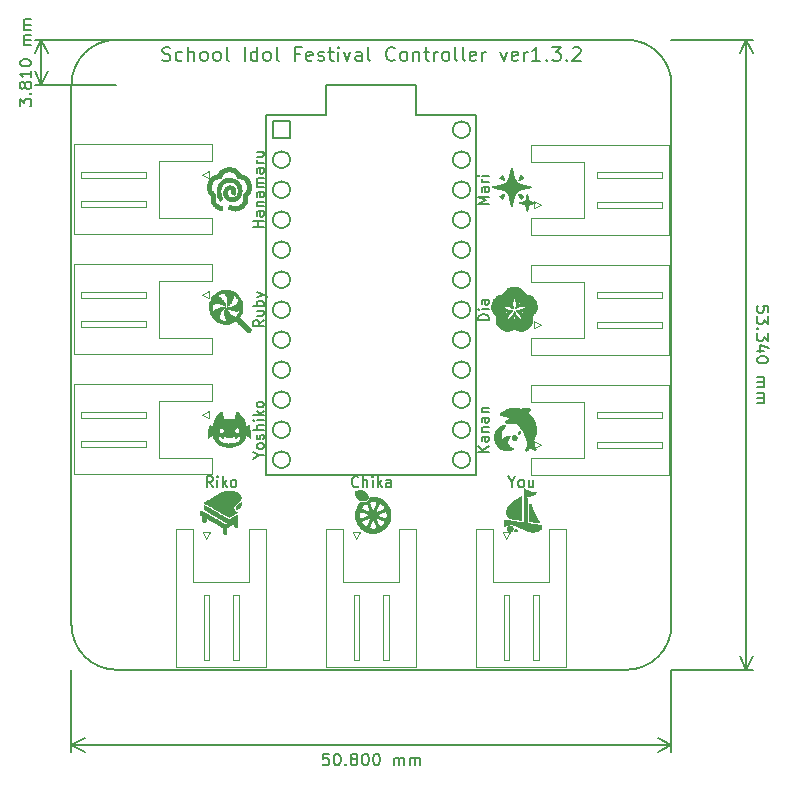
<source format=gbr>
G04 #@! TF.GenerationSoftware,KiCad,Pcbnew,(5.1.5)-3*
G04 #@! TF.CreationDate,2020-04-30T20:20:17+09:00*
G04 #@! TF.ProjectId,sif,7369662e-6b69-4636-9164-5f7063625858,rev?*
G04 #@! TF.SameCoordinates,Original*
G04 #@! TF.FileFunction,Legend,Top*
G04 #@! TF.FilePolarity,Positive*
%FSLAX46Y46*%
G04 Gerber Fmt 4.6, Leading zero omitted, Abs format (unit mm)*
G04 Created by KiCad (PCBNEW (5.1.5)-3) date 2020-04-30 20:20:17*
%MOMM*%
%LPD*%
G04 APERTURE LIST*
%ADD10C,0.150000*%
%ADD11C,0.200000*%
%ADD12C,0.120000*%
%ADD13C,0.010000*%
G04 APERTURE END LIST*
D10*
X12700000Y-16510000D02*
X12700000Y-62230000D01*
X59690000Y-12700000D02*
X16510000Y-12700000D01*
X63500000Y-62230000D02*
X63500000Y-16510000D01*
X16510000Y-66040000D02*
X59690000Y-66040000D01*
X16510000Y-66040000D02*
G75*
G02X12700000Y-62230000I0J3810000D01*
G01*
X63500000Y-62230000D02*
G75*
G02X59690000Y-66040000I-3810000J0D01*
G01*
X59690000Y-12700000D02*
G75*
G02X63500000Y-16510000I0J-3810000D01*
G01*
X12700000Y-16510000D02*
G75*
G02X16510000Y-12700000I3810000J0D01*
G01*
X8312380Y-18319285D02*
X8312380Y-17700238D01*
X8693333Y-18033571D01*
X8693333Y-17890714D01*
X8740952Y-17795476D01*
X8788571Y-17747857D01*
X8883809Y-17700238D01*
X9121904Y-17700238D01*
X9217142Y-17747857D01*
X9264761Y-17795476D01*
X9312380Y-17890714D01*
X9312380Y-18176428D01*
X9264761Y-18271666D01*
X9217142Y-18319285D01*
X9217142Y-17271666D02*
X9264761Y-17224047D01*
X9312380Y-17271666D01*
X9264761Y-17319285D01*
X9217142Y-17271666D01*
X9312380Y-17271666D01*
X8740952Y-16652619D02*
X8693333Y-16747857D01*
X8645714Y-16795476D01*
X8550476Y-16843095D01*
X8502857Y-16843095D01*
X8407619Y-16795476D01*
X8360000Y-16747857D01*
X8312380Y-16652619D01*
X8312380Y-16462142D01*
X8360000Y-16366904D01*
X8407619Y-16319285D01*
X8502857Y-16271666D01*
X8550476Y-16271666D01*
X8645714Y-16319285D01*
X8693333Y-16366904D01*
X8740952Y-16462142D01*
X8740952Y-16652619D01*
X8788571Y-16747857D01*
X8836190Y-16795476D01*
X8931428Y-16843095D01*
X9121904Y-16843095D01*
X9217142Y-16795476D01*
X9264761Y-16747857D01*
X9312380Y-16652619D01*
X9312380Y-16462142D01*
X9264761Y-16366904D01*
X9217142Y-16319285D01*
X9121904Y-16271666D01*
X8931428Y-16271666D01*
X8836190Y-16319285D01*
X8788571Y-16366904D01*
X8740952Y-16462142D01*
X9312380Y-15319285D02*
X9312380Y-15890714D01*
X9312380Y-15605000D02*
X8312380Y-15605000D01*
X8455238Y-15700238D01*
X8550476Y-15795476D01*
X8598095Y-15890714D01*
X8312380Y-14700238D02*
X8312380Y-14605000D01*
X8360000Y-14509761D01*
X8407619Y-14462142D01*
X8502857Y-14414523D01*
X8693333Y-14366904D01*
X8931428Y-14366904D01*
X9121904Y-14414523D01*
X9217142Y-14462142D01*
X9264761Y-14509761D01*
X9312380Y-14605000D01*
X9312380Y-14700238D01*
X9264761Y-14795476D01*
X9217142Y-14843095D01*
X9121904Y-14890714D01*
X8931428Y-14938333D01*
X8693333Y-14938333D01*
X8502857Y-14890714D01*
X8407619Y-14843095D01*
X8360000Y-14795476D01*
X8312380Y-14700238D01*
X9312380Y-13176428D02*
X8645714Y-13176428D01*
X8740952Y-13176428D02*
X8693333Y-13128809D01*
X8645714Y-13033571D01*
X8645714Y-12890714D01*
X8693333Y-12795476D01*
X8788571Y-12747857D01*
X9312380Y-12747857D01*
X8788571Y-12747857D02*
X8693333Y-12700238D01*
X8645714Y-12605000D01*
X8645714Y-12462142D01*
X8693333Y-12366904D01*
X8788571Y-12319285D01*
X9312380Y-12319285D01*
X9312380Y-11843095D02*
X8645714Y-11843095D01*
X8740952Y-11843095D02*
X8693333Y-11795476D01*
X8645714Y-11700238D01*
X8645714Y-11557380D01*
X8693333Y-11462142D01*
X8788571Y-11414523D01*
X9312380Y-11414523D01*
X8788571Y-11414523D02*
X8693333Y-11366904D01*
X8645714Y-11271666D01*
X8645714Y-11128809D01*
X8693333Y-11033571D01*
X8788571Y-10985952D01*
X9312380Y-10985952D01*
X10160000Y-16510000D02*
X10160000Y-12700000D01*
X16510000Y-16510000D02*
X9573579Y-16510000D01*
X16510000Y-12700000D02*
X9573579Y-12700000D01*
X10160000Y-12700000D02*
X10746421Y-13826504D01*
X10160000Y-12700000D02*
X9573579Y-13826504D01*
X10160000Y-16510000D02*
X10746421Y-15383496D01*
X10160000Y-16510000D02*
X9573579Y-15383496D01*
X34480952Y-73142380D02*
X34004761Y-73142380D01*
X33957142Y-73618571D01*
X34004761Y-73570952D01*
X34100000Y-73523333D01*
X34338095Y-73523333D01*
X34433333Y-73570952D01*
X34480952Y-73618571D01*
X34528571Y-73713809D01*
X34528571Y-73951904D01*
X34480952Y-74047142D01*
X34433333Y-74094761D01*
X34338095Y-74142380D01*
X34100000Y-74142380D01*
X34004761Y-74094761D01*
X33957142Y-74047142D01*
X35147619Y-73142380D02*
X35242857Y-73142380D01*
X35338095Y-73190000D01*
X35385714Y-73237619D01*
X35433333Y-73332857D01*
X35480952Y-73523333D01*
X35480952Y-73761428D01*
X35433333Y-73951904D01*
X35385714Y-74047142D01*
X35338095Y-74094761D01*
X35242857Y-74142380D01*
X35147619Y-74142380D01*
X35052380Y-74094761D01*
X35004761Y-74047142D01*
X34957142Y-73951904D01*
X34909523Y-73761428D01*
X34909523Y-73523333D01*
X34957142Y-73332857D01*
X35004761Y-73237619D01*
X35052380Y-73190000D01*
X35147619Y-73142380D01*
X35909523Y-74047142D02*
X35957142Y-74094761D01*
X35909523Y-74142380D01*
X35861904Y-74094761D01*
X35909523Y-74047142D01*
X35909523Y-74142380D01*
X36528571Y-73570952D02*
X36433333Y-73523333D01*
X36385714Y-73475714D01*
X36338095Y-73380476D01*
X36338095Y-73332857D01*
X36385714Y-73237619D01*
X36433333Y-73190000D01*
X36528571Y-73142380D01*
X36719047Y-73142380D01*
X36814285Y-73190000D01*
X36861904Y-73237619D01*
X36909523Y-73332857D01*
X36909523Y-73380476D01*
X36861904Y-73475714D01*
X36814285Y-73523333D01*
X36719047Y-73570952D01*
X36528571Y-73570952D01*
X36433333Y-73618571D01*
X36385714Y-73666190D01*
X36338095Y-73761428D01*
X36338095Y-73951904D01*
X36385714Y-74047142D01*
X36433333Y-74094761D01*
X36528571Y-74142380D01*
X36719047Y-74142380D01*
X36814285Y-74094761D01*
X36861904Y-74047142D01*
X36909523Y-73951904D01*
X36909523Y-73761428D01*
X36861904Y-73666190D01*
X36814285Y-73618571D01*
X36719047Y-73570952D01*
X37528571Y-73142380D02*
X37623809Y-73142380D01*
X37719047Y-73190000D01*
X37766666Y-73237619D01*
X37814285Y-73332857D01*
X37861904Y-73523333D01*
X37861904Y-73761428D01*
X37814285Y-73951904D01*
X37766666Y-74047142D01*
X37719047Y-74094761D01*
X37623809Y-74142380D01*
X37528571Y-74142380D01*
X37433333Y-74094761D01*
X37385714Y-74047142D01*
X37338095Y-73951904D01*
X37290476Y-73761428D01*
X37290476Y-73523333D01*
X37338095Y-73332857D01*
X37385714Y-73237619D01*
X37433333Y-73190000D01*
X37528571Y-73142380D01*
X38480952Y-73142380D02*
X38576190Y-73142380D01*
X38671428Y-73190000D01*
X38719047Y-73237619D01*
X38766666Y-73332857D01*
X38814285Y-73523333D01*
X38814285Y-73761428D01*
X38766666Y-73951904D01*
X38719047Y-74047142D01*
X38671428Y-74094761D01*
X38576190Y-74142380D01*
X38480952Y-74142380D01*
X38385714Y-74094761D01*
X38338095Y-74047142D01*
X38290476Y-73951904D01*
X38242857Y-73761428D01*
X38242857Y-73523333D01*
X38290476Y-73332857D01*
X38338095Y-73237619D01*
X38385714Y-73190000D01*
X38480952Y-73142380D01*
X40004761Y-74142380D02*
X40004761Y-73475714D01*
X40004761Y-73570952D02*
X40052380Y-73523333D01*
X40147619Y-73475714D01*
X40290476Y-73475714D01*
X40385714Y-73523333D01*
X40433333Y-73618571D01*
X40433333Y-74142380D01*
X40433333Y-73618571D02*
X40480952Y-73523333D01*
X40576190Y-73475714D01*
X40719047Y-73475714D01*
X40814285Y-73523333D01*
X40861904Y-73618571D01*
X40861904Y-74142380D01*
X41338095Y-74142380D02*
X41338095Y-73475714D01*
X41338095Y-73570952D02*
X41385714Y-73523333D01*
X41480952Y-73475714D01*
X41623809Y-73475714D01*
X41719047Y-73523333D01*
X41766666Y-73618571D01*
X41766666Y-74142380D01*
X41766666Y-73618571D02*
X41814285Y-73523333D01*
X41909523Y-73475714D01*
X42052380Y-73475714D01*
X42147619Y-73523333D01*
X42195238Y-73618571D01*
X42195238Y-74142380D01*
X12700000Y-72390000D02*
X63500000Y-72390000D01*
X12700000Y-66040000D02*
X12700000Y-72976421D01*
X63500000Y-66040000D02*
X63500000Y-72976421D01*
X63500000Y-72390000D02*
X62373496Y-72976421D01*
X63500000Y-72390000D02*
X62373496Y-71803579D01*
X12700000Y-72390000D02*
X13826504Y-72976421D01*
X12700000Y-72390000D02*
X13826504Y-71803579D01*
X71697619Y-35750952D02*
X71697619Y-35274761D01*
X71221428Y-35227142D01*
X71269047Y-35274761D01*
X71316666Y-35370000D01*
X71316666Y-35608095D01*
X71269047Y-35703333D01*
X71221428Y-35750952D01*
X71126190Y-35798571D01*
X70888095Y-35798571D01*
X70792857Y-35750952D01*
X70745238Y-35703333D01*
X70697619Y-35608095D01*
X70697619Y-35370000D01*
X70745238Y-35274761D01*
X70792857Y-35227142D01*
X71697619Y-36131904D02*
X71697619Y-36750952D01*
X71316666Y-36417619D01*
X71316666Y-36560476D01*
X71269047Y-36655714D01*
X71221428Y-36703333D01*
X71126190Y-36750952D01*
X70888095Y-36750952D01*
X70792857Y-36703333D01*
X70745238Y-36655714D01*
X70697619Y-36560476D01*
X70697619Y-36274761D01*
X70745238Y-36179523D01*
X70792857Y-36131904D01*
X70792857Y-37179523D02*
X70745238Y-37227142D01*
X70697619Y-37179523D01*
X70745238Y-37131904D01*
X70792857Y-37179523D01*
X70697619Y-37179523D01*
X71697619Y-37560476D02*
X71697619Y-38179523D01*
X71316666Y-37846190D01*
X71316666Y-37989047D01*
X71269047Y-38084285D01*
X71221428Y-38131904D01*
X71126190Y-38179523D01*
X70888095Y-38179523D01*
X70792857Y-38131904D01*
X70745238Y-38084285D01*
X70697619Y-37989047D01*
X70697619Y-37703333D01*
X70745238Y-37608095D01*
X70792857Y-37560476D01*
X71364285Y-39036666D02*
X70697619Y-39036666D01*
X71745238Y-38798571D02*
X71030952Y-38560476D01*
X71030952Y-39179523D01*
X71697619Y-39750952D02*
X71697619Y-39846190D01*
X71650000Y-39941428D01*
X71602380Y-39989047D01*
X71507142Y-40036666D01*
X71316666Y-40084285D01*
X71078571Y-40084285D01*
X70888095Y-40036666D01*
X70792857Y-39989047D01*
X70745238Y-39941428D01*
X70697619Y-39846190D01*
X70697619Y-39750952D01*
X70745238Y-39655714D01*
X70792857Y-39608095D01*
X70888095Y-39560476D01*
X71078571Y-39512857D01*
X71316666Y-39512857D01*
X71507142Y-39560476D01*
X71602380Y-39608095D01*
X71650000Y-39655714D01*
X71697619Y-39750952D01*
X70697619Y-41274761D02*
X71364285Y-41274761D01*
X71269047Y-41274761D02*
X71316666Y-41322380D01*
X71364285Y-41417619D01*
X71364285Y-41560476D01*
X71316666Y-41655714D01*
X71221428Y-41703333D01*
X70697619Y-41703333D01*
X71221428Y-41703333D02*
X71316666Y-41750952D01*
X71364285Y-41846190D01*
X71364285Y-41989047D01*
X71316666Y-42084285D01*
X71221428Y-42131904D01*
X70697619Y-42131904D01*
X70697619Y-42608095D02*
X71364285Y-42608095D01*
X71269047Y-42608095D02*
X71316666Y-42655714D01*
X71364285Y-42750952D01*
X71364285Y-42893809D01*
X71316666Y-42989047D01*
X71221428Y-43036666D01*
X70697619Y-43036666D01*
X71221428Y-43036666D02*
X71316666Y-43084285D01*
X71364285Y-43179523D01*
X71364285Y-43322380D01*
X71316666Y-43417619D01*
X71221428Y-43465238D01*
X70697619Y-43465238D01*
X69850000Y-12700000D02*
X69850000Y-66040000D01*
X63500000Y-12700000D02*
X70436421Y-12700000D01*
X63500000Y-66040000D02*
X70436421Y-66040000D01*
X69850000Y-66040000D02*
X69263579Y-64913496D01*
X69850000Y-66040000D02*
X70436421Y-64913496D01*
X69850000Y-12700000D02*
X69263579Y-13826504D01*
X69850000Y-12700000D02*
X70436421Y-13826504D01*
D11*
X20391666Y-14451666D02*
X20561666Y-14508333D01*
X20844999Y-14508333D01*
X20958333Y-14451666D01*
X21014999Y-14395000D01*
X21071666Y-14281666D01*
X21071666Y-14168333D01*
X21014999Y-14055000D01*
X20958333Y-13998333D01*
X20844999Y-13941666D01*
X20618333Y-13885000D01*
X20504999Y-13828333D01*
X20448333Y-13771666D01*
X20391666Y-13658333D01*
X20391666Y-13545000D01*
X20448333Y-13431666D01*
X20504999Y-13375000D01*
X20618333Y-13318333D01*
X20901666Y-13318333D01*
X21071666Y-13375000D01*
X22091666Y-14451666D02*
X21978333Y-14508333D01*
X21751666Y-14508333D01*
X21638333Y-14451666D01*
X21581666Y-14395000D01*
X21524999Y-14281666D01*
X21524999Y-13941666D01*
X21581666Y-13828333D01*
X21638333Y-13771666D01*
X21751666Y-13715000D01*
X21978333Y-13715000D01*
X22091666Y-13771666D01*
X22601666Y-14508333D02*
X22601666Y-13318333D01*
X23111666Y-14508333D02*
X23111666Y-13885000D01*
X23054999Y-13771666D01*
X22941666Y-13715000D01*
X22771666Y-13715000D01*
X22658333Y-13771666D01*
X22601666Y-13828333D01*
X23848333Y-14508333D02*
X23734999Y-14451666D01*
X23678333Y-14395000D01*
X23621666Y-14281666D01*
X23621666Y-13941666D01*
X23678333Y-13828333D01*
X23734999Y-13771666D01*
X23848333Y-13715000D01*
X24018333Y-13715000D01*
X24131666Y-13771666D01*
X24188333Y-13828333D01*
X24244999Y-13941666D01*
X24244999Y-14281666D01*
X24188333Y-14395000D01*
X24131666Y-14451666D01*
X24018333Y-14508333D01*
X23848333Y-14508333D01*
X24924999Y-14508333D02*
X24811666Y-14451666D01*
X24754999Y-14395000D01*
X24698333Y-14281666D01*
X24698333Y-13941666D01*
X24754999Y-13828333D01*
X24811666Y-13771666D01*
X24924999Y-13715000D01*
X25094999Y-13715000D01*
X25208333Y-13771666D01*
X25264999Y-13828333D01*
X25321666Y-13941666D01*
X25321666Y-14281666D01*
X25264999Y-14395000D01*
X25208333Y-14451666D01*
X25094999Y-14508333D01*
X24924999Y-14508333D01*
X26001666Y-14508333D02*
X25888333Y-14451666D01*
X25831666Y-14338333D01*
X25831666Y-13318333D01*
X27361666Y-14508333D02*
X27361666Y-13318333D01*
X28438333Y-14508333D02*
X28438333Y-13318333D01*
X28438333Y-14451666D02*
X28324999Y-14508333D01*
X28098333Y-14508333D01*
X27984999Y-14451666D01*
X27928333Y-14395000D01*
X27871666Y-14281666D01*
X27871666Y-13941666D01*
X27928333Y-13828333D01*
X27984999Y-13771666D01*
X28098333Y-13715000D01*
X28324999Y-13715000D01*
X28438333Y-13771666D01*
X29174999Y-14508333D02*
X29061666Y-14451666D01*
X29004999Y-14395000D01*
X28948333Y-14281666D01*
X28948333Y-13941666D01*
X29004999Y-13828333D01*
X29061666Y-13771666D01*
X29174999Y-13715000D01*
X29344999Y-13715000D01*
X29458333Y-13771666D01*
X29514999Y-13828333D01*
X29571666Y-13941666D01*
X29571666Y-14281666D01*
X29514999Y-14395000D01*
X29458333Y-14451666D01*
X29344999Y-14508333D01*
X29174999Y-14508333D01*
X30251666Y-14508333D02*
X30138333Y-14451666D01*
X30081666Y-14338333D01*
X30081666Y-13318333D01*
X32008333Y-13885000D02*
X31611666Y-13885000D01*
X31611666Y-14508333D02*
X31611666Y-13318333D01*
X32178333Y-13318333D01*
X33084999Y-14451666D02*
X32971666Y-14508333D01*
X32744999Y-14508333D01*
X32631666Y-14451666D01*
X32574999Y-14338333D01*
X32574999Y-13885000D01*
X32631666Y-13771666D01*
X32744999Y-13715000D01*
X32971666Y-13715000D01*
X33084999Y-13771666D01*
X33141666Y-13885000D01*
X33141666Y-13998333D01*
X32574999Y-14111666D01*
X33594999Y-14451666D02*
X33708333Y-14508333D01*
X33934999Y-14508333D01*
X34048333Y-14451666D01*
X34104999Y-14338333D01*
X34104999Y-14281666D01*
X34048333Y-14168333D01*
X33934999Y-14111666D01*
X33764999Y-14111666D01*
X33651666Y-14055000D01*
X33594999Y-13941666D01*
X33594999Y-13885000D01*
X33651666Y-13771666D01*
X33764999Y-13715000D01*
X33934999Y-13715000D01*
X34048333Y-13771666D01*
X34445000Y-13715000D02*
X34898333Y-13715000D01*
X34615000Y-13318333D02*
X34615000Y-14338333D01*
X34671666Y-14451666D01*
X34785000Y-14508333D01*
X34898333Y-14508333D01*
X35295000Y-14508333D02*
X35295000Y-13715000D01*
X35295000Y-13318333D02*
X35238333Y-13375000D01*
X35295000Y-13431666D01*
X35351666Y-13375000D01*
X35295000Y-13318333D01*
X35295000Y-13431666D01*
X35748333Y-13715000D02*
X36031666Y-14508333D01*
X36314999Y-13715000D01*
X37278333Y-14508333D02*
X37278333Y-13885000D01*
X37221666Y-13771666D01*
X37108333Y-13715000D01*
X36881666Y-13715000D01*
X36768333Y-13771666D01*
X37278333Y-14451666D02*
X37165000Y-14508333D01*
X36881666Y-14508333D01*
X36768333Y-14451666D01*
X36711666Y-14338333D01*
X36711666Y-14225000D01*
X36768333Y-14111666D01*
X36881666Y-14055000D01*
X37165000Y-14055000D01*
X37278333Y-13998333D01*
X38014999Y-14508333D02*
X37901666Y-14451666D01*
X37844999Y-14338333D01*
X37844999Y-13318333D01*
X40054999Y-14395000D02*
X39998333Y-14451666D01*
X39828333Y-14508333D01*
X39714999Y-14508333D01*
X39544999Y-14451666D01*
X39431666Y-14338333D01*
X39374999Y-14225000D01*
X39318333Y-13998333D01*
X39318333Y-13828333D01*
X39374999Y-13601666D01*
X39431666Y-13488333D01*
X39544999Y-13375000D01*
X39714999Y-13318333D01*
X39828333Y-13318333D01*
X39998333Y-13375000D01*
X40054999Y-13431666D01*
X40734999Y-14508333D02*
X40621666Y-14451666D01*
X40564999Y-14395000D01*
X40508333Y-14281666D01*
X40508333Y-13941666D01*
X40564999Y-13828333D01*
X40621666Y-13771666D01*
X40734999Y-13715000D01*
X40904999Y-13715000D01*
X41018333Y-13771666D01*
X41074999Y-13828333D01*
X41131666Y-13941666D01*
X41131666Y-14281666D01*
X41074999Y-14395000D01*
X41018333Y-14451666D01*
X40904999Y-14508333D01*
X40734999Y-14508333D01*
X41641666Y-13715000D02*
X41641666Y-14508333D01*
X41641666Y-13828333D02*
X41698333Y-13771666D01*
X41811666Y-13715000D01*
X41981666Y-13715000D01*
X42095000Y-13771666D01*
X42151666Y-13885000D01*
X42151666Y-14508333D01*
X42548333Y-13715000D02*
X43001666Y-13715000D01*
X42718333Y-13318333D02*
X42718333Y-14338333D01*
X42775000Y-14451666D01*
X42888333Y-14508333D01*
X43001666Y-14508333D01*
X43398333Y-14508333D02*
X43398333Y-13715000D01*
X43398333Y-13941666D02*
X43455000Y-13828333D01*
X43511666Y-13771666D01*
X43625000Y-13715000D01*
X43738333Y-13715000D01*
X44305000Y-14508333D02*
X44191666Y-14451666D01*
X44135000Y-14395000D01*
X44078333Y-14281666D01*
X44078333Y-13941666D01*
X44135000Y-13828333D01*
X44191666Y-13771666D01*
X44305000Y-13715000D01*
X44475000Y-13715000D01*
X44588333Y-13771666D01*
X44645000Y-13828333D01*
X44701666Y-13941666D01*
X44701666Y-14281666D01*
X44645000Y-14395000D01*
X44588333Y-14451666D01*
X44475000Y-14508333D01*
X44305000Y-14508333D01*
X45381666Y-14508333D02*
X45268333Y-14451666D01*
X45211666Y-14338333D01*
X45211666Y-13318333D01*
X46005000Y-14508333D02*
X45891666Y-14451666D01*
X45835000Y-14338333D01*
X45835000Y-13318333D01*
X46911666Y-14451666D02*
X46798333Y-14508333D01*
X46571666Y-14508333D01*
X46458333Y-14451666D01*
X46401666Y-14338333D01*
X46401666Y-13885000D01*
X46458333Y-13771666D01*
X46571666Y-13715000D01*
X46798333Y-13715000D01*
X46911666Y-13771666D01*
X46968333Y-13885000D01*
X46968333Y-13998333D01*
X46401666Y-14111666D01*
X47478333Y-14508333D02*
X47478333Y-13715000D01*
X47478333Y-13941666D02*
X47535000Y-13828333D01*
X47591666Y-13771666D01*
X47705000Y-13715000D01*
X47818333Y-13715000D01*
X49008333Y-13715000D02*
X49291666Y-14508333D01*
X49575000Y-13715000D01*
X50481666Y-14451666D02*
X50368333Y-14508333D01*
X50141666Y-14508333D01*
X50028333Y-14451666D01*
X49971666Y-14338333D01*
X49971666Y-13885000D01*
X50028333Y-13771666D01*
X50141666Y-13715000D01*
X50368333Y-13715000D01*
X50481666Y-13771666D01*
X50538333Y-13885000D01*
X50538333Y-13998333D01*
X49971666Y-14111666D01*
X51048333Y-14508333D02*
X51048333Y-13715000D01*
X51048333Y-13941666D02*
X51105000Y-13828333D01*
X51161666Y-13771666D01*
X51275000Y-13715000D01*
X51388333Y-13715000D01*
X52408333Y-14508333D02*
X51728333Y-14508333D01*
X52068333Y-14508333D02*
X52068333Y-13318333D01*
X51955000Y-13488333D01*
X51841666Y-13601666D01*
X51728333Y-13658333D01*
X52918333Y-14395000D02*
X52975000Y-14451666D01*
X52918333Y-14508333D01*
X52861666Y-14451666D01*
X52918333Y-14395000D01*
X52918333Y-14508333D01*
X53371666Y-13318333D02*
X54108333Y-13318333D01*
X53711666Y-13771666D01*
X53881666Y-13771666D01*
X53995000Y-13828333D01*
X54051666Y-13885000D01*
X54108333Y-13998333D01*
X54108333Y-14281666D01*
X54051666Y-14395000D01*
X53995000Y-14451666D01*
X53881666Y-14508333D01*
X53541666Y-14508333D01*
X53428333Y-14451666D01*
X53371666Y-14395000D01*
X54618333Y-14395000D02*
X54675000Y-14451666D01*
X54618333Y-14508333D01*
X54561666Y-14451666D01*
X54618333Y-14395000D01*
X54618333Y-14508333D01*
X55128333Y-13431666D02*
X55185000Y-13375000D01*
X55298333Y-13318333D01*
X55581666Y-13318333D01*
X55695000Y-13375000D01*
X55751666Y-13431666D01*
X55808333Y-13545000D01*
X55808333Y-13658333D01*
X55751666Y-13828333D01*
X55071666Y-14508333D01*
X55808333Y-14508333D01*
D12*
X24325000Y-34590000D02*
X23725000Y-34290000D01*
X24325000Y-33990000D02*
X24325000Y-34590000D01*
X23725000Y-34290000D02*
X24325000Y-33990000D01*
X19025000Y-37040000D02*
X19025000Y-36540000D01*
X13525000Y-37040000D02*
X19025000Y-37040000D01*
X13525000Y-36540000D02*
X13525000Y-37040000D01*
X19025000Y-36540000D02*
X13525000Y-36540000D01*
X19025000Y-34540000D02*
X19025000Y-34040000D01*
X13525000Y-34540000D02*
X19025000Y-34540000D01*
X13525000Y-34040000D02*
X13525000Y-34540000D01*
X19025000Y-34040000D02*
X13525000Y-34040000D01*
X20135000Y-37930000D02*
X20135000Y-35540000D01*
X24635000Y-37930000D02*
X20135000Y-37930000D01*
X24635000Y-39350000D02*
X24635000Y-37930000D01*
X12915000Y-39350000D02*
X24635000Y-39350000D01*
X12915000Y-35540000D02*
X12915000Y-39350000D01*
X20135000Y-33150000D02*
X20135000Y-35540000D01*
X24635000Y-33150000D02*
X20135000Y-33150000D01*
X24635000Y-31730000D02*
X24635000Y-33150000D01*
X12915000Y-31730000D02*
X24635000Y-31730000D01*
X12915000Y-35540000D02*
X12915000Y-31730000D01*
X24325000Y-24430000D02*
X23725000Y-24130000D01*
X24325000Y-23830000D02*
X24325000Y-24430000D01*
X23725000Y-24130000D02*
X24325000Y-23830000D01*
X19025000Y-26880000D02*
X19025000Y-26380000D01*
X13525000Y-26880000D02*
X19025000Y-26880000D01*
X13525000Y-26380000D02*
X13525000Y-26880000D01*
X19025000Y-26380000D02*
X13525000Y-26380000D01*
X19025000Y-24380000D02*
X19025000Y-23880000D01*
X13525000Y-24380000D02*
X19025000Y-24380000D01*
X13525000Y-23880000D02*
X13525000Y-24380000D01*
X19025000Y-23880000D02*
X13525000Y-23880000D01*
X20135000Y-27770000D02*
X20135000Y-25380000D01*
X24635000Y-27770000D02*
X20135000Y-27770000D01*
X24635000Y-29190000D02*
X24635000Y-27770000D01*
X12915000Y-29190000D02*
X24635000Y-29190000D01*
X12915000Y-25380000D02*
X12915000Y-29190000D01*
X20135000Y-22990000D02*
X20135000Y-25380000D01*
X24635000Y-22990000D02*
X20135000Y-22990000D01*
X24635000Y-21570000D02*
X24635000Y-22990000D01*
X12915000Y-21570000D02*
X24635000Y-21570000D01*
X12915000Y-25380000D02*
X12915000Y-21570000D01*
X51875000Y-46690000D02*
X52475000Y-46990000D01*
X51875000Y-47290000D02*
X51875000Y-46690000D01*
X52475000Y-46990000D02*
X51875000Y-47290000D01*
X57175000Y-44240000D02*
X57175000Y-44740000D01*
X62675000Y-44240000D02*
X57175000Y-44240000D01*
X62675000Y-44740000D02*
X62675000Y-44240000D01*
X57175000Y-44740000D02*
X62675000Y-44740000D01*
X57175000Y-46740000D02*
X57175000Y-47240000D01*
X62675000Y-46740000D02*
X57175000Y-46740000D01*
X62675000Y-47240000D02*
X62675000Y-46740000D01*
X57175000Y-47240000D02*
X62675000Y-47240000D01*
X56065000Y-43350000D02*
X56065000Y-45740000D01*
X51565000Y-43350000D02*
X56065000Y-43350000D01*
X51565000Y-41930000D02*
X51565000Y-43350000D01*
X63285000Y-41930000D02*
X51565000Y-41930000D01*
X63285000Y-45740000D02*
X63285000Y-41930000D01*
X56065000Y-48130000D02*
X56065000Y-45740000D01*
X51565000Y-48130000D02*
X56065000Y-48130000D01*
X51565000Y-49550000D02*
X51565000Y-48130000D01*
X63285000Y-49550000D02*
X51565000Y-49550000D01*
X63285000Y-45740000D02*
X63285000Y-49550000D01*
X49830000Y-54415000D02*
X49530000Y-55015000D01*
X49230000Y-54415000D02*
X49830000Y-54415000D01*
X49530000Y-55015000D02*
X49230000Y-54415000D01*
X52280000Y-59715000D02*
X51780000Y-59715000D01*
X52280000Y-65215000D02*
X52280000Y-59715000D01*
X51780000Y-65215000D02*
X52280000Y-65215000D01*
X51780000Y-59715000D02*
X51780000Y-65215000D01*
X49780000Y-59715000D02*
X49280000Y-59715000D01*
X49780000Y-65215000D02*
X49780000Y-59715000D01*
X49280000Y-65215000D02*
X49780000Y-65215000D01*
X49280000Y-59715000D02*
X49280000Y-65215000D01*
X53170000Y-58605000D02*
X50780000Y-58605000D01*
X53170000Y-54105000D02*
X53170000Y-58605000D01*
X54590000Y-54105000D02*
X53170000Y-54105000D01*
X54590000Y-65825000D02*
X54590000Y-54105000D01*
X50780000Y-65825000D02*
X54590000Y-65825000D01*
X48390000Y-58605000D02*
X50780000Y-58605000D01*
X48390000Y-54105000D02*
X48390000Y-58605000D01*
X46970000Y-54105000D02*
X48390000Y-54105000D01*
X46970000Y-65825000D02*
X46970000Y-54105000D01*
X50780000Y-65825000D02*
X46970000Y-65825000D01*
X51875000Y-36530000D02*
X52475000Y-36830000D01*
X51875000Y-37130000D02*
X51875000Y-36530000D01*
X52475000Y-36830000D02*
X51875000Y-37130000D01*
X57175000Y-34080000D02*
X57175000Y-34580000D01*
X62675000Y-34080000D02*
X57175000Y-34080000D01*
X62675000Y-34580000D02*
X62675000Y-34080000D01*
X57175000Y-34580000D02*
X62675000Y-34580000D01*
X57175000Y-36580000D02*
X57175000Y-37080000D01*
X62675000Y-36580000D02*
X57175000Y-36580000D01*
X62675000Y-37080000D02*
X62675000Y-36580000D01*
X57175000Y-37080000D02*
X62675000Y-37080000D01*
X56065000Y-33190000D02*
X56065000Y-35580000D01*
X51565000Y-33190000D02*
X56065000Y-33190000D01*
X51565000Y-31770000D02*
X51565000Y-33190000D01*
X63285000Y-31770000D02*
X51565000Y-31770000D01*
X63285000Y-35580000D02*
X63285000Y-31770000D01*
X56065000Y-37970000D02*
X56065000Y-35580000D01*
X51565000Y-37970000D02*
X56065000Y-37970000D01*
X51565000Y-39390000D02*
X51565000Y-37970000D01*
X63285000Y-39390000D02*
X51565000Y-39390000D01*
X63285000Y-35580000D02*
X63285000Y-39390000D01*
X51875000Y-26370000D02*
X52475000Y-26670000D01*
X51875000Y-26970000D02*
X51875000Y-26370000D01*
X52475000Y-26670000D02*
X51875000Y-26970000D01*
X57175000Y-23920000D02*
X57175000Y-24420000D01*
X62675000Y-23920000D02*
X57175000Y-23920000D01*
X62675000Y-24420000D02*
X62675000Y-23920000D01*
X57175000Y-24420000D02*
X62675000Y-24420000D01*
X57175000Y-26420000D02*
X57175000Y-26920000D01*
X62675000Y-26420000D02*
X57175000Y-26420000D01*
X62675000Y-26920000D02*
X62675000Y-26420000D01*
X57175000Y-26920000D02*
X62675000Y-26920000D01*
X56065000Y-23030000D02*
X56065000Y-25420000D01*
X51565000Y-23030000D02*
X56065000Y-23030000D01*
X51565000Y-21610000D02*
X51565000Y-23030000D01*
X63285000Y-21610000D02*
X51565000Y-21610000D01*
X63285000Y-25420000D02*
X63285000Y-21610000D01*
X56065000Y-27810000D02*
X56065000Y-25420000D01*
X51565000Y-27810000D02*
X56065000Y-27810000D01*
X51565000Y-29230000D02*
X51565000Y-27810000D01*
X63285000Y-29230000D02*
X51565000Y-29230000D01*
X63285000Y-25420000D02*
X63285000Y-29230000D01*
X37130000Y-54415000D02*
X36830000Y-55015000D01*
X36530000Y-54415000D02*
X37130000Y-54415000D01*
X36830000Y-55015000D02*
X36530000Y-54415000D01*
X39580000Y-59715000D02*
X39080000Y-59715000D01*
X39580000Y-65215000D02*
X39580000Y-59715000D01*
X39080000Y-65215000D02*
X39580000Y-65215000D01*
X39080000Y-59715000D02*
X39080000Y-65215000D01*
X37080000Y-59715000D02*
X36580000Y-59715000D01*
X37080000Y-65215000D02*
X37080000Y-59715000D01*
X36580000Y-65215000D02*
X37080000Y-65215000D01*
X36580000Y-59715000D02*
X36580000Y-65215000D01*
X40470000Y-58605000D02*
X38080000Y-58605000D01*
X40470000Y-54105000D02*
X40470000Y-58605000D01*
X41890000Y-54105000D02*
X40470000Y-54105000D01*
X41890000Y-65825000D02*
X41890000Y-54105000D01*
X38080000Y-65825000D02*
X41890000Y-65825000D01*
X35690000Y-58605000D02*
X38080000Y-58605000D01*
X35690000Y-54105000D02*
X35690000Y-58605000D01*
X34270000Y-54105000D02*
X35690000Y-54105000D01*
X34270000Y-65825000D02*
X34270000Y-54105000D01*
X38080000Y-65825000D02*
X34270000Y-65825000D01*
X24430000Y-54415000D02*
X24130000Y-55015000D01*
X23830000Y-54415000D02*
X24430000Y-54415000D01*
X24130000Y-55015000D02*
X23830000Y-54415000D01*
X26880000Y-59715000D02*
X26380000Y-59715000D01*
X26880000Y-65215000D02*
X26880000Y-59715000D01*
X26380000Y-65215000D02*
X26880000Y-65215000D01*
X26380000Y-59715000D02*
X26380000Y-65215000D01*
X24380000Y-59715000D02*
X23880000Y-59715000D01*
X24380000Y-65215000D02*
X24380000Y-59715000D01*
X23880000Y-65215000D02*
X24380000Y-65215000D01*
X23880000Y-59715000D02*
X23880000Y-65215000D01*
X27770000Y-58605000D02*
X25380000Y-58605000D01*
X27770000Y-54105000D02*
X27770000Y-58605000D01*
X29190000Y-54105000D02*
X27770000Y-54105000D01*
X29190000Y-65825000D02*
X29190000Y-54105000D01*
X25380000Y-65825000D02*
X29190000Y-65825000D01*
X22990000Y-58605000D02*
X25380000Y-58605000D01*
X22990000Y-54105000D02*
X22990000Y-58605000D01*
X21570000Y-54105000D02*
X22990000Y-54105000D01*
X21570000Y-65825000D02*
X21570000Y-54105000D01*
X25380000Y-65825000D02*
X21570000Y-65825000D01*
X24325000Y-44750000D02*
X23725000Y-44450000D01*
X24325000Y-44150000D02*
X24325000Y-44750000D01*
X23725000Y-44450000D02*
X24325000Y-44150000D01*
X19025000Y-47200000D02*
X19025000Y-46700000D01*
X13525000Y-47200000D02*
X19025000Y-47200000D01*
X13525000Y-46700000D02*
X13525000Y-47200000D01*
X19025000Y-46700000D02*
X13525000Y-46700000D01*
X19025000Y-44700000D02*
X19025000Y-44200000D01*
X13525000Y-44700000D02*
X19025000Y-44700000D01*
X13525000Y-44200000D02*
X13525000Y-44700000D01*
X19025000Y-44200000D02*
X13525000Y-44200000D01*
X20135000Y-48090000D02*
X20135000Y-45700000D01*
X24635000Y-48090000D02*
X20135000Y-48090000D01*
X24635000Y-49510000D02*
X24635000Y-48090000D01*
X12915000Y-49510000D02*
X24635000Y-49510000D01*
X12915000Y-45700000D02*
X12915000Y-49510000D01*
X20135000Y-43310000D02*
X20135000Y-45700000D01*
X24635000Y-43310000D02*
X20135000Y-43310000D01*
X24635000Y-41890000D02*
X24635000Y-43310000D01*
X12915000Y-41890000D02*
X24635000Y-41890000D01*
X12915000Y-45700000D02*
X12915000Y-41890000D01*
D13*
G36*
X50736933Y-24174535D02*
G01*
X50755040Y-24190292D01*
X50780205Y-24213607D01*
X50809983Y-24242068D01*
X50841927Y-24273261D01*
X50873591Y-24304775D01*
X50902529Y-24334198D01*
X50926295Y-24359119D01*
X50942442Y-24377124D01*
X50948524Y-24385802D01*
X50948526Y-24385860D01*
X50941443Y-24393913D01*
X50922140Y-24408352D01*
X50893535Y-24427359D01*
X50858547Y-24449111D01*
X50820094Y-24471790D01*
X50781095Y-24493573D01*
X50748473Y-24510642D01*
X50686775Y-24539824D01*
X50632225Y-24561995D01*
X50587124Y-24576323D01*
X50553771Y-24581978D01*
X50550946Y-24582034D01*
X50533774Y-24580242D01*
X50529337Y-24571325D01*
X50531380Y-24558356D01*
X50549889Y-24491484D01*
X50577075Y-24419671D01*
X50588688Y-24393635D01*
X50605183Y-24360568D01*
X50625634Y-24323081D01*
X50648220Y-24284105D01*
X50671118Y-24246576D01*
X50692507Y-24213426D01*
X50710566Y-24187589D01*
X50723473Y-24171998D01*
X50728331Y-24168746D01*
X50736933Y-24174535D01*
G37*
X50736933Y-24174535D02*
X50755040Y-24190292D01*
X50780205Y-24213607D01*
X50809983Y-24242068D01*
X50841927Y-24273261D01*
X50873591Y-24304775D01*
X50902529Y-24334198D01*
X50926295Y-24359119D01*
X50942442Y-24377124D01*
X50948524Y-24385802D01*
X50948526Y-24385860D01*
X50941443Y-24393913D01*
X50922140Y-24408352D01*
X50893535Y-24427359D01*
X50858547Y-24449111D01*
X50820094Y-24471790D01*
X50781095Y-24493573D01*
X50748473Y-24510642D01*
X50686775Y-24539824D01*
X50632225Y-24561995D01*
X50587124Y-24576323D01*
X50553771Y-24581978D01*
X50550946Y-24582034D01*
X50533774Y-24580242D01*
X50529337Y-24571325D01*
X50531380Y-24558356D01*
X50549889Y-24491484D01*
X50577075Y-24419671D01*
X50588688Y-24393635D01*
X50605183Y-24360568D01*
X50625634Y-24323081D01*
X50648220Y-24284105D01*
X50671118Y-24246576D01*
X50692507Y-24213426D01*
X50710566Y-24187589D01*
X50723473Y-24171998D01*
X50728331Y-24168746D01*
X50736933Y-24174535D01*
G36*
X49162522Y-24175818D02*
G01*
X49177246Y-24195071D01*
X49196537Y-24223557D01*
X49218560Y-24258330D01*
X49241485Y-24296443D01*
X49263480Y-24334950D01*
X49282712Y-24370905D01*
X49293379Y-24392611D01*
X49325538Y-24469105D01*
X49347276Y-24537997D01*
X49351024Y-24554051D01*
X49353957Y-24573036D01*
X49348581Y-24580457D01*
X49330635Y-24581453D01*
X49328345Y-24581405D01*
X49303860Y-24578110D01*
X49272160Y-24570344D01*
X49252322Y-24564022D01*
X49218867Y-24550675D01*
X49178768Y-24532318D01*
X49134675Y-24510437D01*
X49089242Y-24486516D01*
X49045119Y-24462042D01*
X49004958Y-24438498D01*
X48971412Y-24417371D01*
X48947132Y-24400145D01*
X48934769Y-24388305D01*
X48933746Y-24385607D01*
X48939623Y-24377136D01*
X48955622Y-24359305D01*
X48979293Y-24334522D01*
X49008189Y-24305197D01*
X49039860Y-24273738D01*
X49071857Y-24242554D01*
X49101732Y-24214054D01*
X49127036Y-24190647D01*
X49145319Y-24174742D01*
X49154134Y-24168748D01*
X49154194Y-24168746D01*
X49162522Y-24175818D01*
G37*
X49162522Y-24175818D02*
X49177246Y-24195071D01*
X49196537Y-24223557D01*
X49218560Y-24258330D01*
X49241485Y-24296443D01*
X49263480Y-24334950D01*
X49282712Y-24370905D01*
X49293379Y-24392611D01*
X49325538Y-24469105D01*
X49347276Y-24537997D01*
X49351024Y-24554051D01*
X49353957Y-24573036D01*
X49348581Y-24580457D01*
X49330635Y-24581453D01*
X49328345Y-24581405D01*
X49303860Y-24578110D01*
X49272160Y-24570344D01*
X49252322Y-24564022D01*
X49218867Y-24550675D01*
X49178768Y-24532318D01*
X49134675Y-24510437D01*
X49089242Y-24486516D01*
X49045119Y-24462042D01*
X49004958Y-24438498D01*
X48971412Y-24417371D01*
X48947132Y-24400145D01*
X48934769Y-24388305D01*
X48933746Y-24385607D01*
X48939623Y-24377136D01*
X48955622Y-24359305D01*
X48979293Y-24334522D01*
X49008189Y-24305197D01*
X49039860Y-24273738D01*
X49071857Y-24242554D01*
X49101732Y-24214054D01*
X49127036Y-24190647D01*
X49145319Y-24174742D01*
X49154134Y-24168748D01*
X49154194Y-24168746D01*
X49162522Y-24175818D01*
G36*
X50582881Y-25740456D02*
G01*
X50626815Y-25753880D01*
X50680447Y-25775238D01*
X50741479Y-25803697D01*
X50748473Y-25807189D01*
X50785981Y-25826904D01*
X50825343Y-25849051D01*
X50863657Y-25871816D01*
X50898020Y-25893384D01*
X50925528Y-25911942D01*
X50943278Y-25925674D01*
X50948526Y-25932225D01*
X50942649Y-25940695D01*
X50926650Y-25958526D01*
X50902978Y-25983309D01*
X50874083Y-26012634D01*
X50842412Y-26044093D01*
X50810415Y-26075277D01*
X50780540Y-26103777D01*
X50755236Y-26127184D01*
X50736953Y-26143089D01*
X50728138Y-26149083D01*
X50728078Y-26149085D01*
X50720143Y-26142169D01*
X50705572Y-26123384D01*
X50686507Y-26095676D01*
X50667024Y-26065136D01*
X50614793Y-25974815D01*
X50574971Y-25892791D01*
X50546485Y-25816647D01*
X50531380Y-25759475D01*
X50529626Y-25742608D01*
X50537599Y-25736507D01*
X50550946Y-25735797D01*
X50582881Y-25740456D01*
G37*
X50582881Y-25740456D02*
X50626815Y-25753880D01*
X50680447Y-25775238D01*
X50741479Y-25803697D01*
X50748473Y-25807189D01*
X50785981Y-25826904D01*
X50825343Y-25849051D01*
X50863657Y-25871816D01*
X50898020Y-25893384D01*
X50925528Y-25911942D01*
X50943278Y-25925674D01*
X50948526Y-25932225D01*
X50942649Y-25940695D01*
X50926650Y-25958526D01*
X50902978Y-25983309D01*
X50874083Y-26012634D01*
X50842412Y-26044093D01*
X50810415Y-26075277D01*
X50780540Y-26103777D01*
X50755236Y-26127184D01*
X50736953Y-26143089D01*
X50728138Y-26149083D01*
X50728078Y-26149085D01*
X50720143Y-26142169D01*
X50705572Y-26123384D01*
X50686507Y-26095676D01*
X50667024Y-26065136D01*
X50614793Y-25974815D01*
X50574971Y-25892791D01*
X50546485Y-25816647D01*
X50531380Y-25759475D01*
X50529626Y-25742608D01*
X50537599Y-25736507D01*
X50550946Y-25735797D01*
X50582881Y-25740456D01*
G36*
X49348341Y-25737071D02*
G01*
X49353880Y-25744381D01*
X49351198Y-25762964D01*
X49351024Y-25763780D01*
X49332183Y-25830115D01*
X49302580Y-25905007D01*
X49293379Y-25925221D01*
X49276949Y-25958034D01*
X49256533Y-25995317D01*
X49233962Y-26034129D01*
X49211067Y-26071530D01*
X49189679Y-26104581D01*
X49171630Y-26130340D01*
X49158750Y-26145868D01*
X49153940Y-26149085D01*
X49145023Y-26143260D01*
X49126233Y-26127111D01*
X49099735Y-26102630D01*
X49067692Y-26071805D01*
X49039091Y-26043486D01*
X49004725Y-26008712D01*
X48975053Y-25978067D01*
X48952049Y-25953640D01*
X48937688Y-25937523D01*
X48933746Y-25931971D01*
X48940864Y-25923773D01*
X48960320Y-25909213D01*
X48989272Y-25890050D01*
X49024874Y-25868048D01*
X49064282Y-25844967D01*
X49104652Y-25822570D01*
X49140390Y-25803986D01*
X49205951Y-25772901D01*
X49259015Y-25751509D01*
X49300964Y-25739316D01*
X49330799Y-25735797D01*
X49348341Y-25737071D01*
G37*
X49348341Y-25737071D02*
X49353880Y-25744381D01*
X49351198Y-25762964D01*
X49351024Y-25763780D01*
X49332183Y-25830115D01*
X49302580Y-25905007D01*
X49293379Y-25925221D01*
X49276949Y-25958034D01*
X49256533Y-25995317D01*
X49233962Y-26034129D01*
X49211067Y-26071530D01*
X49189679Y-26104581D01*
X49171630Y-26130340D01*
X49158750Y-26145868D01*
X49153940Y-26149085D01*
X49145023Y-26143260D01*
X49126233Y-26127111D01*
X49099735Y-26102630D01*
X49067692Y-26071805D01*
X49039091Y-26043486D01*
X49004725Y-26008712D01*
X48975053Y-25978067D01*
X48952049Y-25953640D01*
X48937688Y-25937523D01*
X48933746Y-25931971D01*
X48940864Y-25923773D01*
X48960320Y-25909213D01*
X48989272Y-25890050D01*
X49024874Y-25868048D01*
X49064282Y-25844967D01*
X49104652Y-25822570D01*
X49140390Y-25803986D01*
X49205951Y-25772901D01*
X49259015Y-25751509D01*
X49300964Y-25739316D01*
X49330799Y-25735797D01*
X49348341Y-25737071D01*
G36*
X49954173Y-23527093D02*
G01*
X49965638Y-23540214D01*
X49977386Y-23563534D01*
X49989802Y-23598242D01*
X50003271Y-23645526D01*
X50018180Y-23706575D01*
X50034915Y-23782577D01*
X50048979Y-23850513D01*
X50075192Y-23976819D01*
X50099519Y-24087635D01*
X50122401Y-24184537D01*
X50144274Y-24269096D01*
X50165580Y-24342887D01*
X50186755Y-24407483D01*
X50208241Y-24464459D01*
X50230474Y-24515387D01*
X50239805Y-24534678D01*
X50295945Y-24628595D01*
X50365402Y-24712693D01*
X50446478Y-24785242D01*
X50537469Y-24844515D01*
X50552458Y-24852458D01*
X50598017Y-24874683D01*
X50645666Y-24895311D01*
X50697189Y-24914850D01*
X50754369Y-24933813D01*
X50818991Y-24952710D01*
X50892839Y-24972051D01*
X50977696Y-24992346D01*
X51075347Y-25014107D01*
X51187575Y-25037844D01*
X51232473Y-25047091D01*
X51321685Y-25065766D01*
X51395162Y-25082143D01*
X51454174Y-25096634D01*
X51499992Y-25109651D01*
X51533887Y-25121607D01*
X51557128Y-25132914D01*
X51570988Y-25143984D01*
X51576735Y-25155230D01*
X51577068Y-25158916D01*
X51573308Y-25170768D01*
X51561195Y-25182313D01*
X51539478Y-25193962D01*
X51506905Y-25206127D01*
X51462226Y-25219221D01*
X51404190Y-25233655D01*
X51331544Y-25249842D01*
X51249213Y-25266945D01*
X51111542Y-25295574D01*
X50989576Y-25322692D01*
X50881933Y-25348918D01*
X50787229Y-25374867D01*
X50704082Y-25401156D01*
X50631107Y-25428401D01*
X50566923Y-25457218D01*
X50510146Y-25488223D01*
X50459393Y-25522034D01*
X50413280Y-25559266D01*
X50370426Y-25600536D01*
X50329446Y-25646459D01*
X50292143Y-25693440D01*
X50264790Y-25733987D01*
X50238488Y-25782559D01*
X50212886Y-25840267D01*
X50187635Y-25908223D01*
X50162386Y-25987539D01*
X50136789Y-26079329D01*
X50110495Y-26184703D01*
X50083154Y-26304775D01*
X50054416Y-26440655D01*
X50048979Y-26467318D01*
X50030612Y-26555384D01*
X50014362Y-26627601D01*
X49999842Y-26685156D01*
X49986668Y-26729240D01*
X49974452Y-26761039D01*
X49962809Y-26781742D01*
X49951353Y-26792538D01*
X49942603Y-26794848D01*
X49925615Y-26788130D01*
X49913312Y-26775475D01*
X49904729Y-26759972D01*
X49896199Y-26739251D01*
X49887256Y-26711508D01*
X49877433Y-26674939D01*
X49866264Y-26627742D01*
X49853281Y-26568114D01*
X49838017Y-26494250D01*
X49829190Y-26450441D01*
X49801997Y-26318150D01*
X49776333Y-26201459D01*
X49751614Y-26098876D01*
X49727259Y-26008911D01*
X49702685Y-25930073D01*
X49677312Y-25860870D01*
X49650557Y-25799812D01*
X49621839Y-25745408D01*
X49590575Y-25696167D01*
X49556183Y-25650598D01*
X49518082Y-25607209D01*
X49488158Y-25576613D01*
X49450169Y-25542023D01*
X49408908Y-25510368D01*
X49362988Y-25481137D01*
X49311022Y-25453821D01*
X49251624Y-25427910D01*
X49183407Y-25402892D01*
X49104985Y-25378259D01*
X49014970Y-25353500D01*
X48911978Y-25328105D01*
X48794620Y-25301564D01*
X48666831Y-25274466D01*
X48575814Y-25255293D01*
X48500500Y-25238562D01*
X48439608Y-25223865D01*
X48391860Y-25210793D01*
X48355974Y-25198936D01*
X48330672Y-25187887D01*
X48314673Y-25177235D01*
X48306698Y-25166573D01*
X48305204Y-25158916D01*
X48308668Y-25147447D01*
X48319903Y-25136287D01*
X48340173Y-25125024D01*
X48370742Y-25113248D01*
X48412874Y-25100549D01*
X48467834Y-25086516D01*
X48536885Y-25070739D01*
X48621291Y-25052807D01*
X48650559Y-25046791D01*
X48786736Y-25018250D01*
X48907205Y-24991260D01*
X49013346Y-24965218D01*
X49106536Y-24939521D01*
X49188152Y-24913567D01*
X49259574Y-24886753D01*
X49322179Y-24858477D01*
X49377345Y-24828137D01*
X49426450Y-24795130D01*
X49470873Y-24758853D01*
X49511991Y-24718704D01*
X49551183Y-24674081D01*
X49576649Y-24641905D01*
X49606503Y-24599230D01*
X49634346Y-24551435D01*
X49660630Y-24497136D01*
X49685805Y-24434946D01*
X49710324Y-24363483D01*
X49734639Y-24281360D01*
X49759199Y-24187193D01*
X49784458Y-24079596D01*
X49810867Y-23957186D01*
X49829190Y-23867390D01*
X49846923Y-23780260D01*
X49862240Y-23708678D01*
X49875611Y-23651217D01*
X49887507Y-23606448D01*
X49898397Y-23572943D01*
X49908751Y-23549275D01*
X49919041Y-23534014D01*
X49929737Y-23525734D01*
X49941308Y-23523006D01*
X49942603Y-23522983D01*
X49954173Y-23527093D01*
G37*
X49954173Y-23527093D02*
X49965638Y-23540214D01*
X49977386Y-23563534D01*
X49989802Y-23598242D01*
X50003271Y-23645526D01*
X50018180Y-23706575D01*
X50034915Y-23782577D01*
X50048979Y-23850513D01*
X50075192Y-23976819D01*
X50099519Y-24087635D01*
X50122401Y-24184537D01*
X50144274Y-24269096D01*
X50165580Y-24342887D01*
X50186755Y-24407483D01*
X50208241Y-24464459D01*
X50230474Y-24515387D01*
X50239805Y-24534678D01*
X50295945Y-24628595D01*
X50365402Y-24712693D01*
X50446478Y-24785242D01*
X50537469Y-24844515D01*
X50552458Y-24852458D01*
X50598017Y-24874683D01*
X50645666Y-24895311D01*
X50697189Y-24914850D01*
X50754369Y-24933813D01*
X50818991Y-24952710D01*
X50892839Y-24972051D01*
X50977696Y-24992346D01*
X51075347Y-25014107D01*
X51187575Y-25037844D01*
X51232473Y-25047091D01*
X51321685Y-25065766D01*
X51395162Y-25082143D01*
X51454174Y-25096634D01*
X51499992Y-25109651D01*
X51533887Y-25121607D01*
X51557128Y-25132914D01*
X51570988Y-25143984D01*
X51576735Y-25155230D01*
X51577068Y-25158916D01*
X51573308Y-25170768D01*
X51561195Y-25182313D01*
X51539478Y-25193962D01*
X51506905Y-25206127D01*
X51462226Y-25219221D01*
X51404190Y-25233655D01*
X51331544Y-25249842D01*
X51249213Y-25266945D01*
X51111542Y-25295574D01*
X50989576Y-25322692D01*
X50881933Y-25348918D01*
X50787229Y-25374867D01*
X50704082Y-25401156D01*
X50631107Y-25428401D01*
X50566923Y-25457218D01*
X50510146Y-25488223D01*
X50459393Y-25522034D01*
X50413280Y-25559266D01*
X50370426Y-25600536D01*
X50329446Y-25646459D01*
X50292143Y-25693440D01*
X50264790Y-25733987D01*
X50238488Y-25782559D01*
X50212886Y-25840267D01*
X50187635Y-25908223D01*
X50162386Y-25987539D01*
X50136789Y-26079329D01*
X50110495Y-26184703D01*
X50083154Y-26304775D01*
X50054416Y-26440655D01*
X50048979Y-26467318D01*
X50030612Y-26555384D01*
X50014362Y-26627601D01*
X49999842Y-26685156D01*
X49986668Y-26729240D01*
X49974452Y-26761039D01*
X49962809Y-26781742D01*
X49951353Y-26792538D01*
X49942603Y-26794848D01*
X49925615Y-26788130D01*
X49913312Y-26775475D01*
X49904729Y-26759972D01*
X49896199Y-26739251D01*
X49887256Y-26711508D01*
X49877433Y-26674939D01*
X49866264Y-26627742D01*
X49853281Y-26568114D01*
X49838017Y-26494250D01*
X49829190Y-26450441D01*
X49801997Y-26318150D01*
X49776333Y-26201459D01*
X49751614Y-26098876D01*
X49727259Y-26008911D01*
X49702685Y-25930073D01*
X49677312Y-25860870D01*
X49650557Y-25799812D01*
X49621839Y-25745408D01*
X49590575Y-25696167D01*
X49556183Y-25650598D01*
X49518082Y-25607209D01*
X49488158Y-25576613D01*
X49450169Y-25542023D01*
X49408908Y-25510368D01*
X49362988Y-25481137D01*
X49311022Y-25453821D01*
X49251624Y-25427910D01*
X49183407Y-25402892D01*
X49104985Y-25378259D01*
X49014970Y-25353500D01*
X48911978Y-25328105D01*
X48794620Y-25301564D01*
X48666831Y-25274466D01*
X48575814Y-25255293D01*
X48500500Y-25238562D01*
X48439608Y-25223865D01*
X48391860Y-25210793D01*
X48355974Y-25198936D01*
X48330672Y-25187887D01*
X48314673Y-25177235D01*
X48306698Y-25166573D01*
X48305204Y-25158916D01*
X48308668Y-25147447D01*
X48319903Y-25136287D01*
X48340173Y-25125024D01*
X48370742Y-25113248D01*
X48412874Y-25100549D01*
X48467834Y-25086516D01*
X48536885Y-25070739D01*
X48621291Y-25052807D01*
X48650559Y-25046791D01*
X48786736Y-25018250D01*
X48907205Y-24991260D01*
X49013346Y-24965218D01*
X49106536Y-24939521D01*
X49188152Y-24913567D01*
X49259574Y-24886753D01*
X49322179Y-24858477D01*
X49377345Y-24828137D01*
X49426450Y-24795130D01*
X49470873Y-24758853D01*
X49511991Y-24718704D01*
X49551183Y-24674081D01*
X49576649Y-24641905D01*
X49606503Y-24599230D01*
X49634346Y-24551435D01*
X49660630Y-24497136D01*
X49685805Y-24434946D01*
X49710324Y-24363483D01*
X49734639Y-24281360D01*
X49759199Y-24187193D01*
X49784458Y-24079596D01*
X49810867Y-23957186D01*
X49829190Y-23867390D01*
X49846923Y-23780260D01*
X49862240Y-23708678D01*
X49875611Y-23651217D01*
X49887507Y-23606448D01*
X49898397Y-23572943D01*
X49908751Y-23549275D01*
X49919041Y-23534014D01*
X49929737Y-23525734D01*
X49941308Y-23523006D01*
X49942603Y-23522983D01*
X49954173Y-23527093D01*
G36*
X51273495Y-25809026D02*
G01*
X51282696Y-25831853D01*
X51292301Y-25868393D01*
X51302894Y-25919941D01*
X51310292Y-25960454D01*
X51324669Y-26036138D01*
X51339995Y-26106864D01*
X51355584Y-26169961D01*
X51370751Y-26222759D01*
X51384811Y-26262586D01*
X51391706Y-26277766D01*
X51412131Y-26307365D01*
X51441640Y-26333178D01*
X51481808Y-26355918D01*
X51534207Y-26376292D01*
X51600411Y-26395011D01*
X51681992Y-26412785D01*
X51697611Y-26415784D01*
X51769148Y-26429371D01*
X51825545Y-26440403D01*
X51868599Y-26449439D01*
X51900106Y-26457039D01*
X51921861Y-26463761D01*
X51935663Y-26470164D01*
X51943306Y-26476807D01*
X51946588Y-26484251D01*
X51947305Y-26493052D01*
X51947305Y-26493492D01*
X51944943Y-26505751D01*
X51936352Y-26515794D01*
X51919279Y-26524519D01*
X51891472Y-26532824D01*
X51850677Y-26541606D01*
X51805930Y-26549797D01*
X51708151Y-26567990D01*
X51626403Y-26585567D01*
X51559523Y-26602877D01*
X51506349Y-26620270D01*
X51465717Y-26638096D01*
X51436466Y-26656706D01*
X51428890Y-26663289D01*
X51408325Y-26687557D01*
X51389490Y-26720319D01*
X51371883Y-26763122D01*
X51354995Y-26817516D01*
X51338324Y-26885048D01*
X51321362Y-26967266D01*
X51310589Y-27025673D01*
X51298953Y-27087746D01*
X51288721Y-27134019D01*
X51279312Y-27165799D01*
X51270144Y-27184390D01*
X51260635Y-27191099D01*
X51250205Y-27187231D01*
X51242233Y-27179159D01*
X51236236Y-27165624D01*
X51228814Y-27139888D01*
X51221292Y-27106750D01*
X51219051Y-27095210D01*
X51205200Y-27021159D01*
X51193828Y-26961581D01*
X51184400Y-26913991D01*
X51176377Y-26875908D01*
X51169223Y-26844849D01*
X51162400Y-26818331D01*
X51155370Y-26793873D01*
X51150300Y-26777469D01*
X51136460Y-26738502D01*
X51120526Y-26705568D01*
X51100798Y-26677763D01*
X51075575Y-26654178D01*
X51043158Y-26633906D01*
X51001847Y-26616042D01*
X50949943Y-26599677D01*
X50885746Y-26583906D01*
X50807557Y-26567820D01*
X50730609Y-26553545D01*
X50673787Y-26542943D01*
X50631857Y-26533976D01*
X50602665Y-26525837D01*
X50584055Y-26517724D01*
X50573874Y-26508832D01*
X50569967Y-26498357D01*
X50569678Y-26493492D01*
X50571662Y-26482149D01*
X50579048Y-26472714D01*
X50593992Y-26464383D01*
X50618648Y-26456352D01*
X50655171Y-26447816D01*
X50705716Y-26437971D01*
X50730609Y-26433439D01*
X50821170Y-26416422D01*
X50896306Y-26400429D01*
X50957725Y-26384726D01*
X51007132Y-26368578D01*
X51046233Y-26351251D01*
X51076735Y-26332011D01*
X51100343Y-26310123D01*
X51118765Y-26284854D01*
X51131232Y-26261017D01*
X51144090Y-26227160D01*
X51158359Y-26179831D01*
X51173163Y-26122630D01*
X51187629Y-26059153D01*
X51200880Y-25992997D01*
X51211627Y-25930436D01*
X51220754Y-25879127D01*
X51230071Y-25840096D01*
X51239054Y-25815383D01*
X51242494Y-25809894D01*
X51253977Y-25799340D01*
X51264116Y-25798620D01*
X51273495Y-25809026D01*
G37*
X51273495Y-25809026D02*
X51282696Y-25831853D01*
X51292301Y-25868393D01*
X51302894Y-25919941D01*
X51310292Y-25960454D01*
X51324669Y-26036138D01*
X51339995Y-26106864D01*
X51355584Y-26169961D01*
X51370751Y-26222759D01*
X51384811Y-26262586D01*
X51391706Y-26277766D01*
X51412131Y-26307365D01*
X51441640Y-26333178D01*
X51481808Y-26355918D01*
X51534207Y-26376292D01*
X51600411Y-26395011D01*
X51681992Y-26412785D01*
X51697611Y-26415784D01*
X51769148Y-26429371D01*
X51825545Y-26440403D01*
X51868599Y-26449439D01*
X51900106Y-26457039D01*
X51921861Y-26463761D01*
X51935663Y-26470164D01*
X51943306Y-26476807D01*
X51946588Y-26484251D01*
X51947305Y-26493052D01*
X51947305Y-26493492D01*
X51944943Y-26505751D01*
X51936352Y-26515794D01*
X51919279Y-26524519D01*
X51891472Y-26532824D01*
X51850677Y-26541606D01*
X51805930Y-26549797D01*
X51708151Y-26567990D01*
X51626403Y-26585567D01*
X51559523Y-26602877D01*
X51506349Y-26620270D01*
X51465717Y-26638096D01*
X51436466Y-26656706D01*
X51428890Y-26663289D01*
X51408325Y-26687557D01*
X51389490Y-26720319D01*
X51371883Y-26763122D01*
X51354995Y-26817516D01*
X51338324Y-26885048D01*
X51321362Y-26967266D01*
X51310589Y-27025673D01*
X51298953Y-27087746D01*
X51288721Y-27134019D01*
X51279312Y-27165799D01*
X51270144Y-27184390D01*
X51260635Y-27191099D01*
X51250205Y-27187231D01*
X51242233Y-27179159D01*
X51236236Y-27165624D01*
X51228814Y-27139888D01*
X51221292Y-27106750D01*
X51219051Y-27095210D01*
X51205200Y-27021159D01*
X51193828Y-26961581D01*
X51184400Y-26913991D01*
X51176377Y-26875908D01*
X51169223Y-26844849D01*
X51162400Y-26818331D01*
X51155370Y-26793873D01*
X51150300Y-26777469D01*
X51136460Y-26738502D01*
X51120526Y-26705568D01*
X51100798Y-26677763D01*
X51075575Y-26654178D01*
X51043158Y-26633906D01*
X51001847Y-26616042D01*
X50949943Y-26599677D01*
X50885746Y-26583906D01*
X50807557Y-26567820D01*
X50730609Y-26553545D01*
X50673787Y-26542943D01*
X50631857Y-26533976D01*
X50602665Y-26525837D01*
X50584055Y-26517724D01*
X50573874Y-26508832D01*
X50569967Y-26498357D01*
X50569678Y-26493492D01*
X50571662Y-26482149D01*
X50579048Y-26472714D01*
X50593992Y-26464383D01*
X50618648Y-26456352D01*
X50655171Y-26447816D01*
X50705716Y-26437971D01*
X50730609Y-26433439D01*
X50821170Y-26416422D01*
X50896306Y-26400429D01*
X50957725Y-26384726D01*
X51007132Y-26368578D01*
X51046233Y-26351251D01*
X51076735Y-26332011D01*
X51100343Y-26310123D01*
X51118765Y-26284854D01*
X51131232Y-26261017D01*
X51144090Y-26227160D01*
X51158359Y-26179831D01*
X51173163Y-26122630D01*
X51187629Y-26059153D01*
X51200880Y-25992997D01*
X51211627Y-25930436D01*
X51220754Y-25879127D01*
X51230071Y-25840096D01*
X51239054Y-25815383D01*
X51242494Y-25809894D01*
X51253977Y-25799340D01*
X51264116Y-25798620D01*
X51273495Y-25809026D01*
G36*
X50234500Y-33615636D02*
G01*
X50360501Y-33628613D01*
X50481181Y-33654025D01*
X50583772Y-33688077D01*
X50657362Y-33722159D01*
X50725724Y-33764033D01*
X50790407Y-33815218D01*
X50852957Y-33877234D01*
X50914922Y-33951601D01*
X50977849Y-34039838D01*
X51037130Y-34133263D01*
X51060297Y-34170723D01*
X51081546Y-34203695D01*
X51098685Y-34228873D01*
X51109522Y-34242945D01*
X51110316Y-34243750D01*
X51123761Y-34250689D01*
X51150566Y-34260112D01*
X51187246Y-34270939D01*
X51230315Y-34282086D01*
X51245577Y-34285707D01*
X51371086Y-34317964D01*
X51481139Y-34353484D01*
X51577365Y-34393407D01*
X51661397Y-34438874D01*
X51734865Y-34491024D01*
X51799401Y-34550999D01*
X51856637Y-34619937D01*
X51908204Y-34698979D01*
X51950430Y-34778295D01*
X51997046Y-34881227D01*
X52032122Y-34977089D01*
X52056764Y-35070499D01*
X52072079Y-35166074D01*
X52079173Y-35268433D01*
X52079981Y-35318916D01*
X52079947Y-35372040D01*
X52079297Y-35411880D01*
X52077538Y-35442370D01*
X52074182Y-35467445D01*
X52068737Y-35491040D01*
X52060713Y-35517090D01*
X52052146Y-35542231D01*
X52026838Y-35608323D01*
X51997124Y-35671512D01*
X51961344Y-35734411D01*
X51917842Y-35799632D01*
X51864959Y-35869787D01*
X51801037Y-35947488D01*
X51777468Y-35974965D01*
X51705252Y-36058438D01*
X51715608Y-36147168D01*
X51721152Y-36208461D01*
X51724642Y-36276925D01*
X51726118Y-36348649D01*
X51725619Y-36419719D01*
X51723183Y-36486224D01*
X51718850Y-36544251D01*
X51712658Y-36589887D01*
X51711126Y-36597526D01*
X51680171Y-36702060D01*
X51632356Y-36807026D01*
X51610453Y-36845904D01*
X51587191Y-36879651D01*
X51553605Y-36921069D01*
X51512744Y-36966977D01*
X51467656Y-37014195D01*
X51421389Y-37059545D01*
X51376993Y-37099846D01*
X51337516Y-37131919D01*
X51333083Y-37135188D01*
X51261483Y-37183167D01*
X51183510Y-37228246D01*
X51103437Y-37268347D01*
X51025535Y-37301392D01*
X50954078Y-37325301D01*
X50929438Y-37331574D01*
X50884882Y-37338853D01*
X50829965Y-37343530D01*
X50770092Y-37345550D01*
X50710665Y-37344860D01*
X50657090Y-37341409D01*
X50614769Y-37335142D01*
X50612729Y-37334681D01*
X50556762Y-37319888D01*
X50490312Y-37299408D01*
X50418441Y-37274960D01*
X50346210Y-37248265D01*
X50280098Y-37221641D01*
X50240590Y-37205366D01*
X50206017Y-37191923D01*
X50179874Y-37182616D01*
X50165657Y-37178750D01*
X50165000Y-37178712D01*
X50152232Y-37181935D01*
X50127172Y-37190734D01*
X50093317Y-37203805D01*
X50054161Y-37219846D01*
X50049903Y-37221641D01*
X49986987Y-37246986D01*
X49918932Y-37272252D01*
X49850669Y-37295755D01*
X49787129Y-37315811D01*
X49733244Y-37330738D01*
X49723330Y-37333130D01*
X49696261Y-37337624D01*
X49658426Y-37341579D01*
X49614583Y-37344759D01*
X49569491Y-37346927D01*
X49527907Y-37347846D01*
X49494589Y-37347279D01*
X49476187Y-37345425D01*
X49456738Y-37341485D01*
X49427095Y-37335461D01*
X49396258Y-37329183D01*
X49336822Y-37312829D01*
X49268449Y-37286900D01*
X49195043Y-37253294D01*
X49120511Y-37213908D01*
X49048757Y-37170639D01*
X48996918Y-37135188D01*
X48958269Y-37104366D01*
X48914320Y-37064918D01*
X48868120Y-37020025D01*
X48822718Y-36972866D01*
X48781163Y-36926621D01*
X48746502Y-36884469D01*
X48721784Y-36849590D01*
X48719548Y-36845904D01*
X48665465Y-36740635D01*
X48628328Y-36636008D01*
X48618875Y-36597526D01*
X48612298Y-36554988D01*
X48607571Y-36499237D01*
X48604734Y-36434187D01*
X48603825Y-36363751D01*
X48604883Y-36291839D01*
X48607947Y-36222367D01*
X48613057Y-36159245D01*
X48614392Y-36147168D01*
X48624749Y-36058438D01*
X48552533Y-35974965D01*
X48484643Y-35894231D01*
X48428334Y-35821896D01*
X48391159Y-35768564D01*
X49428130Y-35768564D01*
X49428185Y-35791443D01*
X49434332Y-35808969D01*
X49449602Y-35827977D01*
X49458487Y-35837072D01*
X49482337Y-35857994D01*
X49503060Y-35867848D01*
X49522833Y-35869966D01*
X49550464Y-35866111D01*
X49574392Y-35856771D01*
X49575355Y-35856160D01*
X49603314Y-35830282D01*
X49621985Y-35797852D01*
X49628514Y-35764459D01*
X49627497Y-35754069D01*
X49614821Y-35725325D01*
X49590716Y-35697761D01*
X49560517Y-35676499D01*
X49537726Y-35667906D01*
X49503268Y-35668343D01*
X49472170Y-35683315D01*
X49447349Y-35710140D01*
X49431724Y-35746139D01*
X49428130Y-35768564D01*
X48391159Y-35768564D01*
X48381947Y-35755350D01*
X48343826Y-35691979D01*
X48312311Y-35629172D01*
X48285745Y-35564316D01*
X48277855Y-35542231D01*
X48267425Y-35511407D01*
X48259965Y-35486175D01*
X48254984Y-35462597D01*
X48251992Y-35436741D01*
X48250498Y-35404670D01*
X48250013Y-35362450D01*
X48250020Y-35318916D01*
X48253355Y-35222279D01*
X49116832Y-35222279D01*
X49121683Y-35232417D01*
X49135682Y-35246050D01*
X49144770Y-35253579D01*
X49183019Y-35283196D01*
X49229223Y-35317061D01*
X49278942Y-35352094D01*
X49327735Y-35385214D01*
X49371163Y-35413339D01*
X49400187Y-35430816D01*
X49498567Y-35482182D01*
X49594472Y-35522296D01*
X49692498Y-35552553D01*
X49797242Y-35574351D01*
X49913300Y-35589088D01*
X49923916Y-35590068D01*
X49958414Y-35593467D01*
X49990362Y-35597116D01*
X50008499Y-35599582D01*
X50037116Y-35604069D01*
X49995583Y-35639804D01*
X49943546Y-35686419D01*
X49890063Y-35737598D01*
X49838195Y-35790163D01*
X49791002Y-35840935D01*
X49751548Y-35886735D01*
X49726515Y-35919194D01*
X49691478Y-35971329D01*
X49660242Y-36024608D01*
X49631315Y-36082220D01*
X49603208Y-36147355D01*
X49574431Y-36223201D01*
X49545902Y-36305723D01*
X49528395Y-36359768D01*
X49516929Y-36399319D01*
X49511141Y-36425866D01*
X49510670Y-36440901D01*
X49512177Y-36444410D01*
X49515616Y-36448242D01*
X49519709Y-36450025D01*
X49526276Y-36448628D01*
X49537134Y-36442924D01*
X49554105Y-36431785D01*
X49579008Y-36414081D01*
X49613663Y-36388685D01*
X49659889Y-36354468D01*
X49673581Y-36344319D01*
X49737906Y-36293713D01*
X49801868Y-36238029D01*
X49815357Y-36225152D01*
X50058234Y-36225152D01*
X50065917Y-36260457D01*
X50086273Y-36292973D01*
X50115267Y-36318552D01*
X50148862Y-36333047D01*
X50165000Y-36334851D01*
X50186962Y-36330368D01*
X50211733Y-36319438D01*
X50214041Y-36318074D01*
X50247873Y-36289179D01*
X50267434Y-36253541D01*
X50271766Y-36225152D01*
X50268911Y-36204041D01*
X50258194Y-36184933D01*
X50236394Y-36162119D01*
X50235937Y-36161693D01*
X50211506Y-36141246D01*
X50190945Y-36131172D01*
X50167499Y-36128287D01*
X50165000Y-36128272D01*
X50140960Y-36130662D01*
X50120415Y-36139954D01*
X50096613Y-36159330D01*
X50094064Y-36161693D01*
X50072060Y-36184612D01*
X50061191Y-36203734D01*
X50058235Y-36224769D01*
X50058234Y-36225152D01*
X49815357Y-36225152D01*
X49862127Y-36180504D01*
X49915341Y-36124374D01*
X49958169Y-36072874D01*
X49968804Y-36058371D01*
X49997595Y-36015054D01*
X50026284Y-35966433D01*
X50056092Y-35910129D01*
X50088241Y-35843764D01*
X50123955Y-35764959D01*
X50148546Y-35708526D01*
X50157631Y-35690004D01*
X50164333Y-35680775D01*
X50165000Y-35680543D01*
X50170953Y-35687594D01*
X50179867Y-35704924D01*
X50181455Y-35708526D01*
X50220007Y-35796284D01*
X50254234Y-35870120D01*
X50285357Y-35932412D01*
X50314600Y-35985539D01*
X50343183Y-36031881D01*
X50361197Y-36058371D01*
X50414349Y-36124856D01*
X50483292Y-36196211D01*
X50567456Y-36271925D01*
X50666274Y-36351488D01*
X50779177Y-36434390D01*
X50781812Y-36436245D01*
X50800682Y-36447732D01*
X50812993Y-36450199D01*
X50818767Y-36442422D01*
X50818025Y-36423177D01*
X50810788Y-36391239D01*
X50797077Y-36345385D01*
X50784099Y-36305723D01*
X50753373Y-36217120D01*
X50724697Y-36142180D01*
X50696581Y-36077715D01*
X50667534Y-36020535D01*
X50636066Y-35967451D01*
X50603486Y-35919194D01*
X50572950Y-35880068D01*
X50532091Y-35833286D01*
X50483971Y-35782027D01*
X50473259Y-35771266D01*
X50701215Y-35771266D01*
X50708527Y-35802047D01*
X50711645Y-35807581D01*
X50742038Y-35844479D01*
X50776864Y-35865223D01*
X50805318Y-35869924D01*
X50828785Y-35867324D01*
X50848867Y-35857224D01*
X50871513Y-35837072D01*
X50891071Y-35815691D01*
X50900349Y-35798405D01*
X50902377Y-35778380D01*
X50901871Y-35768564D01*
X50891597Y-35724933D01*
X50867828Y-35691911D01*
X50844494Y-35675871D01*
X50812216Y-35667377D01*
X50779596Y-35672311D01*
X50749409Y-35687919D01*
X50724432Y-35711450D01*
X50707442Y-35740149D01*
X50701215Y-35771266D01*
X50473259Y-35771266D01*
X50431650Y-35729469D01*
X50378190Y-35678790D01*
X50334417Y-35639804D01*
X50292885Y-35604069D01*
X50321502Y-35599582D01*
X50345629Y-35596387D01*
X50378771Y-35592714D01*
X50406085Y-35590068D01*
X50523326Y-35575870D01*
X50628859Y-35554731D01*
X50727280Y-35525253D01*
X50823187Y-35486039D01*
X50921175Y-35435691D01*
X50929814Y-35430816D01*
X50965327Y-35409248D01*
X51009926Y-35380104D01*
X51059171Y-35346465D01*
X51108622Y-35311412D01*
X51153838Y-35278026D01*
X51185231Y-35253579D01*
X51202968Y-35238191D01*
X51212171Y-35226512D01*
X51211496Y-35218075D01*
X51199602Y-35212413D01*
X51175144Y-35209059D01*
X51136781Y-35207547D01*
X51083168Y-35207408D01*
X51053192Y-35207676D01*
X50953871Y-35209873D01*
X50868306Y-35214605D01*
X50793126Y-35222604D01*
X50724962Y-35234601D01*
X50660442Y-35251329D01*
X50596197Y-35273519D01*
X50528857Y-35301904D01*
X50455051Y-35337215D01*
X50453731Y-35337874D01*
X50410651Y-35360273D01*
X50365749Y-35385045D01*
X50325848Y-35408370D01*
X50308534Y-35419178D01*
X50280952Y-35436531D01*
X50259484Y-35449112D01*
X50247671Y-35454881D01*
X50246500Y-35454947D01*
X50247118Y-35445952D01*
X50251104Y-35424404D01*
X50257665Y-35394455D01*
X50259855Y-35385131D01*
X50279777Y-35294336D01*
X50293471Y-35213576D01*
X50301669Y-35137138D01*
X50305102Y-35059305D01*
X50305314Y-35030475D01*
X50304997Y-35011790D01*
X50458360Y-35011790D01*
X50459924Y-35030920D01*
X50471548Y-35071557D01*
X50494034Y-35101602D01*
X50524196Y-35119856D01*
X50558849Y-35125118D01*
X50594808Y-35116189D01*
X50626887Y-35093847D01*
X50652001Y-35062474D01*
X50661209Y-35030783D01*
X50655587Y-34995449D01*
X50635904Y-34960123D01*
X50605602Y-34935059D01*
X50568757Y-34923335D01*
X50559395Y-34922848D01*
X50536169Y-34925050D01*
X50516906Y-34933833D01*
X50495052Y-34952462D01*
X50490065Y-34957384D01*
X50470353Y-34978324D01*
X50460684Y-34994264D01*
X50458360Y-35011790D01*
X50304997Y-35011790D01*
X50304497Y-34982325D01*
X50302345Y-34936385D01*
X50299169Y-34897384D01*
X50295280Y-34870056D01*
X50294563Y-34866882D01*
X50287343Y-34835977D01*
X50281368Y-34807542D01*
X50279624Y-34798000D01*
X50274485Y-34774502D01*
X50265468Y-34740488D01*
X50253592Y-34699178D01*
X50239877Y-34653791D01*
X50225342Y-34607546D01*
X50211008Y-34563664D01*
X50197894Y-34525362D01*
X50187020Y-34495861D01*
X50179405Y-34478380D01*
X50177454Y-34475426D01*
X50165852Y-34467179D01*
X50155062Y-34472949D01*
X50152547Y-34475426D01*
X50146573Y-34487015D01*
X50136919Y-34511951D01*
X50124604Y-34547014D01*
X50110650Y-34588986D01*
X50096075Y-34634647D01*
X50081898Y-34680778D01*
X50069141Y-34724159D01*
X50058821Y-34761570D01*
X50051960Y-34789794D01*
X50050377Y-34798000D01*
X50045679Y-34822049D01*
X50038767Y-34853030D01*
X50035438Y-34866882D01*
X50031458Y-34891729D01*
X50028137Y-34929061D01*
X50025787Y-34974146D01*
X50024719Y-35022253D01*
X50024687Y-35030475D01*
X50026616Y-35110160D01*
X50033051Y-35186438D01*
X50044724Y-35265023D01*
X50062368Y-35351629D01*
X50070146Y-35385131D01*
X50077285Y-35416687D01*
X50082072Y-35441006D01*
X50083713Y-35453934D01*
X50083500Y-35454947D01*
X50075602Y-35451841D01*
X50056894Y-35441257D01*
X50030916Y-35425236D01*
X50021467Y-35419178D01*
X49987210Y-35398272D01*
X49944209Y-35373822D01*
X49899284Y-35349648D01*
X49876269Y-35337874D01*
X49802326Y-35302440D01*
X49734904Y-35273944D01*
X49670635Y-35251656D01*
X49606148Y-35234842D01*
X49538073Y-35222771D01*
X49463039Y-35214711D01*
X49377677Y-35209930D01*
X49278616Y-35207696D01*
X49276809Y-35207676D01*
X49215772Y-35207341D01*
X49170600Y-35208167D01*
X49139947Y-35210621D01*
X49122472Y-35215169D01*
X49116832Y-35222279D01*
X48253355Y-35222279D01*
X48253714Y-35211901D01*
X48265121Y-35113788D01*
X48283214Y-35029855D01*
X49668640Y-35029855D01*
X49677159Y-35060187D01*
X49698866Y-35089488D01*
X49728585Y-35115903D01*
X49756928Y-35127093D01*
X49788024Y-35124153D01*
X49805802Y-35117765D01*
X49840742Y-35096154D01*
X49861756Y-35065599D01*
X49870077Y-35030920D01*
X49871625Y-35007544D01*
X49867945Y-34990917D01*
X49856338Y-34974455D01*
X49839936Y-34957384D01*
X49816848Y-34936515D01*
X49797598Y-34926113D01*
X49775629Y-34922911D01*
X49770606Y-34922848D01*
X49732737Y-34930920D01*
X49700514Y-34953160D01*
X49677833Y-34986606D01*
X49674172Y-34996181D01*
X49668640Y-35029855D01*
X48283214Y-35029855D01*
X48285348Y-35019958D01*
X48315501Y-34925794D01*
X48356687Y-34826677D01*
X48379571Y-34778295D01*
X48427480Y-34689357D01*
X48479615Y-34611532D01*
X48537606Y-34543681D01*
X48603084Y-34484662D01*
X48677682Y-34433337D01*
X48763031Y-34388564D01*
X48860761Y-34349204D01*
X48972505Y-34314117D01*
X49084424Y-34285707D01*
X49128855Y-34274694D01*
X49168065Y-34263639D01*
X49198569Y-34253625D01*
X49216881Y-34245733D01*
X49219684Y-34243750D01*
X49229591Y-34231280D01*
X49246070Y-34207296D01*
X49266930Y-34175107D01*
X49289978Y-34138023D01*
X49292871Y-34133263D01*
X49358013Y-34031114D01*
X49420787Y-33944215D01*
X49482741Y-33871046D01*
X49545423Y-33810088D01*
X49610379Y-33759821D01*
X49679157Y-33718727D01*
X49746229Y-33688077D01*
X49859044Y-33651315D01*
X49980325Y-33626987D01*
X50106626Y-33615094D01*
X50234500Y-33615636D01*
G37*
X50234500Y-33615636D02*
X50360501Y-33628613D01*
X50481181Y-33654025D01*
X50583772Y-33688077D01*
X50657362Y-33722159D01*
X50725724Y-33764033D01*
X50790407Y-33815218D01*
X50852957Y-33877234D01*
X50914922Y-33951601D01*
X50977849Y-34039838D01*
X51037130Y-34133263D01*
X51060297Y-34170723D01*
X51081546Y-34203695D01*
X51098685Y-34228873D01*
X51109522Y-34242945D01*
X51110316Y-34243750D01*
X51123761Y-34250689D01*
X51150566Y-34260112D01*
X51187246Y-34270939D01*
X51230315Y-34282086D01*
X51245577Y-34285707D01*
X51371086Y-34317964D01*
X51481139Y-34353484D01*
X51577365Y-34393407D01*
X51661397Y-34438874D01*
X51734865Y-34491024D01*
X51799401Y-34550999D01*
X51856637Y-34619937D01*
X51908204Y-34698979D01*
X51950430Y-34778295D01*
X51997046Y-34881227D01*
X52032122Y-34977089D01*
X52056764Y-35070499D01*
X52072079Y-35166074D01*
X52079173Y-35268433D01*
X52079981Y-35318916D01*
X52079947Y-35372040D01*
X52079297Y-35411880D01*
X52077538Y-35442370D01*
X52074182Y-35467445D01*
X52068737Y-35491040D01*
X52060713Y-35517090D01*
X52052146Y-35542231D01*
X52026838Y-35608323D01*
X51997124Y-35671512D01*
X51961344Y-35734411D01*
X51917842Y-35799632D01*
X51864959Y-35869787D01*
X51801037Y-35947488D01*
X51777468Y-35974965D01*
X51705252Y-36058438D01*
X51715608Y-36147168D01*
X51721152Y-36208461D01*
X51724642Y-36276925D01*
X51726118Y-36348649D01*
X51725619Y-36419719D01*
X51723183Y-36486224D01*
X51718850Y-36544251D01*
X51712658Y-36589887D01*
X51711126Y-36597526D01*
X51680171Y-36702060D01*
X51632356Y-36807026D01*
X51610453Y-36845904D01*
X51587191Y-36879651D01*
X51553605Y-36921069D01*
X51512744Y-36966977D01*
X51467656Y-37014195D01*
X51421389Y-37059545D01*
X51376993Y-37099846D01*
X51337516Y-37131919D01*
X51333083Y-37135188D01*
X51261483Y-37183167D01*
X51183510Y-37228246D01*
X51103437Y-37268347D01*
X51025535Y-37301392D01*
X50954078Y-37325301D01*
X50929438Y-37331574D01*
X50884882Y-37338853D01*
X50829965Y-37343530D01*
X50770092Y-37345550D01*
X50710665Y-37344860D01*
X50657090Y-37341409D01*
X50614769Y-37335142D01*
X50612729Y-37334681D01*
X50556762Y-37319888D01*
X50490312Y-37299408D01*
X50418441Y-37274960D01*
X50346210Y-37248265D01*
X50280098Y-37221641D01*
X50240590Y-37205366D01*
X50206017Y-37191923D01*
X50179874Y-37182616D01*
X50165657Y-37178750D01*
X50165000Y-37178712D01*
X50152232Y-37181935D01*
X50127172Y-37190734D01*
X50093317Y-37203805D01*
X50054161Y-37219846D01*
X50049903Y-37221641D01*
X49986987Y-37246986D01*
X49918932Y-37272252D01*
X49850669Y-37295755D01*
X49787129Y-37315811D01*
X49733244Y-37330738D01*
X49723330Y-37333130D01*
X49696261Y-37337624D01*
X49658426Y-37341579D01*
X49614583Y-37344759D01*
X49569491Y-37346927D01*
X49527907Y-37347846D01*
X49494589Y-37347279D01*
X49476187Y-37345425D01*
X49456738Y-37341485D01*
X49427095Y-37335461D01*
X49396258Y-37329183D01*
X49336822Y-37312829D01*
X49268449Y-37286900D01*
X49195043Y-37253294D01*
X49120511Y-37213908D01*
X49048757Y-37170639D01*
X48996918Y-37135188D01*
X48958269Y-37104366D01*
X48914320Y-37064918D01*
X48868120Y-37020025D01*
X48822718Y-36972866D01*
X48781163Y-36926621D01*
X48746502Y-36884469D01*
X48721784Y-36849590D01*
X48719548Y-36845904D01*
X48665465Y-36740635D01*
X48628328Y-36636008D01*
X48618875Y-36597526D01*
X48612298Y-36554988D01*
X48607571Y-36499237D01*
X48604734Y-36434187D01*
X48603825Y-36363751D01*
X48604883Y-36291839D01*
X48607947Y-36222367D01*
X48613057Y-36159245D01*
X48614392Y-36147168D01*
X48624749Y-36058438D01*
X48552533Y-35974965D01*
X48484643Y-35894231D01*
X48428334Y-35821896D01*
X48391159Y-35768564D01*
X49428130Y-35768564D01*
X49428185Y-35791443D01*
X49434332Y-35808969D01*
X49449602Y-35827977D01*
X49458487Y-35837072D01*
X49482337Y-35857994D01*
X49503060Y-35867848D01*
X49522833Y-35869966D01*
X49550464Y-35866111D01*
X49574392Y-35856771D01*
X49575355Y-35856160D01*
X49603314Y-35830282D01*
X49621985Y-35797852D01*
X49628514Y-35764459D01*
X49627497Y-35754069D01*
X49614821Y-35725325D01*
X49590716Y-35697761D01*
X49560517Y-35676499D01*
X49537726Y-35667906D01*
X49503268Y-35668343D01*
X49472170Y-35683315D01*
X49447349Y-35710140D01*
X49431724Y-35746139D01*
X49428130Y-35768564D01*
X48391159Y-35768564D01*
X48381947Y-35755350D01*
X48343826Y-35691979D01*
X48312311Y-35629172D01*
X48285745Y-35564316D01*
X48277855Y-35542231D01*
X48267425Y-35511407D01*
X48259965Y-35486175D01*
X48254984Y-35462597D01*
X48251992Y-35436741D01*
X48250498Y-35404670D01*
X48250013Y-35362450D01*
X48250020Y-35318916D01*
X48253355Y-35222279D01*
X49116832Y-35222279D01*
X49121683Y-35232417D01*
X49135682Y-35246050D01*
X49144770Y-35253579D01*
X49183019Y-35283196D01*
X49229223Y-35317061D01*
X49278942Y-35352094D01*
X49327735Y-35385214D01*
X49371163Y-35413339D01*
X49400187Y-35430816D01*
X49498567Y-35482182D01*
X49594472Y-35522296D01*
X49692498Y-35552553D01*
X49797242Y-35574351D01*
X49913300Y-35589088D01*
X49923916Y-35590068D01*
X49958414Y-35593467D01*
X49990362Y-35597116D01*
X50008499Y-35599582D01*
X50037116Y-35604069D01*
X49995583Y-35639804D01*
X49943546Y-35686419D01*
X49890063Y-35737598D01*
X49838195Y-35790163D01*
X49791002Y-35840935D01*
X49751548Y-35886735D01*
X49726515Y-35919194D01*
X49691478Y-35971329D01*
X49660242Y-36024608D01*
X49631315Y-36082220D01*
X49603208Y-36147355D01*
X49574431Y-36223201D01*
X49545902Y-36305723D01*
X49528395Y-36359768D01*
X49516929Y-36399319D01*
X49511141Y-36425866D01*
X49510670Y-36440901D01*
X49512177Y-36444410D01*
X49515616Y-36448242D01*
X49519709Y-36450025D01*
X49526276Y-36448628D01*
X49537134Y-36442924D01*
X49554105Y-36431785D01*
X49579008Y-36414081D01*
X49613663Y-36388685D01*
X49659889Y-36354468D01*
X49673581Y-36344319D01*
X49737906Y-36293713D01*
X49801868Y-36238029D01*
X49815357Y-36225152D01*
X50058234Y-36225152D01*
X50065917Y-36260457D01*
X50086273Y-36292973D01*
X50115267Y-36318552D01*
X50148862Y-36333047D01*
X50165000Y-36334851D01*
X50186962Y-36330368D01*
X50211733Y-36319438D01*
X50214041Y-36318074D01*
X50247873Y-36289179D01*
X50267434Y-36253541D01*
X50271766Y-36225152D01*
X50268911Y-36204041D01*
X50258194Y-36184933D01*
X50236394Y-36162119D01*
X50235937Y-36161693D01*
X50211506Y-36141246D01*
X50190945Y-36131172D01*
X50167499Y-36128287D01*
X50165000Y-36128272D01*
X50140960Y-36130662D01*
X50120415Y-36139954D01*
X50096613Y-36159330D01*
X50094064Y-36161693D01*
X50072060Y-36184612D01*
X50061191Y-36203734D01*
X50058235Y-36224769D01*
X50058234Y-36225152D01*
X49815357Y-36225152D01*
X49862127Y-36180504D01*
X49915341Y-36124374D01*
X49958169Y-36072874D01*
X49968804Y-36058371D01*
X49997595Y-36015054D01*
X50026284Y-35966433D01*
X50056092Y-35910129D01*
X50088241Y-35843764D01*
X50123955Y-35764959D01*
X50148546Y-35708526D01*
X50157631Y-35690004D01*
X50164333Y-35680775D01*
X50165000Y-35680543D01*
X50170953Y-35687594D01*
X50179867Y-35704924D01*
X50181455Y-35708526D01*
X50220007Y-35796284D01*
X50254234Y-35870120D01*
X50285357Y-35932412D01*
X50314600Y-35985539D01*
X50343183Y-36031881D01*
X50361197Y-36058371D01*
X50414349Y-36124856D01*
X50483292Y-36196211D01*
X50567456Y-36271925D01*
X50666274Y-36351488D01*
X50779177Y-36434390D01*
X50781812Y-36436245D01*
X50800682Y-36447732D01*
X50812993Y-36450199D01*
X50818767Y-36442422D01*
X50818025Y-36423177D01*
X50810788Y-36391239D01*
X50797077Y-36345385D01*
X50784099Y-36305723D01*
X50753373Y-36217120D01*
X50724697Y-36142180D01*
X50696581Y-36077715D01*
X50667534Y-36020535D01*
X50636066Y-35967451D01*
X50603486Y-35919194D01*
X50572950Y-35880068D01*
X50532091Y-35833286D01*
X50483971Y-35782027D01*
X50473259Y-35771266D01*
X50701215Y-35771266D01*
X50708527Y-35802047D01*
X50711645Y-35807581D01*
X50742038Y-35844479D01*
X50776864Y-35865223D01*
X50805318Y-35869924D01*
X50828785Y-35867324D01*
X50848867Y-35857224D01*
X50871513Y-35837072D01*
X50891071Y-35815691D01*
X50900349Y-35798405D01*
X50902377Y-35778380D01*
X50901871Y-35768564D01*
X50891597Y-35724933D01*
X50867828Y-35691911D01*
X50844494Y-35675871D01*
X50812216Y-35667377D01*
X50779596Y-35672311D01*
X50749409Y-35687919D01*
X50724432Y-35711450D01*
X50707442Y-35740149D01*
X50701215Y-35771266D01*
X50473259Y-35771266D01*
X50431650Y-35729469D01*
X50378190Y-35678790D01*
X50334417Y-35639804D01*
X50292885Y-35604069D01*
X50321502Y-35599582D01*
X50345629Y-35596387D01*
X50378771Y-35592714D01*
X50406085Y-35590068D01*
X50523326Y-35575870D01*
X50628859Y-35554731D01*
X50727280Y-35525253D01*
X50823187Y-35486039D01*
X50921175Y-35435691D01*
X50929814Y-35430816D01*
X50965327Y-35409248D01*
X51009926Y-35380104D01*
X51059171Y-35346465D01*
X51108622Y-35311412D01*
X51153838Y-35278026D01*
X51185231Y-35253579D01*
X51202968Y-35238191D01*
X51212171Y-35226512D01*
X51211496Y-35218075D01*
X51199602Y-35212413D01*
X51175144Y-35209059D01*
X51136781Y-35207547D01*
X51083168Y-35207408D01*
X51053192Y-35207676D01*
X50953871Y-35209873D01*
X50868306Y-35214605D01*
X50793126Y-35222604D01*
X50724962Y-35234601D01*
X50660442Y-35251329D01*
X50596197Y-35273519D01*
X50528857Y-35301904D01*
X50455051Y-35337215D01*
X50453731Y-35337874D01*
X50410651Y-35360273D01*
X50365749Y-35385045D01*
X50325848Y-35408370D01*
X50308534Y-35419178D01*
X50280952Y-35436531D01*
X50259484Y-35449112D01*
X50247671Y-35454881D01*
X50246500Y-35454947D01*
X50247118Y-35445952D01*
X50251104Y-35424404D01*
X50257665Y-35394455D01*
X50259855Y-35385131D01*
X50279777Y-35294336D01*
X50293471Y-35213576D01*
X50301669Y-35137138D01*
X50305102Y-35059305D01*
X50305314Y-35030475D01*
X50304997Y-35011790D01*
X50458360Y-35011790D01*
X50459924Y-35030920D01*
X50471548Y-35071557D01*
X50494034Y-35101602D01*
X50524196Y-35119856D01*
X50558849Y-35125118D01*
X50594808Y-35116189D01*
X50626887Y-35093847D01*
X50652001Y-35062474D01*
X50661209Y-35030783D01*
X50655587Y-34995449D01*
X50635904Y-34960123D01*
X50605602Y-34935059D01*
X50568757Y-34923335D01*
X50559395Y-34922848D01*
X50536169Y-34925050D01*
X50516906Y-34933833D01*
X50495052Y-34952462D01*
X50490065Y-34957384D01*
X50470353Y-34978324D01*
X50460684Y-34994264D01*
X50458360Y-35011790D01*
X50304997Y-35011790D01*
X50304497Y-34982325D01*
X50302345Y-34936385D01*
X50299169Y-34897384D01*
X50295280Y-34870056D01*
X50294563Y-34866882D01*
X50287343Y-34835977D01*
X50281368Y-34807542D01*
X50279624Y-34798000D01*
X50274485Y-34774502D01*
X50265468Y-34740488D01*
X50253592Y-34699178D01*
X50239877Y-34653791D01*
X50225342Y-34607546D01*
X50211008Y-34563664D01*
X50197894Y-34525362D01*
X50187020Y-34495861D01*
X50179405Y-34478380D01*
X50177454Y-34475426D01*
X50165852Y-34467179D01*
X50155062Y-34472949D01*
X50152547Y-34475426D01*
X50146573Y-34487015D01*
X50136919Y-34511951D01*
X50124604Y-34547014D01*
X50110650Y-34588986D01*
X50096075Y-34634647D01*
X50081898Y-34680778D01*
X50069141Y-34724159D01*
X50058821Y-34761570D01*
X50051960Y-34789794D01*
X50050377Y-34798000D01*
X50045679Y-34822049D01*
X50038767Y-34853030D01*
X50035438Y-34866882D01*
X50031458Y-34891729D01*
X50028137Y-34929061D01*
X50025787Y-34974146D01*
X50024719Y-35022253D01*
X50024687Y-35030475D01*
X50026616Y-35110160D01*
X50033051Y-35186438D01*
X50044724Y-35265023D01*
X50062368Y-35351629D01*
X50070146Y-35385131D01*
X50077285Y-35416687D01*
X50082072Y-35441006D01*
X50083713Y-35453934D01*
X50083500Y-35454947D01*
X50075602Y-35451841D01*
X50056894Y-35441257D01*
X50030916Y-35425236D01*
X50021467Y-35419178D01*
X49987210Y-35398272D01*
X49944209Y-35373822D01*
X49899284Y-35349648D01*
X49876269Y-35337874D01*
X49802326Y-35302440D01*
X49734904Y-35273944D01*
X49670635Y-35251656D01*
X49606148Y-35234842D01*
X49538073Y-35222771D01*
X49463039Y-35214711D01*
X49377677Y-35209930D01*
X49278616Y-35207696D01*
X49276809Y-35207676D01*
X49215772Y-35207341D01*
X49170600Y-35208167D01*
X49139947Y-35210621D01*
X49122472Y-35215169D01*
X49116832Y-35222279D01*
X48253355Y-35222279D01*
X48253714Y-35211901D01*
X48265121Y-35113788D01*
X48283214Y-35029855D01*
X49668640Y-35029855D01*
X49677159Y-35060187D01*
X49698866Y-35089488D01*
X49728585Y-35115903D01*
X49756928Y-35127093D01*
X49788024Y-35124153D01*
X49805802Y-35117765D01*
X49840742Y-35096154D01*
X49861756Y-35065599D01*
X49870077Y-35030920D01*
X49871625Y-35007544D01*
X49867945Y-34990917D01*
X49856338Y-34974455D01*
X49839936Y-34957384D01*
X49816848Y-34936515D01*
X49797598Y-34926113D01*
X49775629Y-34922911D01*
X49770606Y-34922848D01*
X49732737Y-34930920D01*
X49700514Y-34953160D01*
X49677833Y-34986606D01*
X49674172Y-34996181D01*
X49668640Y-35029855D01*
X48283214Y-35029855D01*
X48285348Y-35019958D01*
X48315501Y-34925794D01*
X48356687Y-34826677D01*
X48379571Y-34778295D01*
X48427480Y-34689357D01*
X48479615Y-34611532D01*
X48537606Y-34543681D01*
X48603084Y-34484662D01*
X48677682Y-34433337D01*
X48763031Y-34388564D01*
X48860761Y-34349204D01*
X48972505Y-34314117D01*
X49084424Y-34285707D01*
X49128855Y-34274694D01*
X49168065Y-34263639D01*
X49198569Y-34253625D01*
X49216881Y-34245733D01*
X49219684Y-34243750D01*
X49229591Y-34231280D01*
X49246070Y-34207296D01*
X49266930Y-34175107D01*
X49289978Y-34138023D01*
X49292871Y-34133263D01*
X49358013Y-34031114D01*
X49420787Y-33944215D01*
X49482741Y-33871046D01*
X49545423Y-33810088D01*
X49610379Y-33759821D01*
X49679157Y-33718727D01*
X49746229Y-33688077D01*
X49859044Y-33651315D01*
X49980325Y-33626987D01*
X50106626Y-33615094D01*
X50234500Y-33615636D01*
G36*
X50621132Y-45850666D02*
G01*
X50652356Y-45870439D01*
X50675842Y-45901083D01*
X50688671Y-45941124D01*
X50690189Y-45962076D01*
X50682579Y-46002774D01*
X50661884Y-46036122D01*
X50631407Y-46059882D01*
X50594451Y-46071814D01*
X50554321Y-46069677D01*
X50538840Y-46064675D01*
X50515733Y-46048793D01*
X50493013Y-46022992D01*
X50475906Y-45993883D01*
X50470713Y-45978541D01*
X50470570Y-45941166D01*
X50484042Y-45903711D01*
X50508779Y-45872552D01*
X50510235Y-45871303D01*
X50547151Y-45849625D01*
X50585090Y-45843237D01*
X50621132Y-45850666D01*
G37*
X50621132Y-45850666D02*
X50652356Y-45870439D01*
X50675842Y-45901083D01*
X50688671Y-45941124D01*
X50690189Y-45962076D01*
X50682579Y-46002774D01*
X50661884Y-46036122D01*
X50631407Y-46059882D01*
X50594451Y-46071814D01*
X50554321Y-46069677D01*
X50538840Y-46064675D01*
X50515733Y-46048793D01*
X50493013Y-46022992D01*
X50475906Y-45993883D01*
X50470713Y-45978541D01*
X50470570Y-45941166D01*
X50484042Y-45903711D01*
X50508779Y-45872552D01*
X50510235Y-45871303D01*
X50547151Y-45849625D01*
X50585090Y-45843237D01*
X50621132Y-45850666D01*
G36*
X50245837Y-46193119D02*
G01*
X50291899Y-46218147D01*
X50331497Y-46252514D01*
X50360687Y-46293882D01*
X50367716Y-46309585D01*
X50379341Y-46360754D01*
X50378988Y-46416606D01*
X50367253Y-46470577D01*
X50349673Y-46508631D01*
X50313550Y-46551720D01*
X50267646Y-46582887D01*
X50215437Y-46600915D01*
X50160396Y-46604590D01*
X50107619Y-46593303D01*
X50075190Y-46575263D01*
X50041744Y-46546880D01*
X50012043Y-46513180D01*
X49990846Y-46479190D01*
X49984954Y-46463765D01*
X49975545Y-46401955D01*
X49981242Y-46343328D01*
X50000737Y-46290124D01*
X50032722Y-46244586D01*
X50075892Y-46208956D01*
X50128939Y-46185476D01*
X50150100Y-46180449D01*
X50197256Y-46179773D01*
X50245837Y-46193119D01*
G37*
X50245837Y-46193119D02*
X50291899Y-46218147D01*
X50331497Y-46252514D01*
X50360687Y-46293882D01*
X50367716Y-46309585D01*
X50379341Y-46360754D01*
X50378988Y-46416606D01*
X50367253Y-46470577D01*
X50349673Y-46508631D01*
X50313550Y-46551720D01*
X50267646Y-46582887D01*
X50215437Y-46600915D01*
X50160396Y-46604590D01*
X50107619Y-46593303D01*
X50075190Y-46575263D01*
X50041744Y-46546880D01*
X50012043Y-46513180D01*
X49990846Y-46479190D01*
X49984954Y-46463765D01*
X49975545Y-46401955D01*
X49981242Y-46343328D01*
X50000737Y-46290124D01*
X50032722Y-46244586D01*
X50075892Y-46208956D01*
X50128939Y-46185476D01*
X50150100Y-46180449D01*
X50197256Y-46179773D01*
X50245837Y-46193119D01*
G36*
X49399783Y-45287161D02*
G01*
X49414549Y-45293090D01*
X49434051Y-45306595D01*
X49441964Y-45322370D01*
X49437754Y-45342277D01*
X49420892Y-45368180D01*
X49390844Y-45401939D01*
X49380442Y-45412603D01*
X49289006Y-45514917D01*
X49210594Y-45623216D01*
X49146346Y-45735587D01*
X49097404Y-45850120D01*
X49074328Y-45924872D01*
X49057863Y-46006843D01*
X49048621Y-46095484D01*
X49046880Y-46184437D01*
X49052915Y-46267340D01*
X49057999Y-46299692D01*
X49068754Y-46348244D01*
X49082613Y-46398182D01*
X49098477Y-46446703D01*
X49115247Y-46491007D01*
X49131825Y-46528290D01*
X49147111Y-46555752D01*
X49160008Y-46570591D01*
X49164950Y-46572407D01*
X49173885Y-46565846D01*
X49187595Y-46549286D01*
X49194001Y-46540119D01*
X49261845Y-46450747D01*
X49337489Y-46374285D01*
X49419636Y-46311516D01*
X49506994Y-46263221D01*
X49598266Y-46230180D01*
X49692159Y-46213174D01*
X49739615Y-46210930D01*
X49773868Y-46211727D01*
X49795674Y-46215030D01*
X49809743Y-46221893D01*
X49816402Y-46228126D01*
X49824935Y-46238951D01*
X49826136Y-46248693D01*
X49818890Y-46262454D01*
X49804642Y-46281939D01*
X49768526Y-46331721D01*
X49731373Y-46386118D01*
X49695375Y-46441638D01*
X49662723Y-46494791D01*
X49635609Y-46542083D01*
X49616224Y-46580022D01*
X49612948Y-46587389D01*
X49599001Y-46621984D01*
X49590469Y-46650185D01*
X49586039Y-46678785D01*
X49584397Y-46714574D01*
X49584215Y-46736000D01*
X49584753Y-46777466D01*
X49587332Y-46807651D01*
X49592996Y-46832470D01*
X49602790Y-46857832D01*
X49607605Y-46868398D01*
X49651242Y-46945510D01*
X49708074Y-47020654D01*
X49774902Y-47090807D01*
X49848524Y-47152947D01*
X49925741Y-47204051D01*
X50001407Y-47240356D01*
X50039021Y-47257752D01*
X50069477Y-47277536D01*
X50089562Y-47297238D01*
X50096119Y-47313146D01*
X50088067Y-47328315D01*
X50065460Y-47345965D01*
X50030626Y-47365172D01*
X49985891Y-47385009D01*
X49933581Y-47404553D01*
X49876021Y-47422879D01*
X49815540Y-47439062D01*
X49754462Y-47452177D01*
X49739822Y-47454791D01*
X49682424Y-47461840D01*
X49614871Y-47465774D01*
X49543095Y-47466599D01*
X49473027Y-47464318D01*
X49410598Y-47458938D01*
X49380801Y-47454504D01*
X49258535Y-47424293D01*
X49137224Y-47378725D01*
X49020741Y-47319413D01*
X48951370Y-47275572D01*
X48899510Y-47235940D01*
X48843268Y-47186072D01*
X48787150Y-47130479D01*
X48735660Y-47073675D01*
X48693304Y-47020173D01*
X48685968Y-47009746D01*
X48615393Y-46892159D01*
X48559771Y-46768012D01*
X48519349Y-46638972D01*
X48494376Y-46506708D01*
X48485100Y-46372887D01*
X48491769Y-46239178D01*
X48514631Y-46107248D01*
X48538910Y-46021356D01*
X48590117Y-45891872D01*
X48655119Y-45771798D01*
X48733059Y-45662010D01*
X48823078Y-45563384D01*
X48924319Y-45476795D01*
X49035923Y-45403118D01*
X49157033Y-45343228D01*
X49230989Y-45315257D01*
X49289734Y-45296937D01*
X49335768Y-45286350D01*
X49371611Y-45283193D01*
X49399783Y-45287161D01*
G37*
X49399783Y-45287161D02*
X49414549Y-45293090D01*
X49434051Y-45306595D01*
X49441964Y-45322370D01*
X49437754Y-45342277D01*
X49420892Y-45368180D01*
X49390844Y-45401939D01*
X49380442Y-45412603D01*
X49289006Y-45514917D01*
X49210594Y-45623216D01*
X49146346Y-45735587D01*
X49097404Y-45850120D01*
X49074328Y-45924872D01*
X49057863Y-46006843D01*
X49048621Y-46095484D01*
X49046880Y-46184437D01*
X49052915Y-46267340D01*
X49057999Y-46299692D01*
X49068754Y-46348244D01*
X49082613Y-46398182D01*
X49098477Y-46446703D01*
X49115247Y-46491007D01*
X49131825Y-46528290D01*
X49147111Y-46555752D01*
X49160008Y-46570591D01*
X49164950Y-46572407D01*
X49173885Y-46565846D01*
X49187595Y-46549286D01*
X49194001Y-46540119D01*
X49261845Y-46450747D01*
X49337489Y-46374285D01*
X49419636Y-46311516D01*
X49506994Y-46263221D01*
X49598266Y-46230180D01*
X49692159Y-46213174D01*
X49739615Y-46210930D01*
X49773868Y-46211727D01*
X49795674Y-46215030D01*
X49809743Y-46221893D01*
X49816402Y-46228126D01*
X49824935Y-46238951D01*
X49826136Y-46248693D01*
X49818890Y-46262454D01*
X49804642Y-46281939D01*
X49768526Y-46331721D01*
X49731373Y-46386118D01*
X49695375Y-46441638D01*
X49662723Y-46494791D01*
X49635609Y-46542083D01*
X49616224Y-46580022D01*
X49612948Y-46587389D01*
X49599001Y-46621984D01*
X49590469Y-46650185D01*
X49586039Y-46678785D01*
X49584397Y-46714574D01*
X49584215Y-46736000D01*
X49584753Y-46777466D01*
X49587332Y-46807651D01*
X49592996Y-46832470D01*
X49602790Y-46857832D01*
X49607605Y-46868398D01*
X49651242Y-46945510D01*
X49708074Y-47020654D01*
X49774902Y-47090807D01*
X49848524Y-47152947D01*
X49925741Y-47204051D01*
X50001407Y-47240356D01*
X50039021Y-47257752D01*
X50069477Y-47277536D01*
X50089562Y-47297238D01*
X50096119Y-47313146D01*
X50088067Y-47328315D01*
X50065460Y-47345965D01*
X50030626Y-47365172D01*
X49985891Y-47385009D01*
X49933581Y-47404553D01*
X49876021Y-47422879D01*
X49815540Y-47439062D01*
X49754462Y-47452177D01*
X49739822Y-47454791D01*
X49682424Y-47461840D01*
X49614871Y-47465774D01*
X49543095Y-47466599D01*
X49473027Y-47464318D01*
X49410598Y-47458938D01*
X49380801Y-47454504D01*
X49258535Y-47424293D01*
X49137224Y-47378725D01*
X49020741Y-47319413D01*
X48951370Y-47275572D01*
X48899510Y-47235940D01*
X48843268Y-47186072D01*
X48787150Y-47130479D01*
X48735660Y-47073675D01*
X48693304Y-47020173D01*
X48685968Y-47009746D01*
X48615393Y-46892159D01*
X48559771Y-46768012D01*
X48519349Y-46638972D01*
X48494376Y-46506708D01*
X48485100Y-46372887D01*
X48491769Y-46239178D01*
X48514631Y-46107248D01*
X48538910Y-46021356D01*
X48590117Y-45891872D01*
X48655119Y-45771798D01*
X48733059Y-45662010D01*
X48823078Y-45563384D01*
X48924319Y-45476795D01*
X49035923Y-45403118D01*
X49157033Y-45343228D01*
X49230989Y-45315257D01*
X49289734Y-45296937D01*
X49335768Y-45286350D01*
X49371611Y-45283193D01*
X49399783Y-45287161D01*
G36*
X50287576Y-43859286D02*
G01*
X50383143Y-43866515D01*
X50475827Y-43879710D01*
X50572535Y-43899739D01*
X50627045Y-43913233D01*
X50668176Y-43923841D01*
X50704502Y-43933126D01*
X50732048Y-43940079D01*
X50746725Y-43943662D01*
X50761878Y-43942680D01*
X50789066Y-43936886D01*
X50824114Y-43927283D01*
X50854352Y-43917754D01*
X50936910Y-43892260D01*
X51010179Y-43874474D01*
X51079737Y-43863412D01*
X51151163Y-43858093D01*
X51198221Y-43857250D01*
X51280050Y-43860008D01*
X51349622Y-43868899D01*
X51411047Y-43884704D01*
X51468437Y-43908201D01*
X51469641Y-43908789D01*
X51512108Y-43932883D01*
X51538237Y-43955880D01*
X51548806Y-43978611D01*
X51547927Y-43992766D01*
X51536582Y-44013906D01*
X51510826Y-44044404D01*
X51470682Y-44084235D01*
X51416177Y-44133371D01*
X51370424Y-44172506D01*
X51338995Y-44199232D01*
X51312773Y-44222087D01*
X51294375Y-44238748D01*
X51286422Y-44246893D01*
X51286324Y-44247085D01*
X51291406Y-44254779D01*
X51306946Y-44271523D01*
X51330565Y-44294887D01*
X51359886Y-44322440D01*
X51361362Y-44323795D01*
X51409975Y-44371268D01*
X51464289Y-44429181D01*
X51520772Y-44493434D01*
X51575892Y-44559930D01*
X51626120Y-44624571D01*
X51655592Y-44665255D01*
X51754559Y-44820492D01*
X51837356Y-44979409D01*
X51903878Y-45141353D01*
X51954022Y-45305671D01*
X51987685Y-45471710D01*
X52004762Y-45638817D01*
X52005150Y-45806340D01*
X51988745Y-45973626D01*
X51955443Y-46140021D01*
X51912694Y-46283413D01*
X51884091Y-46361380D01*
X51851544Y-46441739D01*
X51817429Y-46518985D01*
X51784120Y-46587614D01*
X51769586Y-46615025D01*
X51754035Y-46644138D01*
X51745657Y-46664499D01*
X51743250Y-46682398D01*
X51745610Y-46704130D01*
X51749009Y-46722652D01*
X51761998Y-46780547D01*
X51779507Y-46839426D01*
X51802678Y-46902264D01*
X51832654Y-46972035D01*
X51870579Y-47051715D01*
X51891418Y-47093322D01*
X51928254Y-47166458D01*
X51957406Y-47226017D01*
X51979292Y-47273615D01*
X51994331Y-47310871D01*
X52002942Y-47339400D01*
X52005543Y-47360821D01*
X52002555Y-47376750D01*
X51994395Y-47388804D01*
X51981482Y-47398601D01*
X51971877Y-47403939D01*
X51938346Y-47412190D01*
X51893191Y-47408686D01*
X51837143Y-47393664D01*
X51770936Y-47367364D01*
X51695301Y-47330023D01*
X51628192Y-47292181D01*
X51591961Y-47270942D01*
X51561262Y-47253317D01*
X51539017Y-47240956D01*
X51528147Y-47235510D01*
X51527649Y-47235390D01*
X51519920Y-47240870D01*
X51502147Y-47255819D01*
X51476919Y-47277999D01*
X51446822Y-47305173D01*
X51444608Y-47307197D01*
X51377375Y-47366666D01*
X51319655Y-47413112D01*
X51270416Y-47447126D01*
X51228624Y-47469298D01*
X51193247Y-47480219D01*
X51163251Y-47480477D01*
X51148642Y-47476277D01*
X51130292Y-47462519D01*
X51119289Y-47446616D01*
X51115181Y-47433664D01*
X51114592Y-47418132D01*
X51118191Y-47397847D01*
X51126647Y-47370636D01*
X51140629Y-47334327D01*
X51160808Y-47286748D01*
X51186248Y-47229305D01*
X51220548Y-47151402D01*
X51247477Y-47085986D01*
X51267445Y-47030184D01*
X51280865Y-46981121D01*
X51288148Y-46935924D01*
X51289705Y-46891719D01*
X51285948Y-46845632D01*
X51277288Y-46794789D01*
X51264137Y-46736317D01*
X51259539Y-46717508D01*
X51193365Y-46481710D01*
X51114036Y-46255968D01*
X51021753Y-46040658D01*
X50916719Y-45836160D01*
X50799134Y-45642852D01*
X50669201Y-45461111D01*
X50527121Y-45291316D01*
X50462627Y-45222367D01*
X50368492Y-45125034D01*
X49489102Y-45130204D01*
X49448171Y-45110047D01*
X49416997Y-45090091D01*
X49401148Y-45067614D01*
X49400633Y-45041332D01*
X49415463Y-45009963D01*
X49445647Y-44972222D01*
X49449259Y-44968318D01*
X49482397Y-44936053D01*
X49520501Y-44905641D01*
X49566211Y-44875378D01*
X49622170Y-44843560D01*
X49691015Y-44808484D01*
X49714754Y-44796986D01*
X49763550Y-44772835D01*
X49800251Y-44753084D01*
X49823686Y-44738416D01*
X49832686Y-44729514D01*
X49832540Y-44728263D01*
X49821576Y-44719723D01*
X49797605Y-44706218D01*
X49763632Y-44689126D01*
X49722660Y-44669826D01*
X49677691Y-44649697D01*
X49631730Y-44630117D01*
X49587779Y-44612464D01*
X49549373Y-44598300D01*
X49506805Y-44584639D01*
X49454011Y-44569288D01*
X49397618Y-44554101D01*
X49344251Y-44540927D01*
X49342729Y-44540574D01*
X49250323Y-44518713D01*
X49173517Y-44499376D01*
X49110972Y-44481989D01*
X49061350Y-44465977D01*
X49023311Y-44450765D01*
X48995516Y-44435779D01*
X48976627Y-44420443D01*
X48965305Y-44404183D01*
X48960210Y-44386424D01*
X48959577Y-44376092D01*
X48964047Y-44355301D01*
X48978245Y-44332574D01*
X49003348Y-44306867D01*
X49040535Y-44277134D01*
X49090985Y-44242328D01*
X49155876Y-44201403D01*
X49157611Y-44200343D01*
X49297575Y-44118164D01*
X49428368Y-44048521D01*
X49551905Y-43990774D01*
X49670098Y-43944282D01*
X49784862Y-43908403D01*
X49898111Y-43882496D01*
X50011760Y-43865921D01*
X50127721Y-43858035D01*
X50182221Y-43857150D01*
X50287576Y-43859286D01*
G37*
X50287576Y-43859286D02*
X50383143Y-43866515D01*
X50475827Y-43879710D01*
X50572535Y-43899739D01*
X50627045Y-43913233D01*
X50668176Y-43923841D01*
X50704502Y-43933126D01*
X50732048Y-43940079D01*
X50746725Y-43943662D01*
X50761878Y-43942680D01*
X50789066Y-43936886D01*
X50824114Y-43927283D01*
X50854352Y-43917754D01*
X50936910Y-43892260D01*
X51010179Y-43874474D01*
X51079737Y-43863412D01*
X51151163Y-43858093D01*
X51198221Y-43857250D01*
X51280050Y-43860008D01*
X51349622Y-43868899D01*
X51411047Y-43884704D01*
X51468437Y-43908201D01*
X51469641Y-43908789D01*
X51512108Y-43932883D01*
X51538237Y-43955880D01*
X51548806Y-43978611D01*
X51547927Y-43992766D01*
X51536582Y-44013906D01*
X51510826Y-44044404D01*
X51470682Y-44084235D01*
X51416177Y-44133371D01*
X51370424Y-44172506D01*
X51338995Y-44199232D01*
X51312773Y-44222087D01*
X51294375Y-44238748D01*
X51286422Y-44246893D01*
X51286324Y-44247085D01*
X51291406Y-44254779D01*
X51306946Y-44271523D01*
X51330565Y-44294887D01*
X51359886Y-44322440D01*
X51361362Y-44323795D01*
X51409975Y-44371268D01*
X51464289Y-44429181D01*
X51520772Y-44493434D01*
X51575892Y-44559930D01*
X51626120Y-44624571D01*
X51655592Y-44665255D01*
X51754559Y-44820492D01*
X51837356Y-44979409D01*
X51903878Y-45141353D01*
X51954022Y-45305671D01*
X51987685Y-45471710D01*
X52004762Y-45638817D01*
X52005150Y-45806340D01*
X51988745Y-45973626D01*
X51955443Y-46140021D01*
X51912694Y-46283413D01*
X51884091Y-46361380D01*
X51851544Y-46441739D01*
X51817429Y-46518985D01*
X51784120Y-46587614D01*
X51769586Y-46615025D01*
X51754035Y-46644138D01*
X51745657Y-46664499D01*
X51743250Y-46682398D01*
X51745610Y-46704130D01*
X51749009Y-46722652D01*
X51761998Y-46780547D01*
X51779507Y-46839426D01*
X51802678Y-46902264D01*
X51832654Y-46972035D01*
X51870579Y-47051715D01*
X51891418Y-47093322D01*
X51928254Y-47166458D01*
X51957406Y-47226017D01*
X51979292Y-47273615D01*
X51994331Y-47310871D01*
X52002942Y-47339400D01*
X52005543Y-47360821D01*
X52002555Y-47376750D01*
X51994395Y-47388804D01*
X51981482Y-47398601D01*
X51971877Y-47403939D01*
X51938346Y-47412190D01*
X51893191Y-47408686D01*
X51837143Y-47393664D01*
X51770936Y-47367364D01*
X51695301Y-47330023D01*
X51628192Y-47292181D01*
X51591961Y-47270942D01*
X51561262Y-47253317D01*
X51539017Y-47240956D01*
X51528147Y-47235510D01*
X51527649Y-47235390D01*
X51519920Y-47240870D01*
X51502147Y-47255819D01*
X51476919Y-47277999D01*
X51446822Y-47305173D01*
X51444608Y-47307197D01*
X51377375Y-47366666D01*
X51319655Y-47413112D01*
X51270416Y-47447126D01*
X51228624Y-47469298D01*
X51193247Y-47480219D01*
X51163251Y-47480477D01*
X51148642Y-47476277D01*
X51130292Y-47462519D01*
X51119289Y-47446616D01*
X51115181Y-47433664D01*
X51114592Y-47418132D01*
X51118191Y-47397847D01*
X51126647Y-47370636D01*
X51140629Y-47334327D01*
X51160808Y-47286748D01*
X51186248Y-47229305D01*
X51220548Y-47151402D01*
X51247477Y-47085986D01*
X51267445Y-47030184D01*
X51280865Y-46981121D01*
X51288148Y-46935924D01*
X51289705Y-46891719D01*
X51285948Y-46845632D01*
X51277288Y-46794789D01*
X51264137Y-46736317D01*
X51259539Y-46717508D01*
X51193365Y-46481710D01*
X51114036Y-46255968D01*
X51021753Y-46040658D01*
X50916719Y-45836160D01*
X50799134Y-45642852D01*
X50669201Y-45461111D01*
X50527121Y-45291316D01*
X50462627Y-45222367D01*
X50368492Y-45125034D01*
X49489102Y-45130204D01*
X49448171Y-45110047D01*
X49416997Y-45090091D01*
X49401148Y-45067614D01*
X49400633Y-45041332D01*
X49415463Y-45009963D01*
X49445647Y-44972222D01*
X49449259Y-44968318D01*
X49482397Y-44936053D01*
X49520501Y-44905641D01*
X49566211Y-44875378D01*
X49622170Y-44843560D01*
X49691015Y-44808484D01*
X49714754Y-44796986D01*
X49763550Y-44772835D01*
X49800251Y-44753084D01*
X49823686Y-44738416D01*
X49832686Y-44729514D01*
X49832540Y-44728263D01*
X49821576Y-44719723D01*
X49797605Y-44706218D01*
X49763632Y-44689126D01*
X49722660Y-44669826D01*
X49677691Y-44649697D01*
X49631730Y-44630117D01*
X49587779Y-44612464D01*
X49549373Y-44598300D01*
X49506805Y-44584639D01*
X49454011Y-44569288D01*
X49397618Y-44554101D01*
X49344251Y-44540927D01*
X49342729Y-44540574D01*
X49250323Y-44518713D01*
X49173517Y-44499376D01*
X49110972Y-44481989D01*
X49061350Y-44465977D01*
X49023311Y-44450765D01*
X48995516Y-44435779D01*
X48976627Y-44420443D01*
X48965305Y-44404183D01*
X48960210Y-44386424D01*
X48959577Y-44376092D01*
X48964047Y-44355301D01*
X48978245Y-44332574D01*
X49003348Y-44306867D01*
X49040535Y-44277134D01*
X49090985Y-44242328D01*
X49155876Y-44201403D01*
X49157611Y-44200343D01*
X49297575Y-44118164D01*
X49428368Y-44048521D01*
X49551905Y-43990774D01*
X49670098Y-43944282D01*
X49784862Y-43908403D01*
X49898111Y-43882496D01*
X50011760Y-43865921D01*
X50127721Y-43858035D01*
X50182221Y-43857150D01*
X50287576Y-43859286D01*
G36*
X51086288Y-50737984D02*
G01*
X51200319Y-50798025D01*
X51302751Y-50848479D01*
X51395800Y-50890039D01*
X51481681Y-50923400D01*
X51562609Y-50949257D01*
X51640799Y-50968303D01*
X51718467Y-50981233D01*
X51797828Y-50988742D01*
X51881096Y-50991524D01*
X51895230Y-50991577D01*
X52023087Y-50991577D01*
X52009220Y-51018392D01*
X51985030Y-51054573D01*
X51949863Y-51093577D01*
X51908272Y-51130787D01*
X51873368Y-51156200D01*
X51826036Y-51182650D01*
X51763662Y-51210598D01*
X51688268Y-51239231D01*
X51601875Y-51267736D01*
X51579221Y-51274619D01*
X51548236Y-51283495D01*
X51506163Y-51294984D01*
X51455388Y-51308485D01*
X51398297Y-51323396D01*
X51337276Y-51339116D01*
X51274710Y-51355043D01*
X51212985Y-51370574D01*
X51154489Y-51385109D01*
X51101606Y-51398046D01*
X51056722Y-51408782D01*
X51022224Y-51416717D01*
X51000498Y-51421249D01*
X50994456Y-51422085D01*
X50991138Y-51420723D01*
X50988400Y-51415648D01*
X50986186Y-51405381D01*
X50984443Y-51388441D01*
X50983116Y-51363349D01*
X50982151Y-51328623D01*
X50981493Y-51282784D01*
X50981087Y-51224352D01*
X50980879Y-51151845D01*
X50980815Y-51063784D01*
X50980814Y-51051574D01*
X50980814Y-50681062D01*
X51086288Y-50737984D01*
G37*
X51086288Y-50737984D02*
X51200319Y-50798025D01*
X51302751Y-50848479D01*
X51395800Y-50890039D01*
X51481681Y-50923400D01*
X51562609Y-50949257D01*
X51640799Y-50968303D01*
X51718467Y-50981233D01*
X51797828Y-50988742D01*
X51881096Y-50991524D01*
X51895230Y-50991577D01*
X52023087Y-50991577D01*
X52009220Y-51018392D01*
X51985030Y-51054573D01*
X51949863Y-51093577D01*
X51908272Y-51130787D01*
X51873368Y-51156200D01*
X51826036Y-51182650D01*
X51763662Y-51210598D01*
X51688268Y-51239231D01*
X51601875Y-51267736D01*
X51579221Y-51274619D01*
X51548236Y-51283495D01*
X51506163Y-51294984D01*
X51455388Y-51308485D01*
X51398297Y-51323396D01*
X51337276Y-51339116D01*
X51274710Y-51355043D01*
X51212985Y-51370574D01*
X51154489Y-51385109D01*
X51101606Y-51398046D01*
X51056722Y-51408782D01*
X51022224Y-51416717D01*
X51000498Y-51421249D01*
X50994456Y-51422085D01*
X50991138Y-51420723D01*
X50988400Y-51415648D01*
X50986186Y-51405381D01*
X50984443Y-51388441D01*
X50983116Y-51363349D01*
X50982151Y-51328623D01*
X50981493Y-51282784D01*
X50981087Y-51224352D01*
X50980879Y-51151845D01*
X50980815Y-51063784D01*
X50980814Y-51051574D01*
X50980814Y-50681062D01*
X51086288Y-50737984D01*
G36*
X50756949Y-52364196D02*
G01*
X50756939Y-52516317D01*
X50756900Y-52652136D01*
X50756817Y-52772573D01*
X50756677Y-52878547D01*
X50756466Y-52970977D01*
X50756170Y-53050781D01*
X50755775Y-53118880D01*
X50755266Y-53176192D01*
X50754631Y-53223636D01*
X50753855Y-53262131D01*
X50752924Y-53292597D01*
X50751825Y-53315951D01*
X50750543Y-53333115D01*
X50749064Y-53345005D01*
X50747375Y-53352543D01*
X50745462Y-53356645D01*
X50743310Y-53358233D01*
X50741882Y-53358359D01*
X50730779Y-53356984D01*
X50704202Y-53353390D01*
X50663726Y-53347797D01*
X50610924Y-53340426D01*
X50547369Y-53331498D01*
X50474635Y-53321234D01*
X50394294Y-53309855D01*
X50307921Y-53297582D01*
X50240339Y-53287952D01*
X50130566Y-53272193D01*
X50036846Y-53258505D01*
X49958159Y-53246719D01*
X49893485Y-53236665D01*
X49841804Y-53228172D01*
X49802096Y-53221070D01*
X49773340Y-53215190D01*
X49754516Y-53210360D01*
X49744604Y-53206412D01*
X49742886Y-53205017D01*
X49668544Y-53106055D01*
X49605632Y-53007134D01*
X49554973Y-52909961D01*
X49517394Y-52816243D01*
X49493718Y-52727686D01*
X49486183Y-52673801D01*
X49487064Y-52581251D01*
X49504858Y-52486904D01*
X49539397Y-52391127D01*
X49590512Y-52294291D01*
X49658033Y-52196763D01*
X49741791Y-52098915D01*
X49757169Y-52082755D01*
X49853475Y-51989237D01*
X49963318Y-51894331D01*
X50087328Y-51797571D01*
X50226138Y-51698491D01*
X50380378Y-51596623D01*
X50550678Y-51491501D01*
X50580441Y-51473766D01*
X50623541Y-51448203D01*
X50663518Y-51424490D01*
X50697092Y-51404570D01*
X50720986Y-51390389D01*
X50728966Y-51385649D01*
X50756949Y-51369020D01*
X50756949Y-52364196D01*
G37*
X50756949Y-52364196D02*
X50756939Y-52516317D01*
X50756900Y-52652136D01*
X50756817Y-52772573D01*
X50756677Y-52878547D01*
X50756466Y-52970977D01*
X50756170Y-53050781D01*
X50755775Y-53118880D01*
X50755266Y-53176192D01*
X50754631Y-53223636D01*
X50753855Y-53262131D01*
X50752924Y-53292597D01*
X50751825Y-53315951D01*
X50750543Y-53333115D01*
X50749064Y-53345005D01*
X50747375Y-53352543D01*
X50745462Y-53356645D01*
X50743310Y-53358233D01*
X50741882Y-53358359D01*
X50730779Y-53356984D01*
X50704202Y-53353390D01*
X50663726Y-53347797D01*
X50610924Y-53340426D01*
X50547369Y-53331498D01*
X50474635Y-53321234D01*
X50394294Y-53309855D01*
X50307921Y-53297582D01*
X50240339Y-53287952D01*
X50130566Y-53272193D01*
X50036846Y-53258505D01*
X49958159Y-53246719D01*
X49893485Y-53236665D01*
X49841804Y-53228172D01*
X49802096Y-53221070D01*
X49773340Y-53215190D01*
X49754516Y-53210360D01*
X49744604Y-53206412D01*
X49742886Y-53205017D01*
X49668544Y-53106055D01*
X49605632Y-53007134D01*
X49554973Y-52909961D01*
X49517394Y-52816243D01*
X49493718Y-52727686D01*
X49486183Y-52673801D01*
X49487064Y-52581251D01*
X49504858Y-52486904D01*
X49539397Y-52391127D01*
X49590512Y-52294291D01*
X49658033Y-52196763D01*
X49741791Y-52098915D01*
X49757169Y-52082755D01*
X49853475Y-51989237D01*
X49963318Y-51894331D01*
X50087328Y-51797571D01*
X50226138Y-51698491D01*
X50380378Y-51596623D01*
X50550678Y-51491501D01*
X50580441Y-51473766D01*
X50623541Y-51448203D01*
X50663518Y-51424490D01*
X50697092Y-51404570D01*
X50720986Y-51390389D01*
X50728966Y-51385649D01*
X50756949Y-51369020D01*
X50756949Y-52364196D01*
G36*
X51503882Y-52012697D02*
G01*
X51539126Y-52020483D01*
X51560976Y-52029666D01*
X51573229Y-52042664D01*
X51579464Y-52060874D01*
X51586021Y-52085698D01*
X51597615Y-52123822D01*
X51613272Y-52172407D01*
X51632019Y-52228615D01*
X51652882Y-52289608D01*
X51674888Y-52352548D01*
X51697062Y-52414597D01*
X51718431Y-52472917D01*
X51738022Y-52524669D01*
X51742687Y-52536657D01*
X51823127Y-52732887D01*
X51905559Y-52916327D01*
X51989533Y-53086119D01*
X52074603Y-53241410D01*
X52160318Y-53381345D01*
X52246230Y-53505068D01*
X52261350Y-53525119D01*
X52280396Y-53551160D01*
X52289067Y-53566432D01*
X52288354Y-53573102D01*
X52283605Y-53573868D01*
X52270897Y-53572449D01*
X52243771Y-53568884D01*
X52204848Y-53563536D01*
X52156747Y-53556769D01*
X52102088Y-53548944D01*
X52070000Y-53544295D01*
X51996874Y-53533731D01*
X51913492Y-53521811D01*
X51826660Y-53509499D01*
X51743186Y-53497760D01*
X51671780Y-53487823D01*
X51471594Y-53460164D01*
X51471594Y-52006796D01*
X51503882Y-52012697D01*
G37*
X51503882Y-52012697D02*
X51539126Y-52020483D01*
X51560976Y-52029666D01*
X51573229Y-52042664D01*
X51579464Y-52060874D01*
X51586021Y-52085698D01*
X51597615Y-52123822D01*
X51613272Y-52172407D01*
X51632019Y-52228615D01*
X51652882Y-52289608D01*
X51674888Y-52352548D01*
X51697062Y-52414597D01*
X51718431Y-52472917D01*
X51738022Y-52524669D01*
X51742687Y-52536657D01*
X51823127Y-52732887D01*
X51905559Y-52916327D01*
X51989533Y-53086119D01*
X52074603Y-53241410D01*
X52160318Y-53381345D01*
X52246230Y-53505068D01*
X52261350Y-53525119D01*
X52280396Y-53551160D01*
X52289067Y-53566432D01*
X52288354Y-53573102D01*
X52283605Y-53573868D01*
X52270897Y-53572449D01*
X52243771Y-53568884D01*
X52204848Y-53563536D01*
X52156747Y-53556769D01*
X52102088Y-53548944D01*
X52070000Y-53544295D01*
X51996874Y-53533731D01*
X51913492Y-53521811D01*
X51826660Y-53509499D01*
X51743186Y-53497760D01*
X51671780Y-53487823D01*
X51471594Y-53460164D01*
X51471594Y-52006796D01*
X51503882Y-52012697D01*
G36*
X50313956Y-54134837D02*
G01*
X50345419Y-54145790D01*
X50371495Y-54167353D01*
X50388644Y-54199256D01*
X50392495Y-54216836D01*
X50390648Y-54257429D01*
X50375516Y-54291091D01*
X50350165Y-54315789D01*
X50317658Y-54329491D01*
X50281063Y-54330164D01*
X50243442Y-54315774D01*
X50243380Y-54315736D01*
X50216484Y-54289928D01*
X50202223Y-54255168D01*
X50201976Y-54215539D01*
X50205074Y-54202528D01*
X50222666Y-54168339D01*
X50249038Y-54145841D01*
X50280649Y-54134764D01*
X50313956Y-54134837D01*
G37*
X50313956Y-54134837D02*
X50345419Y-54145790D01*
X50371495Y-54167353D01*
X50388644Y-54199256D01*
X50392495Y-54216836D01*
X50390648Y-54257429D01*
X50375516Y-54291091D01*
X50350165Y-54315789D01*
X50317658Y-54329491D01*
X50281063Y-54330164D01*
X50243442Y-54315774D01*
X50243380Y-54315736D01*
X50216484Y-54289928D01*
X50202223Y-54255168D01*
X50201976Y-54215539D01*
X50205074Y-54202528D01*
X50222666Y-54168339D01*
X50249038Y-54145841D01*
X50280649Y-54134764D01*
X50313956Y-54134837D01*
G36*
X49871880Y-53849241D02*
G01*
X49926428Y-53870259D01*
X49973544Y-53902690D01*
X50005480Y-53939216D01*
X50030526Y-53983178D01*
X50044879Y-54027163D01*
X50050555Y-54078149D01*
X50050868Y-54096320D01*
X50044412Y-54146494D01*
X50026763Y-54197760D01*
X50000632Y-54243992D01*
X49970772Y-54277373D01*
X49922607Y-54308596D01*
X49867240Y-54329010D01*
X49809971Y-54337269D01*
X49756095Y-54332026D01*
X49755884Y-54331974D01*
X49693389Y-54308380D01*
X49641894Y-54272195D01*
X49602613Y-54224979D01*
X49576759Y-54168290D01*
X49565546Y-54103689D01*
X49565170Y-54086933D01*
X49573221Y-54020251D01*
X49596035Y-53961517D01*
X49632853Y-53911989D01*
X49682915Y-53872924D01*
X49699973Y-53863647D01*
X49755020Y-53845036D01*
X49813533Y-53840534D01*
X49871880Y-53849241D01*
G37*
X49871880Y-53849241D02*
X49926428Y-53870259D01*
X49973544Y-53902690D01*
X50005480Y-53939216D01*
X50030526Y-53983178D01*
X50044879Y-54027163D01*
X50050555Y-54078149D01*
X50050868Y-54096320D01*
X50044412Y-54146494D01*
X50026763Y-54197760D01*
X50000632Y-54243992D01*
X49970772Y-54277373D01*
X49922607Y-54308596D01*
X49867240Y-54329010D01*
X49809971Y-54337269D01*
X49756095Y-54332026D01*
X49755884Y-54331974D01*
X49693389Y-54308380D01*
X49641894Y-54272195D01*
X49602613Y-54224979D01*
X49576759Y-54168290D01*
X49565546Y-54103689D01*
X49565170Y-54086933D01*
X49573221Y-54020251D01*
X49596035Y-53961517D01*
X49632853Y-53911989D01*
X49682915Y-53872924D01*
X49699973Y-53863647D01*
X49755020Y-53845036D01*
X49813533Y-53840534D01*
X49871880Y-53849241D01*
G36*
X51264949Y-52561878D02*
G01*
X51264983Y-52723368D01*
X51265090Y-52868406D01*
X51265277Y-52997761D01*
X51265553Y-53112203D01*
X51265925Y-53212500D01*
X51266402Y-53299422D01*
X51266992Y-53373736D01*
X51267701Y-53436213D01*
X51268539Y-53487620D01*
X51269513Y-53528727D01*
X51270631Y-53560303D01*
X51271901Y-53583116D01*
X51273331Y-53597935D01*
X51274929Y-53605530D01*
X51275712Y-53606801D01*
X51285865Y-53609391D01*
X51311659Y-53614097D01*
X51351673Y-53620706D01*
X51404487Y-53629002D01*
X51468678Y-53638771D01*
X51542827Y-53649797D01*
X51625513Y-53661867D01*
X51715314Y-53674765D01*
X51810810Y-53688277D01*
X51865509Y-53695929D01*
X52444543Y-53776605D01*
X52444543Y-54131217D01*
X52382119Y-54166813D01*
X52247747Y-54234635D01*
X52107098Y-54288049D01*
X51975288Y-54324185D01*
X51922740Y-54333465D01*
X51858779Y-54340423D01*
X51788166Y-54344932D01*
X51715659Y-54346859D01*
X51646018Y-54346075D01*
X51584001Y-54342451D01*
X51536170Y-54336198D01*
X51491714Y-54327035D01*
X51442893Y-54315732D01*
X51402712Y-54305387D01*
X51378455Y-54297372D01*
X51340039Y-54282988D01*
X51289030Y-54262888D01*
X51226994Y-54237726D01*
X51155495Y-54208157D01*
X51076098Y-54174833D01*
X50990369Y-54138410D01*
X50899872Y-54099540D01*
X50806173Y-54058878D01*
X50710836Y-54017077D01*
X50679543Y-54003259D01*
X50609067Y-53972581D01*
X50531844Y-53939820D01*
X50451910Y-53906624D01*
X50373297Y-53874644D01*
X50300042Y-53845526D01*
X50236176Y-53820921D01*
X50205899Y-53809685D01*
X50119637Y-53780093D01*
X50044098Y-53758393D01*
X49975223Y-53743639D01*
X49908956Y-53734886D01*
X49874407Y-53732403D01*
X49812980Y-53731115D01*
X49759689Y-53735156D01*
X49708938Y-53745675D01*
X49655129Y-53763822D01*
X49594577Y-53789866D01*
X49507687Y-53824096D01*
X49426180Y-53843910D01*
X49351339Y-53850026D01*
X49293221Y-53850153D01*
X49293221Y-53333215D01*
X49312594Y-53337393D01*
X49323748Y-53339161D01*
X49350751Y-53343130D01*
X49392394Y-53349129D01*
X49447469Y-53356989D01*
X49514769Y-53366538D01*
X49593086Y-53377607D01*
X49681211Y-53390023D01*
X49777938Y-53403617D01*
X49882057Y-53418218D01*
X49992361Y-53433656D01*
X50107642Y-53449759D01*
X50143568Y-53454772D01*
X50283984Y-53474313D01*
X50408258Y-53491505D01*
X50517290Y-53506462D01*
X50611980Y-53519294D01*
X50693230Y-53530113D01*
X50761939Y-53539033D01*
X50819010Y-53546165D01*
X50865343Y-53551620D01*
X50901838Y-53555512D01*
X50929396Y-53557951D01*
X50948918Y-53559051D01*
X50961306Y-53558923D01*
X50967458Y-53557679D01*
X50967992Y-53557330D01*
X50969957Y-53554118D01*
X50971715Y-53547326D01*
X50973276Y-53536059D01*
X50974652Y-53519423D01*
X50975854Y-53496522D01*
X50976894Y-53466461D01*
X50977782Y-53428346D01*
X50978530Y-53381282D01*
X50979148Y-53324374D01*
X50979650Y-53256727D01*
X50980044Y-53177446D01*
X50980344Y-53085637D01*
X50980559Y-52980404D01*
X50980701Y-52860853D01*
X50980782Y-52726088D01*
X50980813Y-52575215D01*
X50980814Y-52536048D01*
X50980814Y-51525407D01*
X51264949Y-51525407D01*
X51264949Y-52561878D01*
G37*
X51264949Y-52561878D02*
X51264983Y-52723368D01*
X51265090Y-52868406D01*
X51265277Y-52997761D01*
X51265553Y-53112203D01*
X51265925Y-53212500D01*
X51266402Y-53299422D01*
X51266992Y-53373736D01*
X51267701Y-53436213D01*
X51268539Y-53487620D01*
X51269513Y-53528727D01*
X51270631Y-53560303D01*
X51271901Y-53583116D01*
X51273331Y-53597935D01*
X51274929Y-53605530D01*
X51275712Y-53606801D01*
X51285865Y-53609391D01*
X51311659Y-53614097D01*
X51351673Y-53620706D01*
X51404487Y-53629002D01*
X51468678Y-53638771D01*
X51542827Y-53649797D01*
X51625513Y-53661867D01*
X51715314Y-53674765D01*
X51810810Y-53688277D01*
X51865509Y-53695929D01*
X52444543Y-53776605D01*
X52444543Y-54131217D01*
X52382119Y-54166813D01*
X52247747Y-54234635D01*
X52107098Y-54288049D01*
X51975288Y-54324185D01*
X51922740Y-54333465D01*
X51858779Y-54340423D01*
X51788166Y-54344932D01*
X51715659Y-54346859D01*
X51646018Y-54346075D01*
X51584001Y-54342451D01*
X51536170Y-54336198D01*
X51491714Y-54327035D01*
X51442893Y-54315732D01*
X51402712Y-54305387D01*
X51378455Y-54297372D01*
X51340039Y-54282988D01*
X51289030Y-54262888D01*
X51226994Y-54237726D01*
X51155495Y-54208157D01*
X51076098Y-54174833D01*
X50990369Y-54138410D01*
X50899872Y-54099540D01*
X50806173Y-54058878D01*
X50710836Y-54017077D01*
X50679543Y-54003259D01*
X50609067Y-53972581D01*
X50531844Y-53939820D01*
X50451910Y-53906624D01*
X50373297Y-53874644D01*
X50300042Y-53845526D01*
X50236176Y-53820921D01*
X50205899Y-53809685D01*
X50119637Y-53780093D01*
X50044098Y-53758393D01*
X49975223Y-53743639D01*
X49908956Y-53734886D01*
X49874407Y-53732403D01*
X49812980Y-53731115D01*
X49759689Y-53735156D01*
X49708938Y-53745675D01*
X49655129Y-53763822D01*
X49594577Y-53789866D01*
X49507687Y-53824096D01*
X49426180Y-53843910D01*
X49351339Y-53850026D01*
X49293221Y-53850153D01*
X49293221Y-53333215D01*
X49312594Y-53337393D01*
X49323748Y-53339161D01*
X49350751Y-53343130D01*
X49392394Y-53349129D01*
X49447469Y-53356989D01*
X49514769Y-53366538D01*
X49593086Y-53377607D01*
X49681211Y-53390023D01*
X49777938Y-53403617D01*
X49882057Y-53418218D01*
X49992361Y-53433656D01*
X50107642Y-53449759D01*
X50143568Y-53454772D01*
X50283984Y-53474313D01*
X50408258Y-53491505D01*
X50517290Y-53506462D01*
X50611980Y-53519294D01*
X50693230Y-53530113D01*
X50761939Y-53539033D01*
X50819010Y-53546165D01*
X50865343Y-53551620D01*
X50901838Y-53555512D01*
X50929396Y-53557951D01*
X50948918Y-53559051D01*
X50961306Y-53558923D01*
X50967458Y-53557679D01*
X50967992Y-53557330D01*
X50969957Y-53554118D01*
X50971715Y-53547326D01*
X50973276Y-53536059D01*
X50974652Y-53519423D01*
X50975854Y-53496522D01*
X50976894Y-53466461D01*
X50977782Y-53428346D01*
X50978530Y-53381282D01*
X50979148Y-53324374D01*
X50979650Y-53256727D01*
X50980044Y-53177446D01*
X50980344Y-53085637D01*
X50980559Y-52980404D01*
X50980701Y-52860853D01*
X50980782Y-52726088D01*
X50980813Y-52575215D01*
X50980814Y-52536048D01*
X50980814Y-51525407D01*
X51264949Y-51525407D01*
X51264949Y-52561878D01*
G36*
X37304322Y-50845277D02*
G01*
X37395714Y-50870197D01*
X37481572Y-50910682D01*
X37561110Y-50966279D01*
X37633540Y-51036534D01*
X37698075Y-51120994D01*
X37751644Y-51214566D01*
X37785543Y-51290562D01*
X37806521Y-51356813D01*
X37814489Y-51415058D01*
X37809355Y-51467038D01*
X37791032Y-51514492D01*
X37759428Y-51559160D01*
X37732383Y-51586910D01*
X37703398Y-51612439D01*
X37676810Y-51631558D01*
X37647854Y-51646750D01*
X37611767Y-51660498D01*
X37563785Y-51675286D01*
X37561708Y-51675889D01*
X37528337Y-51684928D01*
X37498704Y-51691025D01*
X37467973Y-51694692D01*
X37431308Y-51696439D01*
X37383871Y-51696777D01*
X37365020Y-51696667D01*
X37317256Y-51695784D01*
X37272287Y-51694030D01*
X37234602Y-51691643D01*
X37208689Y-51688859D01*
X37205105Y-51688235D01*
X37157438Y-51676566D01*
X37105550Y-51660102D01*
X37055341Y-51641008D01*
X37012709Y-51621450D01*
X36993481Y-51610558D01*
X36923463Y-51556651D01*
X36859547Y-51488730D01*
X36803075Y-51409334D01*
X36755387Y-51320997D01*
X36717825Y-51226257D01*
X36691729Y-51127650D01*
X36678441Y-51027712D01*
X36677655Y-51013217D01*
X36675017Y-50953061D01*
X36743899Y-50928739D01*
X36790009Y-50913618D01*
X36843374Y-50897938D01*
X36898740Y-50883079D01*
X36950855Y-50870420D01*
X36994464Y-50861341D01*
X37010814Y-50858661D01*
X37037204Y-50854797D01*
X37072722Y-50849422D01*
X37108090Y-50843948D01*
X37208185Y-50836376D01*
X37304322Y-50845277D01*
G37*
X37304322Y-50845277D02*
X37395714Y-50870197D01*
X37481572Y-50910682D01*
X37561110Y-50966279D01*
X37633540Y-51036534D01*
X37698075Y-51120994D01*
X37751644Y-51214566D01*
X37785543Y-51290562D01*
X37806521Y-51356813D01*
X37814489Y-51415058D01*
X37809355Y-51467038D01*
X37791032Y-51514492D01*
X37759428Y-51559160D01*
X37732383Y-51586910D01*
X37703398Y-51612439D01*
X37676810Y-51631558D01*
X37647854Y-51646750D01*
X37611767Y-51660498D01*
X37563785Y-51675286D01*
X37561708Y-51675889D01*
X37528337Y-51684928D01*
X37498704Y-51691025D01*
X37467973Y-51694692D01*
X37431308Y-51696439D01*
X37383871Y-51696777D01*
X37365020Y-51696667D01*
X37317256Y-51695784D01*
X37272287Y-51694030D01*
X37234602Y-51691643D01*
X37208689Y-51688859D01*
X37205105Y-51688235D01*
X37157438Y-51676566D01*
X37105550Y-51660102D01*
X37055341Y-51641008D01*
X37012709Y-51621450D01*
X36993481Y-51610558D01*
X36923463Y-51556651D01*
X36859547Y-51488730D01*
X36803075Y-51409334D01*
X36755387Y-51320997D01*
X36717825Y-51226257D01*
X36691729Y-51127650D01*
X36678441Y-51027712D01*
X36677655Y-51013217D01*
X36675017Y-50953061D01*
X36743899Y-50928739D01*
X36790009Y-50913618D01*
X36843374Y-50897938D01*
X36898740Y-50883079D01*
X36950855Y-50870420D01*
X36994464Y-50861341D01*
X37010814Y-50858661D01*
X37037204Y-50854797D01*
X37072722Y-50849422D01*
X37108090Y-50843948D01*
X37208185Y-50836376D01*
X37304322Y-50845277D01*
G36*
X38283031Y-51398810D02*
G01*
X38333474Y-51400626D01*
X38373972Y-51403732D01*
X38379590Y-51404394D01*
X38532738Y-51431434D01*
X38679730Y-51473573D01*
X38823369Y-51531683D01*
X38883526Y-51561140D01*
X38995385Y-51624820D01*
X39098665Y-51696985D01*
X39198126Y-51781110D01*
X39241548Y-51822458D01*
X39348478Y-51938097D01*
X39440997Y-52060932D01*
X39519733Y-52192138D01*
X39585315Y-52332887D01*
X39638370Y-52484352D01*
X39677075Y-52636119D01*
X39683578Y-52668454D01*
X39688476Y-52698803D01*
X39691992Y-52730443D01*
X39694347Y-52766653D01*
X39695766Y-52810712D01*
X39696471Y-52865899D01*
X39696676Y-52924560D01*
X39696546Y-52992277D01*
X39695841Y-53046162D01*
X39694341Y-53089595D01*
X39691825Y-53125962D01*
X39688073Y-53158644D01*
X39682864Y-53191024D01*
X39677474Y-53219114D01*
X39636917Y-53379483D01*
X39581613Y-53532346D01*
X39512215Y-53676850D01*
X39429376Y-53812137D01*
X39333749Y-53937352D01*
X39225987Y-54051639D01*
X39106743Y-54154143D01*
X38976670Y-54244007D01*
X38837730Y-54319749D01*
X38758225Y-54355568D01*
X38682550Y-54384401D01*
X38603945Y-54408540D01*
X38515650Y-54430278D01*
X38504678Y-54432704D01*
X38463718Y-54441048D01*
X38425513Y-54447178D01*
X38385748Y-54451498D01*
X38340108Y-54454408D01*
X38284277Y-54456312D01*
X38242068Y-54457173D01*
X38188930Y-54457858D01*
X38140168Y-54458076D01*
X38099013Y-54457844D01*
X38068694Y-54457179D01*
X38052644Y-54456132D01*
X38033408Y-54452958D01*
X38002167Y-54447460D01*
X37963836Y-54440512D01*
X37936407Y-54435440D01*
X37790441Y-54399609D01*
X37647885Y-54347675D01*
X37510362Y-54280660D01*
X37379493Y-54199588D01*
X37256900Y-54105482D01*
X37144204Y-53999366D01*
X37127737Y-53980306D01*
X37913958Y-53980306D01*
X37914318Y-54015584D01*
X37918912Y-54030453D01*
X37933616Y-54043451D01*
X37962209Y-54056836D01*
X38001417Y-54069576D01*
X38047967Y-54080641D01*
X38098585Y-54088998D01*
X38108611Y-54090220D01*
X38154192Y-54095131D01*
X38189118Y-54097736D01*
X38219792Y-54098064D01*
X38252620Y-54096143D01*
X38294007Y-54092002D01*
X38302339Y-54091081D01*
X38359227Y-54082961D01*
X38410571Y-54072232D01*
X38453582Y-54059731D01*
X38485473Y-54046291D01*
X38503456Y-54032748D01*
X38505001Y-54030363D01*
X38509696Y-54007283D01*
X38507454Y-53971172D01*
X38499139Y-53924353D01*
X38485613Y-53869148D01*
X38467740Y-53807879D01*
X38446383Y-53742868D01*
X38422405Y-53676437D01*
X38396669Y-53610908D01*
X38370040Y-53548604D01*
X38343379Y-53491846D01*
X38317550Y-53442957D01*
X38293417Y-53404259D01*
X38271842Y-53378073D01*
X38258982Y-53368555D01*
X38220827Y-53357961D01*
X38182656Y-53360889D01*
X38158218Y-53371605D01*
X38142798Y-53387688D01*
X38122815Y-53417676D01*
X38099439Y-53459237D01*
X38073843Y-53510039D01*
X38047197Y-53567748D01*
X38020671Y-53630032D01*
X37995438Y-53694560D01*
X37993611Y-53699475D01*
X37961719Y-53789818D01*
X37937751Y-53867012D01*
X37921799Y-53930645D01*
X37913958Y-53980306D01*
X37127737Y-53980306D01*
X37043028Y-53882263D01*
X37027529Y-53861923D01*
X36951961Y-53748943D01*
X36884335Y-53623719D01*
X36834420Y-53508791D01*
X37230375Y-53508791D01*
X37236365Y-53535101D01*
X37252984Y-53570343D01*
X37278209Y-53611766D01*
X37310017Y-53656617D01*
X37346388Y-53702146D01*
X37385300Y-53745601D01*
X37424729Y-53784229D01*
X37446483Y-53802890D01*
X37507183Y-53849202D01*
X37558227Y-53882047D01*
X37600333Y-53901703D01*
X37634219Y-53908446D01*
X37660604Y-53902553D01*
X37675003Y-53891051D01*
X37698025Y-53861061D01*
X37725130Y-53819509D01*
X37753750Y-53770717D01*
X37781315Y-53719006D01*
X37799130Y-53682255D01*
X37817258Y-53642980D01*
X37835227Y-53604041D01*
X37850126Y-53571749D01*
X37854808Y-53561597D01*
X37871890Y-53521080D01*
X37890872Y-53470590D01*
X37909478Y-53416693D01*
X37925432Y-53365957D01*
X37935762Y-53327927D01*
X37939387Y-53309390D01*
X38493529Y-53309390D01*
X38500180Y-53343104D01*
X38518357Y-53405294D01*
X38543083Y-53475060D01*
X38572852Y-53549216D01*
X38606158Y-53624576D01*
X38641495Y-53697955D01*
X38677357Y-53766167D01*
X38712238Y-53826026D01*
X38744631Y-53874348D01*
X38761275Y-53895356D01*
X38783346Y-53908389D01*
X38814776Y-53907081D01*
X38855623Y-53891424D01*
X38876632Y-53879965D01*
X38951061Y-53829629D01*
X39023687Y-53768085D01*
X39088241Y-53700754D01*
X39099375Y-53687386D01*
X39130309Y-53646543D01*
X39157976Y-53604931D01*
X39180442Y-53565931D01*
X39195777Y-53532926D01*
X39202048Y-53509298D01*
X39202102Y-53507603D01*
X39193904Y-53486262D01*
X39169704Y-53460682D01*
X39130096Y-53431225D01*
X39075671Y-53398254D01*
X39007023Y-53362130D01*
X38924744Y-53323217D01*
X38840865Y-53286673D01*
X38762958Y-53254975D01*
X38698548Y-53231380D01*
X38646109Y-53215568D01*
X38604117Y-53207220D01*
X38571049Y-53206017D01*
X38545379Y-53211641D01*
X38528530Y-53221319D01*
X38505036Y-53245504D01*
X38493661Y-53273609D01*
X38493529Y-53309390D01*
X37939387Y-53309390D01*
X37941415Y-53299022D01*
X37941125Y-53279128D01*
X37934627Y-53260997D01*
X37933199Y-53258172D01*
X37914053Y-53230825D01*
X37889062Y-53213648D01*
X37856525Y-53206533D01*
X37814742Y-53209373D01*
X37762012Y-53222058D01*
X37699787Y-53243295D01*
X37611303Y-53277959D01*
X37528745Y-53313275D01*
X37453475Y-53348473D01*
X37386855Y-53382782D01*
X37330249Y-53415431D01*
X37285018Y-53445651D01*
X37252525Y-53472669D01*
X37234133Y-53495717D01*
X37230375Y-53508791D01*
X36834420Y-53508791D01*
X36826268Y-53490023D01*
X36779375Y-53351625D01*
X36745272Y-53212297D01*
X36742131Y-53195780D01*
X36735359Y-53146466D01*
X36730426Y-53084731D01*
X36727328Y-53014547D01*
X36726306Y-52954202D01*
X37045629Y-52954202D01*
X37049229Y-53011278D01*
X37049293Y-53011877D01*
X37057097Y-53069114D01*
X37067311Y-53121244D01*
X37079144Y-53165442D01*
X37091805Y-53198883D01*
X37104505Y-53218743D01*
X37107937Y-53221471D01*
X37129155Y-53226570D01*
X37164070Y-53225422D01*
X37210438Y-53218292D01*
X37266014Y-53205449D01*
X37284480Y-53200429D01*
X37349752Y-53180548D01*
X37417306Y-53157194D01*
X37484921Y-53131393D01*
X37550378Y-53104166D01*
X37611455Y-53076538D01*
X37665933Y-53049531D01*
X37711590Y-53024169D01*
X37746206Y-53001475D01*
X37767561Y-52982472D01*
X37772096Y-52975724D01*
X37782554Y-52938755D01*
X38640929Y-52938755D01*
X38647776Y-52971776D01*
X38653693Y-52983500D01*
X38670698Y-52999886D01*
X38701760Y-53020348D01*
X38744487Y-53043869D01*
X38796485Y-53069432D01*
X38855362Y-53096022D01*
X38918726Y-53122621D01*
X38984183Y-53148213D01*
X39049340Y-53171780D01*
X39111805Y-53192307D01*
X39169185Y-53208776D01*
X39203003Y-53216906D01*
X39245411Y-53225295D01*
X39275242Y-53228873D01*
X39296406Y-53227803D01*
X39312812Y-53222243D01*
X39314298Y-53221469D01*
X39329028Y-53205265D01*
X39342694Y-53174760D01*
X39354833Y-53132867D01*
X39364979Y-53082494D01*
X39372668Y-53026553D01*
X39377436Y-52967954D01*
X39378817Y-52909607D01*
X39376349Y-52854423D01*
X39375024Y-52840998D01*
X39366623Y-52782175D01*
X39355580Y-52729686D01*
X39342692Y-52686165D01*
X39328759Y-52654242D01*
X39314575Y-52636552D01*
X39312747Y-52635430D01*
X39286547Y-52629676D01*
X39245508Y-52632466D01*
X39189727Y-52643777D01*
X39119304Y-52663586D01*
X39034337Y-52691871D01*
X38982543Y-52710624D01*
X38917697Y-52735788D01*
X38855012Y-52762199D01*
X38796793Y-52788709D01*
X38745345Y-52814174D01*
X38702973Y-52837447D01*
X38671983Y-52857380D01*
X38654678Y-52872829D01*
X38653755Y-52874134D01*
X38642924Y-52903352D01*
X38640929Y-52938755D01*
X37782554Y-52938755D01*
X37783470Y-52935517D01*
X37777795Y-52895396D01*
X37772096Y-52881677D01*
X37755934Y-52862464D01*
X37725660Y-52840082D01*
X37683596Y-52815396D01*
X37632062Y-52789267D01*
X37573381Y-52762560D01*
X37509872Y-52736137D01*
X37443859Y-52710863D01*
X37377661Y-52687600D01*
X37313600Y-52667212D01*
X37253997Y-52650561D01*
X37201174Y-52638512D01*
X37157451Y-52631927D01*
X37125151Y-52631671D01*
X37110655Y-52635678D01*
X37094965Y-52652476D01*
X37080631Y-52683611D01*
X37068120Y-52726221D01*
X37057897Y-52777447D01*
X37050430Y-52834426D01*
X37046185Y-52894298D01*
X37045629Y-52954202D01*
X36726306Y-52954202D01*
X36726063Y-52939890D01*
X36726628Y-52864734D01*
X36729021Y-52793053D01*
X36733240Y-52728822D01*
X36739282Y-52676015D01*
X36742473Y-52657644D01*
X36781722Y-52496385D01*
X36832972Y-52346537D01*
X36832976Y-52346527D01*
X37232095Y-52346527D01*
X37237148Y-52367597D01*
X37249746Y-52383026D01*
X37288838Y-52412513D01*
X37341323Y-52445499D01*
X37404118Y-52480485D01*
X37474136Y-52515974D01*
X37548292Y-52550467D01*
X37623500Y-52582465D01*
X37696677Y-52610471D01*
X37764204Y-52632829D01*
X37807685Y-52644941D01*
X37839295Y-52650919D01*
X37863206Y-52650877D01*
X37883594Y-52644928D01*
X37899345Y-52636499D01*
X37925954Y-52610515D01*
X37936643Y-52587022D01*
X37940052Y-52572781D01*
X37940791Y-52559142D01*
X38489903Y-52559142D01*
X38491638Y-52574672D01*
X38498124Y-52591354D01*
X38500545Y-52596519D01*
X38523673Y-52628481D01*
X38555099Y-52648079D01*
X38581242Y-52652995D01*
X38599564Y-52650768D01*
X38628250Y-52644587D01*
X38661265Y-52635762D01*
X38663038Y-52635240D01*
X38723777Y-52615185D01*
X38792039Y-52589129D01*
X38864237Y-52558749D01*
X38936788Y-52525716D01*
X39006104Y-52491706D01*
X39068601Y-52458393D01*
X39120693Y-52427451D01*
X39148288Y-52408660D01*
X39179457Y-52383460D01*
X39196982Y-52361495D01*
X39201532Y-52338741D01*
X39193772Y-52311176D01*
X39174369Y-52274777D01*
X39171323Y-52269680D01*
X39121987Y-52196836D01*
X39064795Y-52127887D01*
X39002571Y-52065485D01*
X38938138Y-52012285D01*
X38874319Y-51970938D01*
X38831801Y-51950580D01*
X38808935Y-51942459D01*
X38794188Y-51941641D01*
X38780080Y-51948133D01*
X38776181Y-51950634D01*
X38754793Y-51970708D01*
X38729005Y-52004724D01*
X38699981Y-52050325D01*
X38668885Y-52105157D01*
X38636882Y-52166863D01*
X38605136Y-52233089D01*
X38574811Y-52301479D01*
X38547071Y-52369677D01*
X38523080Y-52435328D01*
X38504002Y-52496076D01*
X38500741Y-52507946D01*
X38492933Y-52538866D01*
X38489903Y-52559142D01*
X37940791Y-52559142D01*
X37940851Y-52558037D01*
X37938418Y-52539587D01*
X37932130Y-52514230D01*
X37921363Y-52478761D01*
X37906980Y-52434485D01*
X37883230Y-52367498D01*
X37855851Y-52298962D01*
X37825947Y-52230941D01*
X37794620Y-52165497D01*
X37762973Y-52104696D01*
X37732108Y-52050600D01*
X37703128Y-52005273D01*
X37677135Y-51970779D01*
X37655232Y-51949181D01*
X37644534Y-51943277D01*
X37621496Y-51943810D01*
X37589358Y-51955498D01*
X37550443Y-51976610D01*
X37507075Y-52005415D01*
X37461577Y-52040184D01*
X37416271Y-52079183D01*
X37373482Y-52120683D01*
X37335531Y-52162953D01*
X37315943Y-52188110D01*
X37278268Y-52242085D01*
X37252102Y-52285396D01*
X37236895Y-52319668D01*
X37232095Y-52346527D01*
X36832976Y-52346527D01*
X36896992Y-52206453D01*
X36974555Y-52074488D01*
X37066433Y-51948996D01*
X37085546Y-51925780D01*
X37120612Y-51883959D01*
X37129865Y-51873303D01*
X37913312Y-51873303D01*
X37915184Y-51889938D01*
X37923554Y-51934626D01*
X37937349Y-51988247D01*
X37955597Y-52048394D01*
X37977329Y-52112659D01*
X38001574Y-52178635D01*
X38027361Y-52243914D01*
X38053721Y-52306091D01*
X38079684Y-52362756D01*
X38104278Y-52411504D01*
X38126534Y-52449927D01*
X38145481Y-52475617D01*
X38154519Y-52483701D01*
X38193725Y-52500205D01*
X38233840Y-52499769D01*
X38268062Y-52485521D01*
X38284327Y-52469027D01*
X38304571Y-52438449D01*
X38327803Y-52396191D01*
X38353032Y-52344658D01*
X38379265Y-52286252D01*
X38405510Y-52223378D01*
X38430776Y-52158440D01*
X38454071Y-52093840D01*
X38474403Y-52031983D01*
X38490780Y-51975272D01*
X38502211Y-51926112D01*
X38504725Y-51911973D01*
X38510144Y-51870128D01*
X38509154Y-51841235D01*
X38499766Y-51821605D01*
X38479993Y-51807549D01*
X38447849Y-51795377D01*
X38440725Y-51793141D01*
X38357984Y-51774129D01*
X38266330Y-51764285D01*
X38171427Y-51763611D01*
X38078940Y-51772106D01*
X37994532Y-51789769D01*
X37983140Y-51793141D01*
X37946457Y-51806692D01*
X37924314Y-51822115D01*
X37914128Y-51843091D01*
X37913312Y-51873303D01*
X37129865Y-51873303D01*
X37147030Y-51853537D01*
X37167441Y-51832908D01*
X37184485Y-51820467D01*
X37200803Y-51814611D01*
X37219036Y-51813732D01*
X37241824Y-51816226D01*
X37261189Y-51819019D01*
X37318094Y-51824037D01*
X37384541Y-51825015D01*
X37454522Y-51822253D01*
X37522031Y-51816053D01*
X37581060Y-51806716D01*
X37601846Y-51801940D01*
X37689133Y-51771617D01*
X37766250Y-51729067D01*
X37832038Y-51675408D01*
X37885337Y-51611758D01*
X37924988Y-51539235D01*
X37947794Y-51468417D01*
X37954978Y-51440108D01*
X37962372Y-51424125D01*
X37973277Y-51415854D01*
X37988698Y-51411217D01*
X38017373Y-51406713D01*
X38059370Y-51403094D01*
X38110813Y-51400426D01*
X38167822Y-51398777D01*
X38226521Y-51398216D01*
X38283031Y-51398810D01*
G37*
X38283031Y-51398810D02*
X38333474Y-51400626D01*
X38373972Y-51403732D01*
X38379590Y-51404394D01*
X38532738Y-51431434D01*
X38679730Y-51473573D01*
X38823369Y-51531683D01*
X38883526Y-51561140D01*
X38995385Y-51624820D01*
X39098665Y-51696985D01*
X39198126Y-51781110D01*
X39241548Y-51822458D01*
X39348478Y-51938097D01*
X39440997Y-52060932D01*
X39519733Y-52192138D01*
X39585315Y-52332887D01*
X39638370Y-52484352D01*
X39677075Y-52636119D01*
X39683578Y-52668454D01*
X39688476Y-52698803D01*
X39691992Y-52730443D01*
X39694347Y-52766653D01*
X39695766Y-52810712D01*
X39696471Y-52865899D01*
X39696676Y-52924560D01*
X39696546Y-52992277D01*
X39695841Y-53046162D01*
X39694341Y-53089595D01*
X39691825Y-53125962D01*
X39688073Y-53158644D01*
X39682864Y-53191024D01*
X39677474Y-53219114D01*
X39636917Y-53379483D01*
X39581613Y-53532346D01*
X39512215Y-53676850D01*
X39429376Y-53812137D01*
X39333749Y-53937352D01*
X39225987Y-54051639D01*
X39106743Y-54154143D01*
X38976670Y-54244007D01*
X38837730Y-54319749D01*
X38758225Y-54355568D01*
X38682550Y-54384401D01*
X38603945Y-54408540D01*
X38515650Y-54430278D01*
X38504678Y-54432704D01*
X38463718Y-54441048D01*
X38425513Y-54447178D01*
X38385748Y-54451498D01*
X38340108Y-54454408D01*
X38284277Y-54456312D01*
X38242068Y-54457173D01*
X38188930Y-54457858D01*
X38140168Y-54458076D01*
X38099013Y-54457844D01*
X38068694Y-54457179D01*
X38052644Y-54456132D01*
X38033408Y-54452958D01*
X38002167Y-54447460D01*
X37963836Y-54440512D01*
X37936407Y-54435440D01*
X37790441Y-54399609D01*
X37647885Y-54347675D01*
X37510362Y-54280660D01*
X37379493Y-54199588D01*
X37256900Y-54105482D01*
X37144204Y-53999366D01*
X37127737Y-53980306D01*
X37913958Y-53980306D01*
X37914318Y-54015584D01*
X37918912Y-54030453D01*
X37933616Y-54043451D01*
X37962209Y-54056836D01*
X38001417Y-54069576D01*
X38047967Y-54080641D01*
X38098585Y-54088998D01*
X38108611Y-54090220D01*
X38154192Y-54095131D01*
X38189118Y-54097736D01*
X38219792Y-54098064D01*
X38252620Y-54096143D01*
X38294007Y-54092002D01*
X38302339Y-54091081D01*
X38359227Y-54082961D01*
X38410571Y-54072232D01*
X38453582Y-54059731D01*
X38485473Y-54046291D01*
X38503456Y-54032748D01*
X38505001Y-54030363D01*
X38509696Y-54007283D01*
X38507454Y-53971172D01*
X38499139Y-53924353D01*
X38485613Y-53869148D01*
X38467740Y-53807879D01*
X38446383Y-53742868D01*
X38422405Y-53676437D01*
X38396669Y-53610908D01*
X38370040Y-53548604D01*
X38343379Y-53491846D01*
X38317550Y-53442957D01*
X38293417Y-53404259D01*
X38271842Y-53378073D01*
X38258982Y-53368555D01*
X38220827Y-53357961D01*
X38182656Y-53360889D01*
X38158218Y-53371605D01*
X38142798Y-53387688D01*
X38122815Y-53417676D01*
X38099439Y-53459237D01*
X38073843Y-53510039D01*
X38047197Y-53567748D01*
X38020671Y-53630032D01*
X37995438Y-53694560D01*
X37993611Y-53699475D01*
X37961719Y-53789818D01*
X37937751Y-53867012D01*
X37921799Y-53930645D01*
X37913958Y-53980306D01*
X37127737Y-53980306D01*
X37043028Y-53882263D01*
X37027529Y-53861923D01*
X36951961Y-53748943D01*
X36884335Y-53623719D01*
X36834420Y-53508791D01*
X37230375Y-53508791D01*
X37236365Y-53535101D01*
X37252984Y-53570343D01*
X37278209Y-53611766D01*
X37310017Y-53656617D01*
X37346388Y-53702146D01*
X37385300Y-53745601D01*
X37424729Y-53784229D01*
X37446483Y-53802890D01*
X37507183Y-53849202D01*
X37558227Y-53882047D01*
X37600333Y-53901703D01*
X37634219Y-53908446D01*
X37660604Y-53902553D01*
X37675003Y-53891051D01*
X37698025Y-53861061D01*
X37725130Y-53819509D01*
X37753750Y-53770717D01*
X37781315Y-53719006D01*
X37799130Y-53682255D01*
X37817258Y-53642980D01*
X37835227Y-53604041D01*
X37850126Y-53571749D01*
X37854808Y-53561597D01*
X37871890Y-53521080D01*
X37890872Y-53470590D01*
X37909478Y-53416693D01*
X37925432Y-53365957D01*
X37935762Y-53327927D01*
X37939387Y-53309390D01*
X38493529Y-53309390D01*
X38500180Y-53343104D01*
X38518357Y-53405294D01*
X38543083Y-53475060D01*
X38572852Y-53549216D01*
X38606158Y-53624576D01*
X38641495Y-53697955D01*
X38677357Y-53766167D01*
X38712238Y-53826026D01*
X38744631Y-53874348D01*
X38761275Y-53895356D01*
X38783346Y-53908389D01*
X38814776Y-53907081D01*
X38855623Y-53891424D01*
X38876632Y-53879965D01*
X38951061Y-53829629D01*
X39023687Y-53768085D01*
X39088241Y-53700754D01*
X39099375Y-53687386D01*
X39130309Y-53646543D01*
X39157976Y-53604931D01*
X39180442Y-53565931D01*
X39195777Y-53532926D01*
X39202048Y-53509298D01*
X39202102Y-53507603D01*
X39193904Y-53486262D01*
X39169704Y-53460682D01*
X39130096Y-53431225D01*
X39075671Y-53398254D01*
X39007023Y-53362130D01*
X38924744Y-53323217D01*
X38840865Y-53286673D01*
X38762958Y-53254975D01*
X38698548Y-53231380D01*
X38646109Y-53215568D01*
X38604117Y-53207220D01*
X38571049Y-53206017D01*
X38545379Y-53211641D01*
X38528530Y-53221319D01*
X38505036Y-53245504D01*
X38493661Y-53273609D01*
X38493529Y-53309390D01*
X37939387Y-53309390D01*
X37941415Y-53299022D01*
X37941125Y-53279128D01*
X37934627Y-53260997D01*
X37933199Y-53258172D01*
X37914053Y-53230825D01*
X37889062Y-53213648D01*
X37856525Y-53206533D01*
X37814742Y-53209373D01*
X37762012Y-53222058D01*
X37699787Y-53243295D01*
X37611303Y-53277959D01*
X37528745Y-53313275D01*
X37453475Y-53348473D01*
X37386855Y-53382782D01*
X37330249Y-53415431D01*
X37285018Y-53445651D01*
X37252525Y-53472669D01*
X37234133Y-53495717D01*
X37230375Y-53508791D01*
X36834420Y-53508791D01*
X36826268Y-53490023D01*
X36779375Y-53351625D01*
X36745272Y-53212297D01*
X36742131Y-53195780D01*
X36735359Y-53146466D01*
X36730426Y-53084731D01*
X36727328Y-53014547D01*
X36726306Y-52954202D01*
X37045629Y-52954202D01*
X37049229Y-53011278D01*
X37049293Y-53011877D01*
X37057097Y-53069114D01*
X37067311Y-53121244D01*
X37079144Y-53165442D01*
X37091805Y-53198883D01*
X37104505Y-53218743D01*
X37107937Y-53221471D01*
X37129155Y-53226570D01*
X37164070Y-53225422D01*
X37210438Y-53218292D01*
X37266014Y-53205449D01*
X37284480Y-53200429D01*
X37349752Y-53180548D01*
X37417306Y-53157194D01*
X37484921Y-53131393D01*
X37550378Y-53104166D01*
X37611455Y-53076538D01*
X37665933Y-53049531D01*
X37711590Y-53024169D01*
X37746206Y-53001475D01*
X37767561Y-52982472D01*
X37772096Y-52975724D01*
X37782554Y-52938755D01*
X38640929Y-52938755D01*
X38647776Y-52971776D01*
X38653693Y-52983500D01*
X38670698Y-52999886D01*
X38701760Y-53020348D01*
X38744487Y-53043869D01*
X38796485Y-53069432D01*
X38855362Y-53096022D01*
X38918726Y-53122621D01*
X38984183Y-53148213D01*
X39049340Y-53171780D01*
X39111805Y-53192307D01*
X39169185Y-53208776D01*
X39203003Y-53216906D01*
X39245411Y-53225295D01*
X39275242Y-53228873D01*
X39296406Y-53227803D01*
X39312812Y-53222243D01*
X39314298Y-53221469D01*
X39329028Y-53205265D01*
X39342694Y-53174760D01*
X39354833Y-53132867D01*
X39364979Y-53082494D01*
X39372668Y-53026553D01*
X39377436Y-52967954D01*
X39378817Y-52909607D01*
X39376349Y-52854423D01*
X39375024Y-52840998D01*
X39366623Y-52782175D01*
X39355580Y-52729686D01*
X39342692Y-52686165D01*
X39328759Y-52654242D01*
X39314575Y-52636552D01*
X39312747Y-52635430D01*
X39286547Y-52629676D01*
X39245508Y-52632466D01*
X39189727Y-52643777D01*
X39119304Y-52663586D01*
X39034337Y-52691871D01*
X38982543Y-52710624D01*
X38917697Y-52735788D01*
X38855012Y-52762199D01*
X38796793Y-52788709D01*
X38745345Y-52814174D01*
X38702973Y-52837447D01*
X38671983Y-52857380D01*
X38654678Y-52872829D01*
X38653755Y-52874134D01*
X38642924Y-52903352D01*
X38640929Y-52938755D01*
X37782554Y-52938755D01*
X37783470Y-52935517D01*
X37777795Y-52895396D01*
X37772096Y-52881677D01*
X37755934Y-52862464D01*
X37725660Y-52840082D01*
X37683596Y-52815396D01*
X37632062Y-52789267D01*
X37573381Y-52762560D01*
X37509872Y-52736137D01*
X37443859Y-52710863D01*
X37377661Y-52687600D01*
X37313600Y-52667212D01*
X37253997Y-52650561D01*
X37201174Y-52638512D01*
X37157451Y-52631927D01*
X37125151Y-52631671D01*
X37110655Y-52635678D01*
X37094965Y-52652476D01*
X37080631Y-52683611D01*
X37068120Y-52726221D01*
X37057897Y-52777447D01*
X37050430Y-52834426D01*
X37046185Y-52894298D01*
X37045629Y-52954202D01*
X36726306Y-52954202D01*
X36726063Y-52939890D01*
X36726628Y-52864734D01*
X36729021Y-52793053D01*
X36733240Y-52728822D01*
X36739282Y-52676015D01*
X36742473Y-52657644D01*
X36781722Y-52496385D01*
X36832972Y-52346537D01*
X36832976Y-52346527D01*
X37232095Y-52346527D01*
X37237148Y-52367597D01*
X37249746Y-52383026D01*
X37288838Y-52412513D01*
X37341323Y-52445499D01*
X37404118Y-52480485D01*
X37474136Y-52515974D01*
X37548292Y-52550467D01*
X37623500Y-52582465D01*
X37696677Y-52610471D01*
X37764204Y-52632829D01*
X37807685Y-52644941D01*
X37839295Y-52650919D01*
X37863206Y-52650877D01*
X37883594Y-52644928D01*
X37899345Y-52636499D01*
X37925954Y-52610515D01*
X37936643Y-52587022D01*
X37940052Y-52572781D01*
X37940791Y-52559142D01*
X38489903Y-52559142D01*
X38491638Y-52574672D01*
X38498124Y-52591354D01*
X38500545Y-52596519D01*
X38523673Y-52628481D01*
X38555099Y-52648079D01*
X38581242Y-52652995D01*
X38599564Y-52650768D01*
X38628250Y-52644587D01*
X38661265Y-52635762D01*
X38663038Y-52635240D01*
X38723777Y-52615185D01*
X38792039Y-52589129D01*
X38864237Y-52558749D01*
X38936788Y-52525716D01*
X39006104Y-52491706D01*
X39068601Y-52458393D01*
X39120693Y-52427451D01*
X39148288Y-52408660D01*
X39179457Y-52383460D01*
X39196982Y-52361495D01*
X39201532Y-52338741D01*
X39193772Y-52311176D01*
X39174369Y-52274777D01*
X39171323Y-52269680D01*
X39121987Y-52196836D01*
X39064795Y-52127887D01*
X39002571Y-52065485D01*
X38938138Y-52012285D01*
X38874319Y-51970938D01*
X38831801Y-51950580D01*
X38808935Y-51942459D01*
X38794188Y-51941641D01*
X38780080Y-51948133D01*
X38776181Y-51950634D01*
X38754793Y-51970708D01*
X38729005Y-52004724D01*
X38699981Y-52050325D01*
X38668885Y-52105157D01*
X38636882Y-52166863D01*
X38605136Y-52233089D01*
X38574811Y-52301479D01*
X38547071Y-52369677D01*
X38523080Y-52435328D01*
X38504002Y-52496076D01*
X38500741Y-52507946D01*
X38492933Y-52538866D01*
X38489903Y-52559142D01*
X37940791Y-52559142D01*
X37940851Y-52558037D01*
X37938418Y-52539587D01*
X37932130Y-52514230D01*
X37921363Y-52478761D01*
X37906980Y-52434485D01*
X37883230Y-52367498D01*
X37855851Y-52298962D01*
X37825947Y-52230941D01*
X37794620Y-52165497D01*
X37762973Y-52104696D01*
X37732108Y-52050600D01*
X37703128Y-52005273D01*
X37677135Y-51970779D01*
X37655232Y-51949181D01*
X37644534Y-51943277D01*
X37621496Y-51943810D01*
X37589358Y-51955498D01*
X37550443Y-51976610D01*
X37507075Y-52005415D01*
X37461577Y-52040184D01*
X37416271Y-52079183D01*
X37373482Y-52120683D01*
X37335531Y-52162953D01*
X37315943Y-52188110D01*
X37278268Y-52242085D01*
X37252102Y-52285396D01*
X37236895Y-52319668D01*
X37232095Y-52346527D01*
X36832976Y-52346527D01*
X36896992Y-52206453D01*
X36974555Y-52074488D01*
X37066433Y-51948996D01*
X37085546Y-51925780D01*
X37120612Y-51883959D01*
X37129865Y-51873303D01*
X37913312Y-51873303D01*
X37915184Y-51889938D01*
X37923554Y-51934626D01*
X37937349Y-51988247D01*
X37955597Y-52048394D01*
X37977329Y-52112659D01*
X38001574Y-52178635D01*
X38027361Y-52243914D01*
X38053721Y-52306091D01*
X38079684Y-52362756D01*
X38104278Y-52411504D01*
X38126534Y-52449927D01*
X38145481Y-52475617D01*
X38154519Y-52483701D01*
X38193725Y-52500205D01*
X38233840Y-52499769D01*
X38268062Y-52485521D01*
X38284327Y-52469027D01*
X38304571Y-52438449D01*
X38327803Y-52396191D01*
X38353032Y-52344658D01*
X38379265Y-52286252D01*
X38405510Y-52223378D01*
X38430776Y-52158440D01*
X38454071Y-52093840D01*
X38474403Y-52031983D01*
X38490780Y-51975272D01*
X38502211Y-51926112D01*
X38504725Y-51911973D01*
X38510144Y-51870128D01*
X38509154Y-51841235D01*
X38499766Y-51821605D01*
X38479993Y-51807549D01*
X38447849Y-51795377D01*
X38440725Y-51793141D01*
X38357984Y-51774129D01*
X38266330Y-51764285D01*
X38171427Y-51763611D01*
X38078940Y-51772106D01*
X37994532Y-51789769D01*
X37983140Y-51793141D01*
X37946457Y-51806692D01*
X37924314Y-51822115D01*
X37914128Y-51843091D01*
X37913312Y-51873303D01*
X37129865Y-51873303D01*
X37147030Y-51853537D01*
X37167441Y-51832908D01*
X37184485Y-51820467D01*
X37200803Y-51814611D01*
X37219036Y-51813732D01*
X37241824Y-51816226D01*
X37261189Y-51819019D01*
X37318094Y-51824037D01*
X37384541Y-51825015D01*
X37454522Y-51822253D01*
X37522031Y-51816053D01*
X37581060Y-51806716D01*
X37601846Y-51801940D01*
X37689133Y-51771617D01*
X37766250Y-51729067D01*
X37832038Y-51675408D01*
X37885337Y-51611758D01*
X37924988Y-51539235D01*
X37947794Y-51468417D01*
X37954978Y-51440108D01*
X37962372Y-51424125D01*
X37973277Y-51415854D01*
X37988698Y-51411217D01*
X38017373Y-51406713D01*
X38059370Y-51403094D01*
X38110813Y-51400426D01*
X38167822Y-51398777D01*
X38226521Y-51398216D01*
X38283031Y-51398810D01*
G36*
X27018712Y-51965138D02*
G01*
X27016724Y-52047639D01*
X27010081Y-52115937D01*
X26997769Y-52172662D01*
X26978772Y-52220441D01*
X26952075Y-52261903D01*
X26916664Y-52299678D01*
X26876862Y-52332425D01*
X26833445Y-52363174D01*
X26790950Y-52390001D01*
X26752541Y-52411157D01*
X26721377Y-52424893D01*
X26701446Y-52429475D01*
X26683935Y-52421306D01*
X26664433Y-52396540D01*
X26661173Y-52391135D01*
X26639508Y-52337789D01*
X26633271Y-52280246D01*
X26642212Y-52221435D01*
X26666080Y-52164285D01*
X26682736Y-52138344D01*
X26698757Y-52120676D01*
X26725457Y-52096012D01*
X26759452Y-52067296D01*
X26797356Y-52037470D01*
X26807520Y-52029832D01*
X26849630Y-51997449D01*
X26892351Y-51962763D01*
X26930959Y-51929718D01*
X26960732Y-51902260D01*
X26963169Y-51899846D01*
X27018712Y-51844302D01*
X27018712Y-51965138D01*
G37*
X27018712Y-51965138D02*
X27016724Y-52047639D01*
X27010081Y-52115937D01*
X26997769Y-52172662D01*
X26978772Y-52220441D01*
X26952075Y-52261903D01*
X26916664Y-52299678D01*
X26876862Y-52332425D01*
X26833445Y-52363174D01*
X26790950Y-52390001D01*
X26752541Y-52411157D01*
X26721377Y-52424893D01*
X26701446Y-52429475D01*
X26683935Y-52421306D01*
X26664433Y-52396540D01*
X26661173Y-52391135D01*
X26639508Y-52337789D01*
X26633271Y-52280246D01*
X26642212Y-52221435D01*
X26666080Y-52164285D01*
X26682736Y-52138344D01*
X26698757Y-52120676D01*
X26725457Y-52096012D01*
X26759452Y-52067296D01*
X26797356Y-52037470D01*
X26807520Y-52029832D01*
X26849630Y-51997449D01*
X26892351Y-51962763D01*
X26930959Y-51929718D01*
X26960732Y-51902260D01*
X26963169Y-51899846D01*
X27018712Y-51844302D01*
X27018712Y-51965138D01*
G36*
X26216880Y-50910344D02*
G01*
X26328470Y-50922523D01*
X26431600Y-50941336D01*
X26464785Y-50949419D01*
X26575911Y-50982955D01*
X26676036Y-51022303D01*
X26762876Y-51066495D01*
X26806251Y-51093963D01*
X26868991Y-51145593D01*
X26922193Y-51206044D01*
X26964632Y-51272747D01*
X26995081Y-51343130D01*
X27012315Y-51414623D01*
X27015109Y-51484654D01*
X27010073Y-51521486D01*
X26990791Y-51586049D01*
X26959465Y-51649267D01*
X26915227Y-51712165D01*
X26857210Y-51775765D01*
X26784546Y-51841089D01*
X26696368Y-51909162D01*
X26658665Y-51935927D01*
X26593940Y-51982617D01*
X26542643Y-52023702D01*
X26502746Y-52061171D01*
X26472221Y-52097012D01*
X26449042Y-52133216D01*
X26440575Y-52149927D01*
X26417310Y-52214785D01*
X26409065Y-52280112D01*
X26415937Y-52347995D01*
X26438025Y-52420518D01*
X26455012Y-52459611D01*
X26484865Y-52511987D01*
X26523838Y-52560649D01*
X26573974Y-52607568D01*
X26637316Y-52654715D01*
X26696083Y-52692239D01*
X26697161Y-52695780D01*
X26692060Y-52702245D01*
X26679714Y-52712312D01*
X26659059Y-52726664D01*
X26629030Y-52745980D01*
X26588562Y-52770941D01*
X26536589Y-52802228D01*
X26472047Y-52840521D01*
X26393871Y-52886502D01*
X26372747Y-52898883D01*
X26303275Y-52939556D01*
X26238383Y-52977506D01*
X26179577Y-53011856D01*
X26128364Y-53041729D01*
X26086248Y-53066245D01*
X26054738Y-53084527D01*
X26035338Y-53095698D01*
X26029521Y-53098937D01*
X26021523Y-53095011D01*
X25999467Y-53083024D01*
X25964235Y-53063477D01*
X25916710Y-53036870D01*
X25857775Y-53003703D01*
X25788314Y-52964475D01*
X25709208Y-52919688D01*
X25621342Y-52869841D01*
X25525598Y-52815434D01*
X25422859Y-52756967D01*
X25314008Y-52694940D01*
X25199929Y-52629854D01*
X25081504Y-52562208D01*
X25051225Y-52544899D01*
X24929959Y-52475574D01*
X24811623Y-52407930D01*
X24697210Y-52342536D01*
X24587711Y-52279957D01*
X24484120Y-52220762D01*
X24387427Y-52165515D01*
X24298624Y-52114785D01*
X24218705Y-52069137D01*
X24148661Y-52029139D01*
X24089483Y-51995357D01*
X24042165Y-51968358D01*
X24007697Y-51948708D01*
X23987072Y-51936975D01*
X23985636Y-51936161D01*
X23945841Y-51913044D01*
X23919759Y-51896338D01*
X23905698Y-51884753D01*
X23901966Y-51877000D01*
X23903839Y-51873778D01*
X23913837Y-51867072D01*
X23936781Y-51852921D01*
X23970710Y-51832496D01*
X24013660Y-51806969D01*
X24063668Y-51777511D01*
X24118771Y-51745293D01*
X24134305Y-51736251D01*
X24182419Y-51708249D01*
X24243270Y-51672796D01*
X24314727Y-51631134D01*
X24394664Y-51584505D01*
X24480951Y-51534152D01*
X24571458Y-51481316D01*
X24664059Y-51427240D01*
X24756624Y-51373166D01*
X24831729Y-51329275D01*
X24915964Y-51280092D01*
X24996803Y-51232992D01*
X25072852Y-51188778D01*
X25142718Y-51148258D01*
X25205008Y-51112236D01*
X25258328Y-51081518D01*
X25301284Y-51056910D01*
X25332485Y-51039216D01*
X25350535Y-51029242D01*
X25352644Y-51028143D01*
X25432000Y-50994327D01*
X25525100Y-50965572D01*
X25629167Y-50942076D01*
X25741426Y-50924034D01*
X25859103Y-50911644D01*
X25979421Y-50905101D01*
X26099605Y-50904603D01*
X26216880Y-50910344D01*
G37*
X26216880Y-50910344D02*
X26328470Y-50922523D01*
X26431600Y-50941336D01*
X26464785Y-50949419D01*
X26575911Y-50982955D01*
X26676036Y-51022303D01*
X26762876Y-51066495D01*
X26806251Y-51093963D01*
X26868991Y-51145593D01*
X26922193Y-51206044D01*
X26964632Y-51272747D01*
X26995081Y-51343130D01*
X27012315Y-51414623D01*
X27015109Y-51484654D01*
X27010073Y-51521486D01*
X26990791Y-51586049D01*
X26959465Y-51649267D01*
X26915227Y-51712165D01*
X26857210Y-51775765D01*
X26784546Y-51841089D01*
X26696368Y-51909162D01*
X26658665Y-51935927D01*
X26593940Y-51982617D01*
X26542643Y-52023702D01*
X26502746Y-52061171D01*
X26472221Y-52097012D01*
X26449042Y-52133216D01*
X26440575Y-52149927D01*
X26417310Y-52214785D01*
X26409065Y-52280112D01*
X26415937Y-52347995D01*
X26438025Y-52420518D01*
X26455012Y-52459611D01*
X26484865Y-52511987D01*
X26523838Y-52560649D01*
X26573974Y-52607568D01*
X26637316Y-52654715D01*
X26696083Y-52692239D01*
X26697161Y-52695780D01*
X26692060Y-52702245D01*
X26679714Y-52712312D01*
X26659059Y-52726664D01*
X26629030Y-52745980D01*
X26588562Y-52770941D01*
X26536589Y-52802228D01*
X26472047Y-52840521D01*
X26393871Y-52886502D01*
X26372747Y-52898883D01*
X26303275Y-52939556D01*
X26238383Y-52977506D01*
X26179577Y-53011856D01*
X26128364Y-53041729D01*
X26086248Y-53066245D01*
X26054738Y-53084527D01*
X26035338Y-53095698D01*
X26029521Y-53098937D01*
X26021523Y-53095011D01*
X25999467Y-53083024D01*
X25964235Y-53063477D01*
X25916710Y-53036870D01*
X25857775Y-53003703D01*
X25788314Y-52964475D01*
X25709208Y-52919688D01*
X25621342Y-52869841D01*
X25525598Y-52815434D01*
X25422859Y-52756967D01*
X25314008Y-52694940D01*
X25199929Y-52629854D01*
X25081504Y-52562208D01*
X25051225Y-52544899D01*
X24929959Y-52475574D01*
X24811623Y-52407930D01*
X24697210Y-52342536D01*
X24587711Y-52279957D01*
X24484120Y-52220762D01*
X24387427Y-52165515D01*
X24298624Y-52114785D01*
X24218705Y-52069137D01*
X24148661Y-52029139D01*
X24089483Y-51995357D01*
X24042165Y-51968358D01*
X24007697Y-51948708D01*
X23987072Y-51936975D01*
X23985636Y-51936161D01*
X23945841Y-51913044D01*
X23919759Y-51896338D01*
X23905698Y-51884753D01*
X23901966Y-51877000D01*
X23903839Y-51873778D01*
X23913837Y-51867072D01*
X23936781Y-51852921D01*
X23970710Y-51832496D01*
X24013660Y-51806969D01*
X24063668Y-51777511D01*
X24118771Y-51745293D01*
X24134305Y-51736251D01*
X24182419Y-51708249D01*
X24243270Y-51672796D01*
X24314727Y-51631134D01*
X24394664Y-51584505D01*
X24480951Y-51534152D01*
X24571458Y-51481316D01*
X24664059Y-51427240D01*
X24756624Y-51373166D01*
X24831729Y-51329275D01*
X24915964Y-51280092D01*
X24996803Y-51232992D01*
X25072852Y-51188778D01*
X25142718Y-51148258D01*
X25205008Y-51112236D01*
X25258328Y-51081518D01*
X25301284Y-51056910D01*
X25332485Y-51039216D01*
X25350535Y-51029242D01*
X25352644Y-51028143D01*
X25432000Y-50994327D01*
X25525100Y-50965572D01*
X25629167Y-50942076D01*
X25741426Y-50924034D01*
X25859103Y-50911644D01*
X25979421Y-50905101D01*
X26099605Y-50904603D01*
X26216880Y-50910344D01*
G36*
X23887473Y-52087628D02*
G01*
X23896218Y-52092364D01*
X23919057Y-52105162D01*
X23955135Y-52125536D01*
X24003599Y-52152999D01*
X24063594Y-52187066D01*
X24134265Y-52227249D01*
X24214758Y-52273062D01*
X24304218Y-52324019D01*
X24401792Y-52379633D01*
X24506624Y-52439418D01*
X24617861Y-52502887D01*
X24734647Y-52569554D01*
X24856129Y-52638932D01*
X24955372Y-52695632D01*
X25079904Y-52766756D01*
X25200387Y-52835496D01*
X25315970Y-52901370D01*
X25425801Y-52963897D01*
X25529031Y-53022593D01*
X25624806Y-53076977D01*
X25712276Y-53126566D01*
X25790590Y-53170878D01*
X25858897Y-53209431D01*
X25916345Y-53241742D01*
X25962083Y-53267330D01*
X25995260Y-53285712D01*
X26015025Y-53296406D01*
X26020607Y-53299102D01*
X26029717Y-53294878D01*
X26052126Y-53282792D01*
X26086294Y-53263720D01*
X26130685Y-53238538D01*
X26183757Y-53208124D01*
X26243973Y-53173354D01*
X26309794Y-53135105D01*
X26362145Y-53104526D01*
X26431302Y-53064092D01*
X26496093Y-53026308D01*
X26554962Y-52992073D01*
X26606356Y-52962286D01*
X26648718Y-52937848D01*
X26680496Y-52919658D01*
X26700133Y-52908615D01*
X26705945Y-52905571D01*
X26708390Y-52907174D01*
X26710474Y-52914775D01*
X26712225Y-52929530D01*
X26713667Y-52952597D01*
X26714828Y-52985132D01*
X26715734Y-53028292D01*
X26716411Y-53083233D01*
X26716884Y-53151111D01*
X26717182Y-53233085D01*
X26717329Y-53330309D01*
X26717356Y-53408324D01*
X26717356Y-53915456D01*
X26661391Y-53948195D01*
X26605425Y-53980933D01*
X26441835Y-53888899D01*
X26441833Y-53780841D01*
X26441083Y-53732590D01*
X26438954Y-53695333D01*
X26435627Y-53671337D01*
X26432518Y-53663470D01*
X26425402Y-53664000D01*
X26408609Y-53670713D01*
X26381591Y-53683916D01*
X26343799Y-53703918D01*
X26294685Y-53731025D01*
X26233701Y-53765545D01*
X26160298Y-53807786D01*
X26073928Y-53858054D01*
X25974044Y-53916657D01*
X25860096Y-53983903D01*
X25843424Y-53993768D01*
X25800373Y-54019248D01*
X25798085Y-54251567D01*
X25795798Y-54483886D01*
X25741359Y-54515731D01*
X25714486Y-54531173D01*
X25693952Y-54542453D01*
X25683735Y-54547392D01*
X25683375Y-54547455D01*
X25674892Y-54543424D01*
X25654709Y-54532616D01*
X25626077Y-54516797D01*
X25600210Y-54502252D01*
X25520589Y-54457170D01*
X25520566Y-54228182D01*
X25520471Y-54158861D01*
X25520119Y-54104738D01*
X25519383Y-54063794D01*
X25518138Y-54034007D01*
X25516258Y-54013358D01*
X25513617Y-53999824D01*
X25510088Y-53991386D01*
X25505547Y-53986023D01*
X25505475Y-53985959D01*
X25494919Y-53978935D01*
X25471045Y-53964386D01*
X25435516Y-53943283D01*
X25389992Y-53916598D01*
X25336134Y-53885302D01*
X25275604Y-53850368D01*
X25210062Y-53812766D01*
X25180441Y-53795842D01*
X25107354Y-53754129D01*
X25022540Y-53705714D01*
X24929225Y-53652440D01*
X24830635Y-53596148D01*
X24729995Y-53538679D01*
X24630530Y-53481875D01*
X24535467Y-53427578D01*
X24470560Y-53390501D01*
X24377627Y-53337556D01*
X24298621Y-53292879D01*
X24232640Y-53255989D01*
X24178779Y-53226403D01*
X24136135Y-53203641D01*
X24103805Y-53187221D01*
X24080884Y-53176660D01*
X24066468Y-53171478D01*
X24059655Y-53171192D01*
X24059425Y-53171356D01*
X24055088Y-53179590D01*
X24051930Y-53197301D01*
X24049817Y-53226376D01*
X24048620Y-53268699D01*
X24048207Y-53326157D01*
X24048204Y-53332808D01*
X24048204Y-53484948D01*
X23992238Y-53517686D01*
X23936273Y-53550425D01*
X23854478Y-53504407D01*
X23772683Y-53458390D01*
X23772681Y-53229403D01*
X23772839Y-53159702D01*
X23772845Y-53104987D01*
X23771990Y-53063032D01*
X23769567Y-53031611D01*
X23764867Y-53008497D01*
X23757184Y-52991465D01*
X23745809Y-52978290D01*
X23730034Y-52966745D01*
X23709153Y-52954604D01*
X23682456Y-52939642D01*
X23680119Y-52938298D01*
X23617695Y-52902275D01*
X23617695Y-52637755D01*
X23657419Y-52614475D01*
X23683505Y-52600818D01*
X23701400Y-52596438D01*
X23716327Y-52599936D01*
X23726026Y-52605208D01*
X23749781Y-52618521D01*
X23786698Y-52639367D01*
X23835885Y-52667238D01*
X23896449Y-52701625D01*
X23967496Y-52742021D01*
X24048135Y-52787917D01*
X24137472Y-52838804D01*
X24234615Y-52894176D01*
X24338670Y-52953522D01*
X24448745Y-53016336D01*
X24563947Y-53082109D01*
X24683384Y-53150332D01*
X24723839Y-53173449D01*
X24844248Y-53242219D01*
X24960579Y-53308589D01*
X25071952Y-53372061D01*
X25177488Y-53432136D01*
X25276307Y-53488316D01*
X25367528Y-53540101D01*
X25450272Y-53586995D01*
X25523659Y-53628497D01*
X25586809Y-53664111D01*
X25638843Y-53693336D01*
X25678879Y-53715675D01*
X25706039Y-53730630D01*
X25719443Y-53737701D01*
X25720721Y-53738221D01*
X25732811Y-53733893D01*
X25755447Y-53722437D01*
X25784759Y-53706144D01*
X25816875Y-53687305D01*
X25847926Y-53668211D01*
X25874042Y-53651153D01*
X25891352Y-53638423D01*
X25894880Y-53635125D01*
X25903900Y-53621927D01*
X25899854Y-53613520D01*
X25897799Y-53612091D01*
X25889079Y-53607007D01*
X25866286Y-53593880D01*
X25830296Y-53573213D01*
X25781986Y-53545508D01*
X25722234Y-53511267D01*
X25651915Y-53470991D01*
X25571908Y-53425184D01*
X25483089Y-53374347D01*
X25386336Y-53318982D01*
X25282525Y-53259592D01*
X25172533Y-53196678D01*
X25057238Y-53130743D01*
X24937517Y-53062288D01*
X24883390Y-53031344D01*
X23880305Y-52457893D01*
X23877982Y-52270494D01*
X23877363Y-52207983D01*
X23877326Y-52160796D01*
X23877970Y-52127047D01*
X23879392Y-52104845D01*
X23881691Y-52092303D01*
X23884965Y-52087533D01*
X23887473Y-52087628D01*
G37*
X23887473Y-52087628D02*
X23896218Y-52092364D01*
X23919057Y-52105162D01*
X23955135Y-52125536D01*
X24003599Y-52152999D01*
X24063594Y-52187066D01*
X24134265Y-52227249D01*
X24214758Y-52273062D01*
X24304218Y-52324019D01*
X24401792Y-52379633D01*
X24506624Y-52439418D01*
X24617861Y-52502887D01*
X24734647Y-52569554D01*
X24856129Y-52638932D01*
X24955372Y-52695632D01*
X25079904Y-52766756D01*
X25200387Y-52835496D01*
X25315970Y-52901370D01*
X25425801Y-52963897D01*
X25529031Y-53022593D01*
X25624806Y-53076977D01*
X25712276Y-53126566D01*
X25790590Y-53170878D01*
X25858897Y-53209431D01*
X25916345Y-53241742D01*
X25962083Y-53267330D01*
X25995260Y-53285712D01*
X26015025Y-53296406D01*
X26020607Y-53299102D01*
X26029717Y-53294878D01*
X26052126Y-53282792D01*
X26086294Y-53263720D01*
X26130685Y-53238538D01*
X26183757Y-53208124D01*
X26243973Y-53173354D01*
X26309794Y-53135105D01*
X26362145Y-53104526D01*
X26431302Y-53064092D01*
X26496093Y-53026308D01*
X26554962Y-52992073D01*
X26606356Y-52962286D01*
X26648718Y-52937848D01*
X26680496Y-52919658D01*
X26700133Y-52908615D01*
X26705945Y-52905571D01*
X26708390Y-52907174D01*
X26710474Y-52914775D01*
X26712225Y-52929530D01*
X26713667Y-52952597D01*
X26714828Y-52985132D01*
X26715734Y-53028292D01*
X26716411Y-53083233D01*
X26716884Y-53151111D01*
X26717182Y-53233085D01*
X26717329Y-53330309D01*
X26717356Y-53408324D01*
X26717356Y-53915456D01*
X26661391Y-53948195D01*
X26605425Y-53980933D01*
X26441835Y-53888899D01*
X26441833Y-53780841D01*
X26441083Y-53732590D01*
X26438954Y-53695333D01*
X26435627Y-53671337D01*
X26432518Y-53663470D01*
X26425402Y-53664000D01*
X26408609Y-53670713D01*
X26381591Y-53683916D01*
X26343799Y-53703918D01*
X26294685Y-53731025D01*
X26233701Y-53765545D01*
X26160298Y-53807786D01*
X26073928Y-53858054D01*
X25974044Y-53916657D01*
X25860096Y-53983903D01*
X25843424Y-53993768D01*
X25800373Y-54019248D01*
X25798085Y-54251567D01*
X25795798Y-54483886D01*
X25741359Y-54515731D01*
X25714486Y-54531173D01*
X25693952Y-54542453D01*
X25683735Y-54547392D01*
X25683375Y-54547455D01*
X25674892Y-54543424D01*
X25654709Y-54532616D01*
X25626077Y-54516797D01*
X25600210Y-54502252D01*
X25520589Y-54457170D01*
X25520566Y-54228182D01*
X25520471Y-54158861D01*
X25520119Y-54104738D01*
X25519383Y-54063794D01*
X25518138Y-54034007D01*
X25516258Y-54013358D01*
X25513617Y-53999824D01*
X25510088Y-53991386D01*
X25505547Y-53986023D01*
X25505475Y-53985959D01*
X25494919Y-53978935D01*
X25471045Y-53964386D01*
X25435516Y-53943283D01*
X25389992Y-53916598D01*
X25336134Y-53885302D01*
X25275604Y-53850368D01*
X25210062Y-53812766D01*
X25180441Y-53795842D01*
X25107354Y-53754129D01*
X25022540Y-53705714D01*
X24929225Y-53652440D01*
X24830635Y-53596148D01*
X24729995Y-53538679D01*
X24630530Y-53481875D01*
X24535467Y-53427578D01*
X24470560Y-53390501D01*
X24377627Y-53337556D01*
X24298621Y-53292879D01*
X24232640Y-53255989D01*
X24178779Y-53226403D01*
X24136135Y-53203641D01*
X24103805Y-53187221D01*
X24080884Y-53176660D01*
X24066468Y-53171478D01*
X24059655Y-53171192D01*
X24059425Y-53171356D01*
X24055088Y-53179590D01*
X24051930Y-53197301D01*
X24049817Y-53226376D01*
X24048620Y-53268699D01*
X24048207Y-53326157D01*
X24048204Y-53332808D01*
X24048204Y-53484948D01*
X23992238Y-53517686D01*
X23936273Y-53550425D01*
X23854478Y-53504407D01*
X23772683Y-53458390D01*
X23772681Y-53229403D01*
X23772839Y-53159702D01*
X23772845Y-53104987D01*
X23771990Y-53063032D01*
X23769567Y-53031611D01*
X23764867Y-53008497D01*
X23757184Y-52991465D01*
X23745809Y-52978290D01*
X23730034Y-52966745D01*
X23709153Y-52954604D01*
X23682456Y-52939642D01*
X23680119Y-52938298D01*
X23617695Y-52902275D01*
X23617695Y-52637755D01*
X23657419Y-52614475D01*
X23683505Y-52600818D01*
X23701400Y-52596438D01*
X23716327Y-52599936D01*
X23726026Y-52605208D01*
X23749781Y-52618521D01*
X23786698Y-52639367D01*
X23835885Y-52667238D01*
X23896449Y-52701625D01*
X23967496Y-52742021D01*
X24048135Y-52787917D01*
X24137472Y-52838804D01*
X24234615Y-52894176D01*
X24338670Y-52953522D01*
X24448745Y-53016336D01*
X24563947Y-53082109D01*
X24683384Y-53150332D01*
X24723839Y-53173449D01*
X24844248Y-53242219D01*
X24960579Y-53308589D01*
X25071952Y-53372061D01*
X25177488Y-53432136D01*
X25276307Y-53488316D01*
X25367528Y-53540101D01*
X25450272Y-53586995D01*
X25523659Y-53628497D01*
X25586809Y-53664111D01*
X25638843Y-53693336D01*
X25678879Y-53715675D01*
X25706039Y-53730630D01*
X25719443Y-53737701D01*
X25720721Y-53738221D01*
X25732811Y-53733893D01*
X25755447Y-53722437D01*
X25784759Y-53706144D01*
X25816875Y-53687305D01*
X25847926Y-53668211D01*
X25874042Y-53651153D01*
X25891352Y-53638423D01*
X25894880Y-53635125D01*
X25903900Y-53621927D01*
X25899854Y-53613520D01*
X25897799Y-53612091D01*
X25889079Y-53607007D01*
X25866286Y-53593880D01*
X25830296Y-53573213D01*
X25781986Y-53545508D01*
X25722234Y-53511267D01*
X25651915Y-53470991D01*
X25571908Y-53425184D01*
X25483089Y-53374347D01*
X25386336Y-53318982D01*
X25282525Y-53259592D01*
X25172533Y-53196678D01*
X25057238Y-53130743D01*
X24937517Y-53062288D01*
X24883390Y-53031344D01*
X23880305Y-52457893D01*
X23877982Y-52270494D01*
X23877363Y-52207983D01*
X23877326Y-52160796D01*
X23877970Y-52127047D01*
X23879392Y-52104845D01*
X23881691Y-52092303D01*
X23884965Y-52087533D01*
X23887473Y-52087628D01*
G36*
X26709260Y-44220021D02*
G01*
X26753160Y-44237804D01*
X26764219Y-44243207D01*
X26843624Y-44291535D01*
X26921792Y-44355905D01*
X26998022Y-44435146D01*
X27071614Y-44528087D01*
X27141867Y-44633560D01*
X27208082Y-44750392D01*
X27269558Y-44877413D01*
X27325593Y-45013454D01*
X27375489Y-45157343D01*
X27418543Y-45307911D01*
X27430621Y-45356722D01*
X27440672Y-45398580D01*
X27449524Y-45434843D01*
X27456300Y-45461965D01*
X27460125Y-45476397D01*
X27460386Y-45477237D01*
X27468925Y-45480453D01*
X27487068Y-45472175D01*
X27512969Y-45453775D01*
X27544784Y-45426624D01*
X27580671Y-45392096D01*
X27595690Y-45376592D01*
X27621171Y-45350498D01*
X27642560Y-45329934D01*
X27656956Y-45317621D01*
X27661084Y-45315322D01*
X27674941Y-45322769D01*
X27689633Y-45345353D01*
X27705279Y-45383438D01*
X27722000Y-45437391D01*
X27739914Y-45507577D01*
X27759143Y-45594360D01*
X27769829Y-45646814D01*
X27801059Y-45823349D01*
X27824196Y-45999522D01*
X27839921Y-46181280D01*
X27847340Y-46327089D01*
X27851496Y-46439094D01*
X27797807Y-46388318D01*
X27742613Y-46338345D01*
X27687574Y-46292610D01*
X27635834Y-46253539D01*
X27590536Y-46223559D01*
X27568644Y-46211389D01*
X27527369Y-46193364D01*
X27490647Y-46182458D01*
X27461621Y-46179281D01*
X27443437Y-46184448D01*
X27441333Y-46186595D01*
X27435238Y-46199198D01*
X27425686Y-46224259D01*
X27414157Y-46257736D01*
X27405716Y-46283966D01*
X27356475Y-46413230D01*
X27292603Y-46534324D01*
X27214955Y-46646616D01*
X27124382Y-46749475D01*
X27021738Y-46842269D01*
X26907875Y-46924367D01*
X26783646Y-46995138D01*
X26649903Y-47053950D01*
X26507499Y-47100172D01*
X26357288Y-47133172D01*
X26237339Y-47149127D01*
X26181936Y-47152993D01*
X26114784Y-47155363D01*
X26041289Y-47156244D01*
X25966857Y-47155639D01*
X25896895Y-47153555D01*
X25836809Y-47149997D01*
X25822132Y-47148702D01*
X25669664Y-47126454D01*
X25523614Y-47090244D01*
X25384935Y-47040783D01*
X25254580Y-46978785D01*
X25133503Y-46904961D01*
X25022656Y-46820022D01*
X24922992Y-46724681D01*
X24835466Y-46619649D01*
X24761029Y-46505638D01*
X24712523Y-46407428D01*
X25062563Y-46407428D01*
X25064115Y-46430763D01*
X25070335Y-46453261D01*
X25082642Y-46481383D01*
X25091024Y-46498566D01*
X25110233Y-46533546D01*
X25132485Y-46565025D01*
X25161529Y-46597754D01*
X25195968Y-46631634D01*
X25269905Y-46694407D01*
X25349396Y-46747311D01*
X25436287Y-46791051D01*
X25532425Y-46826330D01*
X25639655Y-46853852D01*
X25759824Y-46874320D01*
X25862797Y-46885758D01*
X25897215Y-46887526D01*
X25944957Y-46888161D01*
X26002297Y-46887783D01*
X26065513Y-46886511D01*
X26130881Y-46884467D01*
X26194678Y-46881771D01*
X26253180Y-46878544D01*
X26302664Y-46874906D01*
X26339407Y-46870977D01*
X26344966Y-46870156D01*
X26467437Y-46845935D01*
X26576354Y-46813715D01*
X26673890Y-46772518D01*
X26762216Y-46721364D01*
X26843505Y-46659275D01*
X26874032Y-46631634D01*
X26912230Y-46593823D01*
X26940314Y-46561475D01*
X26962032Y-46529839D01*
X26978977Y-46498566D01*
X26994670Y-46465512D01*
X27003602Y-46441150D01*
X27007193Y-46419018D01*
X27006862Y-46392655D01*
X27005743Y-46376795D01*
X26998413Y-46329347D01*
X26985027Y-46284723D01*
X26967434Y-46247934D01*
X26950143Y-46226198D01*
X26942179Y-46220592D01*
X26931816Y-46217842D01*
X26915744Y-46218105D01*
X26890655Y-46221540D01*
X26853239Y-46228303D01*
X26835746Y-46231654D01*
X26736729Y-46250758D01*
X26715204Y-46289839D01*
X26693813Y-46325805D01*
X26673840Y-46350047D01*
X26650152Y-46366770D01*
X26617620Y-46380179D01*
X26596814Y-46386837D01*
X26585553Y-46389075D01*
X26579795Y-46384382D01*
X26577705Y-46369044D01*
X26577441Y-46347648D01*
X26576573Y-46318660D01*
X26572270Y-46298654D01*
X26561982Y-46286373D01*
X26543160Y-46280557D01*
X26513254Y-46279948D01*
X26469714Y-46283287D01*
X26450846Y-46285150D01*
X26406728Y-46289270D01*
X26351012Y-46293973D01*
X26289288Y-46298815D01*
X26227147Y-46303350D01*
X26192136Y-46305729D01*
X26106980Y-46309770D01*
X26018976Y-46310690D01*
X25925150Y-46308380D01*
X25822528Y-46302735D01*
X25708135Y-46293647D01*
X25619155Y-46285150D01*
X25570259Y-46280729D01*
X25535885Y-46279817D01*
X25513486Y-46283673D01*
X25500510Y-46293556D01*
X25494408Y-46310724D01*
X25492632Y-46336435D01*
X25492560Y-46347648D01*
X25492044Y-46373711D01*
X25489273Y-46386270D01*
X25482411Y-46389040D01*
X25473187Y-46386837D01*
X25434423Y-46373517D01*
X25407027Y-46358950D01*
X25385868Y-46338930D01*
X25365816Y-46309255D01*
X25354797Y-46289839D01*
X25333272Y-46250758D01*
X25234255Y-46231654D01*
X25191480Y-46223628D01*
X25162248Y-46218990D01*
X25143249Y-46217580D01*
X25131173Y-46219242D01*
X25122713Y-46223817D01*
X25119857Y-46226198D01*
X25100109Y-46252093D01*
X25082958Y-46290183D01*
X25070254Y-46335456D01*
X25064258Y-46376795D01*
X25062563Y-46407428D01*
X24712523Y-46407428D01*
X24700635Y-46383360D01*
X24664284Y-46283966D01*
X24652251Y-46247006D01*
X24641162Y-46215639D01*
X24632496Y-46193906D01*
X24628668Y-46186595D01*
X24613096Y-46179641D01*
X24586038Y-46181156D01*
X24550638Y-46190527D01*
X24510040Y-46207141D01*
X24501356Y-46211389D01*
X24461183Y-46235046D01*
X24412760Y-46269190D01*
X24359233Y-46311393D01*
X24303743Y-46359228D01*
X24272193Y-46388318D01*
X24218505Y-46439094D01*
X24222661Y-46327089D01*
X24233194Y-46137093D01*
X24250626Y-45957208D01*
X24275632Y-45781489D01*
X24278659Y-45764874D01*
X25176053Y-45764874D01*
X25179075Y-45831861D01*
X25194777Y-45887210D01*
X25223164Y-45930933D01*
X25264244Y-45963045D01*
X25318024Y-45983561D01*
X25330604Y-45986333D01*
X25373904Y-45992256D01*
X25419575Y-45994245D01*
X25461912Y-45992385D01*
X25495210Y-45986760D01*
X25504001Y-45983781D01*
X25539113Y-45962412D01*
X25565890Y-45930272D01*
X25585201Y-45885718D01*
X25597915Y-45827106D01*
X25601337Y-45799453D01*
X25606909Y-45745449D01*
X26463092Y-45745449D01*
X26468664Y-45799453D01*
X26476207Y-45853764D01*
X26486827Y-45894847D01*
X26501761Y-45926600D01*
X26514921Y-45944739D01*
X26537455Y-45967672D01*
X26561707Y-45982577D01*
X26591705Y-45990680D01*
X26631478Y-45993203D01*
X26670901Y-45992133D01*
X26714497Y-45989045D01*
X26747060Y-45983893D01*
X26774762Y-45975327D01*
X26800054Y-45963874D01*
X26840353Y-45937547D01*
X26868241Y-45903773D01*
X26885484Y-45859691D01*
X26892971Y-45813260D01*
X26894076Y-45766161D01*
X26889792Y-45716501D01*
X26881035Y-45668801D01*
X26868718Y-45627582D01*
X26853755Y-45597364D01*
X26847844Y-45589994D01*
X26819270Y-45567780D01*
X26780147Y-45547282D01*
X26737083Y-45531667D01*
X26715204Y-45526503D01*
X26704154Y-45524960D01*
X26694035Y-45525885D01*
X26682765Y-45530853D01*
X26668261Y-45541438D01*
X26648441Y-45559213D01*
X26621224Y-45585753D01*
X26584527Y-45622633D01*
X26574080Y-45633195D01*
X26463092Y-45745449D01*
X25606909Y-45745449D01*
X25495921Y-45633195D01*
X25456639Y-45593601D01*
X25427337Y-45564723D01*
X25405933Y-45544988D01*
X25390343Y-45532821D01*
X25378486Y-45526649D01*
X25368281Y-45524897D01*
X25357645Y-45525992D01*
X25354797Y-45526503D01*
X25312305Y-45538306D01*
X25270296Y-45556644D01*
X25235380Y-45578355D01*
X25222157Y-45589994D01*
X25208606Y-45608413D01*
X25197988Y-45634051D01*
X25188674Y-45671211D01*
X25185703Y-45686234D01*
X25176053Y-45764874D01*
X24278659Y-45764874D01*
X24300171Y-45646814D01*
X24320139Y-45551150D01*
X24338731Y-45472276D01*
X24356065Y-45409827D01*
X24372261Y-45363438D01*
X24387440Y-45332743D01*
X24401722Y-45317376D01*
X24408916Y-45315322D01*
X24417552Y-45321193D01*
X24434971Y-45336990D01*
X24458272Y-45359995D01*
X24474311Y-45376592D01*
X24511306Y-45413678D01*
X24544964Y-45443931D01*
X24573442Y-45465981D01*
X24594896Y-45478456D01*
X24607482Y-45479983D01*
X24609615Y-45477237D01*
X24612929Y-45464978D01*
X24619325Y-45439507D01*
X24627925Y-45404370D01*
X24637854Y-45363115D01*
X24639379Y-45356722D01*
X24658172Y-45283595D01*
X24681162Y-45203146D01*
X24706534Y-45121196D01*
X24732477Y-45043566D01*
X24757177Y-44976076D01*
X24760892Y-44966611D01*
X24815406Y-44840893D01*
X24875935Y-44722431D01*
X24941411Y-44612638D01*
X25010769Y-44512931D01*
X25082945Y-44424722D01*
X25156871Y-44349428D01*
X25231483Y-44288462D01*
X25305715Y-44243240D01*
X25305782Y-44243207D01*
X25352142Y-44222890D01*
X25387976Y-44214206D01*
X25415351Y-44217042D01*
X25436334Y-44231284D01*
X25440245Y-44235870D01*
X25451893Y-44253454D01*
X25461077Y-44274775D01*
X25468324Y-44302484D01*
X25474159Y-44339228D01*
X25479107Y-44387655D01*
X25483694Y-44450415D01*
X25484108Y-44456862D01*
X25492115Y-44545068D01*
X25504227Y-44626478D01*
X25519865Y-44698267D01*
X25538451Y-44757605D01*
X25551756Y-44787994D01*
X25563476Y-44809192D01*
X25573702Y-44818228D01*
X25588475Y-44818427D01*
X25602077Y-44815678D01*
X25686777Y-44800738D01*
X25784330Y-44789741D01*
X25890830Y-44782687D01*
X26002369Y-44779576D01*
X26115037Y-44780407D01*
X26224927Y-44785181D01*
X26328131Y-44793898D01*
X26420739Y-44806558D01*
X26467923Y-44815678D01*
X26488342Y-44819195D01*
X26500580Y-44815873D01*
X26510677Y-44802390D01*
X26518245Y-44787994D01*
X26538430Y-44738202D01*
X26556038Y-44674133D01*
X26570494Y-44598615D01*
X26581219Y-44514476D01*
X26585893Y-44456862D01*
X26590474Y-44392681D01*
X26595368Y-44343071D01*
X26601101Y-44305384D01*
X26608199Y-44276970D01*
X26617188Y-44255181D01*
X26628592Y-44237370D01*
X26629756Y-44235870D01*
X26649625Y-44219167D01*
X26675437Y-44213847D01*
X26709260Y-44220021D01*
G37*
X26709260Y-44220021D02*
X26753160Y-44237804D01*
X26764219Y-44243207D01*
X26843624Y-44291535D01*
X26921792Y-44355905D01*
X26998022Y-44435146D01*
X27071614Y-44528087D01*
X27141867Y-44633560D01*
X27208082Y-44750392D01*
X27269558Y-44877413D01*
X27325593Y-45013454D01*
X27375489Y-45157343D01*
X27418543Y-45307911D01*
X27430621Y-45356722D01*
X27440672Y-45398580D01*
X27449524Y-45434843D01*
X27456300Y-45461965D01*
X27460125Y-45476397D01*
X27460386Y-45477237D01*
X27468925Y-45480453D01*
X27487068Y-45472175D01*
X27512969Y-45453775D01*
X27544784Y-45426624D01*
X27580671Y-45392096D01*
X27595690Y-45376592D01*
X27621171Y-45350498D01*
X27642560Y-45329934D01*
X27656956Y-45317621D01*
X27661084Y-45315322D01*
X27674941Y-45322769D01*
X27689633Y-45345353D01*
X27705279Y-45383438D01*
X27722000Y-45437391D01*
X27739914Y-45507577D01*
X27759143Y-45594360D01*
X27769829Y-45646814D01*
X27801059Y-45823349D01*
X27824196Y-45999522D01*
X27839921Y-46181280D01*
X27847340Y-46327089D01*
X27851496Y-46439094D01*
X27797807Y-46388318D01*
X27742613Y-46338345D01*
X27687574Y-46292610D01*
X27635834Y-46253539D01*
X27590536Y-46223559D01*
X27568644Y-46211389D01*
X27527369Y-46193364D01*
X27490647Y-46182458D01*
X27461621Y-46179281D01*
X27443437Y-46184448D01*
X27441333Y-46186595D01*
X27435238Y-46199198D01*
X27425686Y-46224259D01*
X27414157Y-46257736D01*
X27405716Y-46283966D01*
X27356475Y-46413230D01*
X27292603Y-46534324D01*
X27214955Y-46646616D01*
X27124382Y-46749475D01*
X27021738Y-46842269D01*
X26907875Y-46924367D01*
X26783646Y-46995138D01*
X26649903Y-47053950D01*
X26507499Y-47100172D01*
X26357288Y-47133172D01*
X26237339Y-47149127D01*
X26181936Y-47152993D01*
X26114784Y-47155363D01*
X26041289Y-47156244D01*
X25966857Y-47155639D01*
X25896895Y-47153555D01*
X25836809Y-47149997D01*
X25822132Y-47148702D01*
X25669664Y-47126454D01*
X25523614Y-47090244D01*
X25384935Y-47040783D01*
X25254580Y-46978785D01*
X25133503Y-46904961D01*
X25022656Y-46820022D01*
X24922992Y-46724681D01*
X24835466Y-46619649D01*
X24761029Y-46505638D01*
X24712523Y-46407428D01*
X25062563Y-46407428D01*
X25064115Y-46430763D01*
X25070335Y-46453261D01*
X25082642Y-46481383D01*
X25091024Y-46498566D01*
X25110233Y-46533546D01*
X25132485Y-46565025D01*
X25161529Y-46597754D01*
X25195968Y-46631634D01*
X25269905Y-46694407D01*
X25349396Y-46747311D01*
X25436287Y-46791051D01*
X25532425Y-46826330D01*
X25639655Y-46853852D01*
X25759824Y-46874320D01*
X25862797Y-46885758D01*
X25897215Y-46887526D01*
X25944957Y-46888161D01*
X26002297Y-46887783D01*
X26065513Y-46886511D01*
X26130881Y-46884467D01*
X26194678Y-46881771D01*
X26253180Y-46878544D01*
X26302664Y-46874906D01*
X26339407Y-46870977D01*
X26344966Y-46870156D01*
X26467437Y-46845935D01*
X26576354Y-46813715D01*
X26673890Y-46772518D01*
X26762216Y-46721364D01*
X26843505Y-46659275D01*
X26874032Y-46631634D01*
X26912230Y-46593823D01*
X26940314Y-46561475D01*
X26962032Y-46529839D01*
X26978977Y-46498566D01*
X26994670Y-46465512D01*
X27003602Y-46441150D01*
X27007193Y-46419018D01*
X27006862Y-46392655D01*
X27005743Y-46376795D01*
X26998413Y-46329347D01*
X26985027Y-46284723D01*
X26967434Y-46247934D01*
X26950143Y-46226198D01*
X26942179Y-46220592D01*
X26931816Y-46217842D01*
X26915744Y-46218105D01*
X26890655Y-46221540D01*
X26853239Y-46228303D01*
X26835746Y-46231654D01*
X26736729Y-46250758D01*
X26715204Y-46289839D01*
X26693813Y-46325805D01*
X26673840Y-46350047D01*
X26650152Y-46366770D01*
X26617620Y-46380179D01*
X26596814Y-46386837D01*
X26585553Y-46389075D01*
X26579795Y-46384382D01*
X26577705Y-46369044D01*
X26577441Y-46347648D01*
X26576573Y-46318660D01*
X26572270Y-46298654D01*
X26561982Y-46286373D01*
X26543160Y-46280557D01*
X26513254Y-46279948D01*
X26469714Y-46283287D01*
X26450846Y-46285150D01*
X26406728Y-46289270D01*
X26351012Y-46293973D01*
X26289288Y-46298815D01*
X26227147Y-46303350D01*
X26192136Y-46305729D01*
X26106980Y-46309770D01*
X26018976Y-46310690D01*
X25925150Y-46308380D01*
X25822528Y-46302735D01*
X25708135Y-46293647D01*
X25619155Y-46285150D01*
X25570259Y-46280729D01*
X25535885Y-46279817D01*
X25513486Y-46283673D01*
X25500510Y-46293556D01*
X25494408Y-46310724D01*
X25492632Y-46336435D01*
X25492560Y-46347648D01*
X25492044Y-46373711D01*
X25489273Y-46386270D01*
X25482411Y-46389040D01*
X25473187Y-46386837D01*
X25434423Y-46373517D01*
X25407027Y-46358950D01*
X25385868Y-46338930D01*
X25365816Y-46309255D01*
X25354797Y-46289839D01*
X25333272Y-46250758D01*
X25234255Y-46231654D01*
X25191480Y-46223628D01*
X25162248Y-46218990D01*
X25143249Y-46217580D01*
X25131173Y-46219242D01*
X25122713Y-46223817D01*
X25119857Y-46226198D01*
X25100109Y-46252093D01*
X25082958Y-46290183D01*
X25070254Y-46335456D01*
X25064258Y-46376795D01*
X25062563Y-46407428D01*
X24712523Y-46407428D01*
X24700635Y-46383360D01*
X24664284Y-46283966D01*
X24652251Y-46247006D01*
X24641162Y-46215639D01*
X24632496Y-46193906D01*
X24628668Y-46186595D01*
X24613096Y-46179641D01*
X24586038Y-46181156D01*
X24550638Y-46190527D01*
X24510040Y-46207141D01*
X24501356Y-46211389D01*
X24461183Y-46235046D01*
X24412760Y-46269190D01*
X24359233Y-46311393D01*
X24303743Y-46359228D01*
X24272193Y-46388318D01*
X24218505Y-46439094D01*
X24222661Y-46327089D01*
X24233194Y-46137093D01*
X24250626Y-45957208D01*
X24275632Y-45781489D01*
X24278659Y-45764874D01*
X25176053Y-45764874D01*
X25179075Y-45831861D01*
X25194777Y-45887210D01*
X25223164Y-45930933D01*
X25264244Y-45963045D01*
X25318024Y-45983561D01*
X25330604Y-45986333D01*
X25373904Y-45992256D01*
X25419575Y-45994245D01*
X25461912Y-45992385D01*
X25495210Y-45986760D01*
X25504001Y-45983781D01*
X25539113Y-45962412D01*
X25565890Y-45930272D01*
X25585201Y-45885718D01*
X25597915Y-45827106D01*
X25601337Y-45799453D01*
X25606909Y-45745449D01*
X26463092Y-45745449D01*
X26468664Y-45799453D01*
X26476207Y-45853764D01*
X26486827Y-45894847D01*
X26501761Y-45926600D01*
X26514921Y-45944739D01*
X26537455Y-45967672D01*
X26561707Y-45982577D01*
X26591705Y-45990680D01*
X26631478Y-45993203D01*
X26670901Y-45992133D01*
X26714497Y-45989045D01*
X26747060Y-45983893D01*
X26774762Y-45975327D01*
X26800054Y-45963874D01*
X26840353Y-45937547D01*
X26868241Y-45903773D01*
X26885484Y-45859691D01*
X26892971Y-45813260D01*
X26894076Y-45766161D01*
X26889792Y-45716501D01*
X26881035Y-45668801D01*
X26868718Y-45627582D01*
X26853755Y-45597364D01*
X26847844Y-45589994D01*
X26819270Y-45567780D01*
X26780147Y-45547282D01*
X26737083Y-45531667D01*
X26715204Y-45526503D01*
X26704154Y-45524960D01*
X26694035Y-45525885D01*
X26682765Y-45530853D01*
X26668261Y-45541438D01*
X26648441Y-45559213D01*
X26621224Y-45585753D01*
X26584527Y-45622633D01*
X26574080Y-45633195D01*
X26463092Y-45745449D01*
X25606909Y-45745449D01*
X25495921Y-45633195D01*
X25456639Y-45593601D01*
X25427337Y-45564723D01*
X25405933Y-45544988D01*
X25390343Y-45532821D01*
X25378486Y-45526649D01*
X25368281Y-45524897D01*
X25357645Y-45525992D01*
X25354797Y-45526503D01*
X25312305Y-45538306D01*
X25270296Y-45556644D01*
X25235380Y-45578355D01*
X25222157Y-45589994D01*
X25208606Y-45608413D01*
X25197988Y-45634051D01*
X25188674Y-45671211D01*
X25185703Y-45686234D01*
X25176053Y-45764874D01*
X24278659Y-45764874D01*
X24300171Y-45646814D01*
X24320139Y-45551150D01*
X24338731Y-45472276D01*
X24356065Y-45409827D01*
X24372261Y-45363438D01*
X24387440Y-45332743D01*
X24401722Y-45317376D01*
X24408916Y-45315322D01*
X24417552Y-45321193D01*
X24434971Y-45336990D01*
X24458272Y-45359995D01*
X24474311Y-45376592D01*
X24511306Y-45413678D01*
X24544964Y-45443931D01*
X24573442Y-45465981D01*
X24594896Y-45478456D01*
X24607482Y-45479983D01*
X24609615Y-45477237D01*
X24612929Y-45464978D01*
X24619325Y-45439507D01*
X24627925Y-45404370D01*
X24637854Y-45363115D01*
X24639379Y-45356722D01*
X24658172Y-45283595D01*
X24681162Y-45203146D01*
X24706534Y-45121196D01*
X24732477Y-45043566D01*
X24757177Y-44976076D01*
X24760892Y-44966611D01*
X24815406Y-44840893D01*
X24875935Y-44722431D01*
X24941411Y-44612638D01*
X25010769Y-44512931D01*
X25082945Y-44424722D01*
X25156871Y-44349428D01*
X25231483Y-44288462D01*
X25305715Y-44243240D01*
X25305782Y-44243207D01*
X25352142Y-44222890D01*
X25387976Y-44214206D01*
X25415351Y-44217042D01*
X25436334Y-44231284D01*
X25440245Y-44235870D01*
X25451893Y-44253454D01*
X25461077Y-44274775D01*
X25468324Y-44302484D01*
X25474159Y-44339228D01*
X25479107Y-44387655D01*
X25483694Y-44450415D01*
X25484108Y-44456862D01*
X25492115Y-44545068D01*
X25504227Y-44626478D01*
X25519865Y-44698267D01*
X25538451Y-44757605D01*
X25551756Y-44787994D01*
X25563476Y-44809192D01*
X25573702Y-44818228D01*
X25588475Y-44818427D01*
X25602077Y-44815678D01*
X25686777Y-44800738D01*
X25784330Y-44789741D01*
X25890830Y-44782687D01*
X26002369Y-44779576D01*
X26115037Y-44780407D01*
X26224927Y-44785181D01*
X26328131Y-44793898D01*
X26420739Y-44806558D01*
X26467923Y-44815678D01*
X26488342Y-44819195D01*
X26500580Y-44815873D01*
X26510677Y-44802390D01*
X26518245Y-44787994D01*
X26538430Y-44738202D01*
X26556038Y-44674133D01*
X26570494Y-44598615D01*
X26581219Y-44514476D01*
X26585893Y-44456862D01*
X26590474Y-44392681D01*
X26595368Y-44343071D01*
X26601101Y-44305384D01*
X26608199Y-44276970D01*
X26617188Y-44255181D01*
X26628592Y-44237370D01*
X26629756Y-44235870D01*
X26649625Y-44219167D01*
X26675437Y-44213847D01*
X26709260Y-44220021D01*
G36*
X25823914Y-33860643D02*
G01*
X25874756Y-33861607D01*
X25915619Y-33863534D01*
X25950120Y-33866685D01*
X25981878Y-33871321D01*
X26014509Y-33877703D01*
X26022085Y-33879350D01*
X26120110Y-33904074D01*
X26216187Y-33934176D01*
X26304126Y-33967627D01*
X26340661Y-33983824D01*
X26480050Y-34058321D01*
X26608714Y-34145964D01*
X26726009Y-34245937D01*
X26831288Y-34357424D01*
X26923909Y-34479609D01*
X27003224Y-34611677D01*
X27068591Y-34752811D01*
X27119363Y-34902196D01*
X27143415Y-34999465D01*
X27151096Y-35036812D01*
X27156868Y-35069290D01*
X27161002Y-35100415D01*
X27163765Y-35133701D01*
X27165426Y-35172666D01*
X27166255Y-35220823D01*
X27166520Y-35281690D01*
X27166530Y-35301695D01*
X27166375Y-35366794D01*
X27165733Y-35418190D01*
X27164335Y-35459398D01*
X27161911Y-35493933D01*
X27158192Y-35525313D01*
X27152910Y-35557052D01*
X27145796Y-35592665D01*
X27143415Y-35603926D01*
X27102874Y-35756562D01*
X27047887Y-35900548D01*
X26977709Y-36037663D01*
X26929597Y-36114975D01*
X26878380Y-36192085D01*
X27364388Y-36678941D01*
X27452629Y-36767349D01*
X27529513Y-36844441D01*
X27595849Y-36911088D01*
X27652445Y-36968160D01*
X27700113Y-37016526D01*
X27739663Y-37057057D01*
X27771903Y-37090623D01*
X27797643Y-37118093D01*
X27817695Y-37140338D01*
X27832866Y-37158227D01*
X27843968Y-37172631D01*
X27851809Y-37184420D01*
X27857201Y-37194463D01*
X27860952Y-37203631D01*
X27863872Y-37212794D01*
X27865026Y-37216781D01*
X27873168Y-37249892D01*
X27875150Y-37276085D01*
X27871372Y-37304362D01*
X27869344Y-37313844D01*
X27849070Y-37368099D01*
X27816169Y-37412961D01*
X27773289Y-37446895D01*
X27723078Y-37468365D01*
X27668182Y-37475836D01*
X27611251Y-37467775D01*
X27606356Y-37466309D01*
X27597813Y-37463165D01*
X27588371Y-37458430D01*
X27577179Y-37451303D01*
X27563386Y-37440981D01*
X27546140Y-37426661D01*
X27524590Y-37407541D01*
X27497884Y-37382818D01*
X27465171Y-37351688D01*
X27425599Y-37313350D01*
X27378317Y-37267001D01*
X27322474Y-37211838D01*
X27257217Y-37147059D01*
X27181696Y-37071859D01*
X27095059Y-36985438D01*
X27074598Y-36965016D01*
X26985128Y-36875759D01*
X26907012Y-36797975D01*
X26839465Y-36730919D01*
X26781703Y-36673849D01*
X26732943Y-36626021D01*
X26692399Y-36586692D01*
X26659288Y-36555120D01*
X26632825Y-36530561D01*
X26612226Y-36512272D01*
X26596706Y-36499509D01*
X26585482Y-36491530D01*
X26577769Y-36487592D01*
X26572783Y-36486952D01*
X26570903Y-36487747D01*
X26488344Y-36540765D01*
X26395312Y-36591627D01*
X26298513Y-36636977D01*
X26204654Y-36673460D01*
X26189983Y-36678373D01*
X26120294Y-36700120D01*
X26059163Y-36716537D01*
X26001982Y-36728316D01*
X25944139Y-36736148D01*
X25881025Y-36740727D01*
X25808031Y-36742743D01*
X25759475Y-36743011D01*
X25695036Y-36742748D01*
X25644194Y-36741783D01*
X25603331Y-36739856D01*
X25568830Y-36736705D01*
X25537072Y-36732070D01*
X25504441Y-36725687D01*
X25496865Y-36724040D01*
X25341837Y-36682320D01*
X25197655Y-36627693D01*
X25063224Y-36559660D01*
X24937451Y-36477724D01*
X24909419Y-36456695D01*
X24789949Y-36354091D01*
X24683412Y-36240369D01*
X24590303Y-36116321D01*
X24511120Y-35982740D01*
X24446357Y-35840418D01*
X24396512Y-35690149D01*
X24375535Y-35603926D01*
X24367854Y-35566578D01*
X24362081Y-35534100D01*
X24357948Y-35502976D01*
X24355185Y-35469689D01*
X24353524Y-35430725D01*
X24352695Y-35382567D01*
X24352430Y-35321700D01*
X24352420Y-35301695D01*
X24352571Y-35237659D01*
X24583017Y-35237659D01*
X24583906Y-35379028D01*
X24601407Y-35521916D01*
X24619761Y-35607356D01*
X24632165Y-35654410D01*
X24642765Y-35686144D01*
X24653051Y-35704140D01*
X24664513Y-35709981D01*
X24678641Y-35705250D01*
X24696925Y-35691528D01*
X24698084Y-35690541D01*
X24802789Y-35603889D01*
X24899417Y-35530132D01*
X24989848Y-35468116D01*
X25075967Y-35416688D01*
X25159655Y-35374695D01*
X25242795Y-35340983D01*
X25298831Y-35322545D01*
X25346481Y-35310978D01*
X25398427Y-35302987D01*
X25451974Y-35298467D01*
X25504431Y-35297308D01*
X25553102Y-35299405D01*
X25595296Y-35304649D01*
X25628320Y-35312934D01*
X25649479Y-35324152D01*
X25656153Y-35336789D01*
X25650272Y-35347574D01*
X25633903Y-35368144D01*
X25608961Y-35396338D01*
X25577357Y-35429993D01*
X25541007Y-35466946D01*
X25540977Y-35466975D01*
X25474825Y-35534832D01*
X25420098Y-35595930D01*
X25374222Y-35653542D01*
X25334627Y-35710943D01*
X25298740Y-35771406D01*
X25291815Y-35784090D01*
X25244926Y-35886534D01*
X25212749Y-35991597D01*
X25195768Y-36096923D01*
X25194462Y-36200154D01*
X25198471Y-36240583D01*
X25206426Y-36293707D01*
X25215701Y-36333080D01*
X25228832Y-36362125D01*
X25248355Y-36384269D01*
X25276806Y-36402936D01*
X25316722Y-36421551D01*
X25339431Y-36430959D01*
X25391008Y-36449727D01*
X25448616Y-36466940D01*
X25509700Y-36482208D01*
X25571707Y-36495143D01*
X25632083Y-36505354D01*
X25688274Y-36512453D01*
X25737727Y-36516050D01*
X25777888Y-36515757D01*
X25806202Y-36511184D01*
X25818749Y-36504015D01*
X25821951Y-36494035D01*
X25818817Y-36476859D01*
X25808562Y-36449552D01*
X25797427Y-36424371D01*
X25754871Y-36323140D01*
X25716196Y-36215375D01*
X25683401Y-36107262D01*
X25658489Y-36004986D01*
X25653342Y-35979008D01*
X25645792Y-35924759D01*
X25641147Y-35861635D01*
X25639421Y-35794730D01*
X25640624Y-35729138D01*
X25644769Y-35669954D01*
X25651869Y-35622272D01*
X25652494Y-35619421D01*
X25666265Y-35569373D01*
X25684374Y-35519274D01*
X25704670Y-35474270D01*
X25725002Y-35439507D01*
X25731017Y-35431565D01*
X25748438Y-35417114D01*
X25764723Y-35418408D01*
X25780752Y-35435930D01*
X25796253Y-35467337D01*
X25808469Y-35494902D01*
X25825960Y-35531798D01*
X25845908Y-35572157D01*
X25857287Y-35594441D01*
X25924599Y-35710986D01*
X25999211Y-35815327D01*
X26080218Y-35906680D01*
X26166712Y-35984266D01*
X26257788Y-36047303D01*
X26352538Y-36095009D01*
X26450057Y-36126605D01*
X26482508Y-36133329D01*
X26528490Y-36141103D01*
X26561469Y-36144709D01*
X26585327Y-36143364D01*
X26603944Y-36136282D01*
X26621202Y-36122680D01*
X26640983Y-36101772D01*
X26641505Y-36101192D01*
X26697357Y-36031662D01*
X26751879Y-35949978D01*
X26802177Y-35861136D01*
X26845359Y-35770130D01*
X26870523Y-35705776D01*
X26882521Y-35669157D01*
X26886757Y-35644494D01*
X26881317Y-35629741D01*
X26864287Y-35622856D01*
X26833755Y-35621793D01*
X26794030Y-35624063D01*
X26715888Y-35628094D01*
X26632978Y-35629722D01*
X26549892Y-35629033D01*
X26471224Y-35626114D01*
X26401568Y-35621051D01*
X26357391Y-35615810D01*
X26264519Y-35597953D01*
X26176016Y-35572876D01*
X26094080Y-35541646D01*
X26020910Y-35505332D01*
X25958704Y-35465000D01*
X25909662Y-35421718D01*
X25880463Y-35384213D01*
X25868589Y-35361407D01*
X25867241Y-35345557D01*
X25878094Y-35335040D01*
X25902819Y-35328228D01*
X25942938Y-35323510D01*
X26055068Y-35309652D01*
X26165095Y-35288287D01*
X26268198Y-35260534D01*
X26359555Y-35227509D01*
X26362187Y-35226396D01*
X26433574Y-35193819D01*
X26493698Y-35160645D01*
X26548017Y-35123202D01*
X26601990Y-35077819D01*
X26647127Y-35034780D01*
X26685019Y-34996549D01*
X26713226Y-34965923D01*
X26734792Y-34938911D01*
X26752762Y-34911519D01*
X26770182Y-34879757D01*
X26779554Y-34861156D01*
X26820770Y-34777938D01*
X26800636Y-34736347D01*
X26764374Y-34671456D01*
X26716699Y-34601216D01*
X26660776Y-34529447D01*
X26599769Y-34459970D01*
X26536840Y-34396605D01*
X26475154Y-34343173D01*
X26474891Y-34342967D01*
X26447258Y-34322370D01*
X26429474Y-34312277D01*
X26418847Y-34311388D01*
X26415261Y-34314129D01*
X26409948Y-34326420D01*
X26402145Y-34351867D01*
X26392894Y-34386772D01*
X26383240Y-34427437D01*
X26383105Y-34428041D01*
X26353970Y-34540977D01*
X26317894Y-34652921D01*
X26276353Y-34760185D01*
X26230828Y-34859080D01*
X26182797Y-34945916D01*
X26163332Y-34976273D01*
X26121102Y-35031917D01*
X26071387Y-35085811D01*
X26018207Y-35134188D01*
X25965584Y-35173285D01*
X25932310Y-35192578D01*
X25887123Y-35213037D01*
X25854625Y-35222722D01*
X25834175Y-35221759D01*
X25826013Y-35213295D01*
X25826098Y-35200809D01*
X25829600Y-35175570D01*
X25835882Y-35141559D01*
X25842164Y-35112126D01*
X25854995Y-35045041D01*
X25865381Y-34970684D01*
X25872868Y-34894300D01*
X25876998Y-34821134D01*
X25877317Y-34756432D01*
X25875684Y-34726136D01*
X25859181Y-34602909D01*
X25830828Y-34491589D01*
X25790123Y-34391132D01*
X25736564Y-34300493D01*
X25669650Y-34218627D01*
X25601212Y-34154587D01*
X25574737Y-34133151D01*
X25556346Y-34121070D01*
X25541211Y-34116305D01*
X25524503Y-34116817D01*
X25515110Y-34118238D01*
X25475510Y-34127274D01*
X25425713Y-34142293D01*
X25370867Y-34161468D01*
X25316122Y-34182972D01*
X25266627Y-34204976D01*
X25255780Y-34210289D01*
X25207483Y-34235864D01*
X25160141Y-34263399D01*
X25115947Y-34291344D01*
X25077093Y-34318149D01*
X25045774Y-34342266D01*
X25024182Y-34362144D01*
X25014510Y-34376233D01*
X25014800Y-34380576D01*
X25023952Y-34387891D01*
X25044214Y-34400844D01*
X25071546Y-34416880D01*
X25077196Y-34420059D01*
X25159776Y-34469174D01*
X25242968Y-34524112D01*
X25323190Y-34582204D01*
X25396859Y-34640783D01*
X25460394Y-34697179D01*
X25493200Y-34729958D01*
X25562808Y-34810925D01*
X25620055Y-34892830D01*
X25664098Y-34974027D01*
X25694091Y-35052871D01*
X25709189Y-35127715D01*
X25710822Y-35153661D01*
X25711012Y-35184581D01*
X25709109Y-35202269D01*
X25704024Y-35210683D01*
X25694669Y-35213782D01*
X25694281Y-35213839D01*
X25678810Y-35210731D01*
X25653785Y-35200203D01*
X25624005Y-35184348D01*
X25616789Y-35180047D01*
X25516127Y-35124724D01*
X25408466Y-35076372D01*
X25299157Y-35037096D01*
X25193552Y-35008999D01*
X25169678Y-35004214D01*
X25115672Y-34997194D01*
X25052430Y-34993817D01*
X24985275Y-34993948D01*
X24919529Y-34997451D01*
X24860514Y-35004192D01*
X24816661Y-35013160D01*
X24777977Y-35025797D01*
X24734980Y-35043051D01*
X24691966Y-35062843D01*
X24653232Y-35083094D01*
X24623075Y-35101724D01*
X24607879Y-35114206D01*
X24599404Y-35125043D01*
X24593423Y-35138629D01*
X24589229Y-35158466D01*
X24586118Y-35188055D01*
X24583384Y-35230900D01*
X24583017Y-35237659D01*
X24352571Y-35237659D01*
X24352574Y-35236596D01*
X24353216Y-35185201D01*
X24354615Y-35143993D01*
X24357039Y-35109457D01*
X24360758Y-35078078D01*
X24366040Y-35046339D01*
X24373154Y-35010725D01*
X24375535Y-34999465D01*
X24416851Y-34845335D01*
X24473165Y-34698945D01*
X24543831Y-34561110D01*
X24628205Y-34432648D01*
X24725642Y-34314374D01*
X24835497Y-34207103D01*
X24957125Y-34111652D01*
X25089881Y-34028837D01*
X25178288Y-33983824D01*
X25260308Y-33949504D01*
X25353355Y-33917585D01*
X25451241Y-33890097D01*
X25496865Y-33879350D01*
X25530166Y-33872553D01*
X25561806Y-33867559D01*
X25595402Y-33864107D01*
X25634571Y-33861936D01*
X25682932Y-33860784D01*
X25744103Y-33860390D01*
X25759475Y-33860379D01*
X25823914Y-33860643D01*
G37*
X25823914Y-33860643D02*
X25874756Y-33861607D01*
X25915619Y-33863534D01*
X25950120Y-33866685D01*
X25981878Y-33871321D01*
X26014509Y-33877703D01*
X26022085Y-33879350D01*
X26120110Y-33904074D01*
X26216187Y-33934176D01*
X26304126Y-33967627D01*
X26340661Y-33983824D01*
X26480050Y-34058321D01*
X26608714Y-34145964D01*
X26726009Y-34245937D01*
X26831288Y-34357424D01*
X26923909Y-34479609D01*
X27003224Y-34611677D01*
X27068591Y-34752811D01*
X27119363Y-34902196D01*
X27143415Y-34999465D01*
X27151096Y-35036812D01*
X27156868Y-35069290D01*
X27161002Y-35100415D01*
X27163765Y-35133701D01*
X27165426Y-35172666D01*
X27166255Y-35220823D01*
X27166520Y-35281690D01*
X27166530Y-35301695D01*
X27166375Y-35366794D01*
X27165733Y-35418190D01*
X27164335Y-35459398D01*
X27161911Y-35493933D01*
X27158192Y-35525313D01*
X27152910Y-35557052D01*
X27145796Y-35592665D01*
X27143415Y-35603926D01*
X27102874Y-35756562D01*
X27047887Y-35900548D01*
X26977709Y-36037663D01*
X26929597Y-36114975D01*
X26878380Y-36192085D01*
X27364388Y-36678941D01*
X27452629Y-36767349D01*
X27529513Y-36844441D01*
X27595849Y-36911088D01*
X27652445Y-36968160D01*
X27700113Y-37016526D01*
X27739663Y-37057057D01*
X27771903Y-37090623D01*
X27797643Y-37118093D01*
X27817695Y-37140338D01*
X27832866Y-37158227D01*
X27843968Y-37172631D01*
X27851809Y-37184420D01*
X27857201Y-37194463D01*
X27860952Y-37203631D01*
X27863872Y-37212794D01*
X27865026Y-37216781D01*
X27873168Y-37249892D01*
X27875150Y-37276085D01*
X27871372Y-37304362D01*
X27869344Y-37313844D01*
X27849070Y-37368099D01*
X27816169Y-37412961D01*
X27773289Y-37446895D01*
X27723078Y-37468365D01*
X27668182Y-37475836D01*
X27611251Y-37467775D01*
X27606356Y-37466309D01*
X27597813Y-37463165D01*
X27588371Y-37458430D01*
X27577179Y-37451303D01*
X27563386Y-37440981D01*
X27546140Y-37426661D01*
X27524590Y-37407541D01*
X27497884Y-37382818D01*
X27465171Y-37351688D01*
X27425599Y-37313350D01*
X27378317Y-37267001D01*
X27322474Y-37211838D01*
X27257217Y-37147059D01*
X27181696Y-37071859D01*
X27095059Y-36985438D01*
X27074598Y-36965016D01*
X26985128Y-36875759D01*
X26907012Y-36797975D01*
X26839465Y-36730919D01*
X26781703Y-36673849D01*
X26732943Y-36626021D01*
X26692399Y-36586692D01*
X26659288Y-36555120D01*
X26632825Y-36530561D01*
X26612226Y-36512272D01*
X26596706Y-36499509D01*
X26585482Y-36491530D01*
X26577769Y-36487592D01*
X26572783Y-36486952D01*
X26570903Y-36487747D01*
X26488344Y-36540765D01*
X26395312Y-36591627D01*
X26298513Y-36636977D01*
X26204654Y-36673460D01*
X26189983Y-36678373D01*
X26120294Y-36700120D01*
X26059163Y-36716537D01*
X26001982Y-36728316D01*
X25944139Y-36736148D01*
X25881025Y-36740727D01*
X25808031Y-36742743D01*
X25759475Y-36743011D01*
X25695036Y-36742748D01*
X25644194Y-36741783D01*
X25603331Y-36739856D01*
X25568830Y-36736705D01*
X25537072Y-36732070D01*
X25504441Y-36725687D01*
X25496865Y-36724040D01*
X25341837Y-36682320D01*
X25197655Y-36627693D01*
X25063224Y-36559660D01*
X24937451Y-36477724D01*
X24909419Y-36456695D01*
X24789949Y-36354091D01*
X24683412Y-36240369D01*
X24590303Y-36116321D01*
X24511120Y-35982740D01*
X24446357Y-35840418D01*
X24396512Y-35690149D01*
X24375535Y-35603926D01*
X24367854Y-35566578D01*
X24362081Y-35534100D01*
X24357948Y-35502976D01*
X24355185Y-35469689D01*
X24353524Y-35430725D01*
X24352695Y-35382567D01*
X24352430Y-35321700D01*
X24352420Y-35301695D01*
X24352571Y-35237659D01*
X24583017Y-35237659D01*
X24583906Y-35379028D01*
X24601407Y-35521916D01*
X24619761Y-35607356D01*
X24632165Y-35654410D01*
X24642765Y-35686144D01*
X24653051Y-35704140D01*
X24664513Y-35709981D01*
X24678641Y-35705250D01*
X24696925Y-35691528D01*
X24698084Y-35690541D01*
X24802789Y-35603889D01*
X24899417Y-35530132D01*
X24989848Y-35468116D01*
X25075967Y-35416688D01*
X25159655Y-35374695D01*
X25242795Y-35340983D01*
X25298831Y-35322545D01*
X25346481Y-35310978D01*
X25398427Y-35302987D01*
X25451974Y-35298467D01*
X25504431Y-35297308D01*
X25553102Y-35299405D01*
X25595296Y-35304649D01*
X25628320Y-35312934D01*
X25649479Y-35324152D01*
X25656153Y-35336789D01*
X25650272Y-35347574D01*
X25633903Y-35368144D01*
X25608961Y-35396338D01*
X25577357Y-35429993D01*
X25541007Y-35466946D01*
X25540977Y-35466975D01*
X25474825Y-35534832D01*
X25420098Y-35595930D01*
X25374222Y-35653542D01*
X25334627Y-35710943D01*
X25298740Y-35771406D01*
X25291815Y-35784090D01*
X25244926Y-35886534D01*
X25212749Y-35991597D01*
X25195768Y-36096923D01*
X25194462Y-36200154D01*
X25198471Y-36240583D01*
X25206426Y-36293707D01*
X25215701Y-36333080D01*
X25228832Y-36362125D01*
X25248355Y-36384269D01*
X25276806Y-36402936D01*
X25316722Y-36421551D01*
X25339431Y-36430959D01*
X25391008Y-36449727D01*
X25448616Y-36466940D01*
X25509700Y-36482208D01*
X25571707Y-36495143D01*
X25632083Y-36505354D01*
X25688274Y-36512453D01*
X25737727Y-36516050D01*
X25777888Y-36515757D01*
X25806202Y-36511184D01*
X25818749Y-36504015D01*
X25821951Y-36494035D01*
X25818817Y-36476859D01*
X25808562Y-36449552D01*
X25797427Y-36424371D01*
X25754871Y-36323140D01*
X25716196Y-36215375D01*
X25683401Y-36107262D01*
X25658489Y-36004986D01*
X25653342Y-35979008D01*
X25645792Y-35924759D01*
X25641147Y-35861635D01*
X25639421Y-35794730D01*
X25640624Y-35729138D01*
X25644769Y-35669954D01*
X25651869Y-35622272D01*
X25652494Y-35619421D01*
X25666265Y-35569373D01*
X25684374Y-35519274D01*
X25704670Y-35474270D01*
X25725002Y-35439507D01*
X25731017Y-35431565D01*
X25748438Y-35417114D01*
X25764723Y-35418408D01*
X25780752Y-35435930D01*
X25796253Y-35467337D01*
X25808469Y-35494902D01*
X25825960Y-35531798D01*
X25845908Y-35572157D01*
X25857287Y-35594441D01*
X25924599Y-35710986D01*
X25999211Y-35815327D01*
X26080218Y-35906680D01*
X26166712Y-35984266D01*
X26257788Y-36047303D01*
X26352538Y-36095009D01*
X26450057Y-36126605D01*
X26482508Y-36133329D01*
X26528490Y-36141103D01*
X26561469Y-36144709D01*
X26585327Y-36143364D01*
X26603944Y-36136282D01*
X26621202Y-36122680D01*
X26640983Y-36101772D01*
X26641505Y-36101192D01*
X26697357Y-36031662D01*
X26751879Y-35949978D01*
X26802177Y-35861136D01*
X26845359Y-35770130D01*
X26870523Y-35705776D01*
X26882521Y-35669157D01*
X26886757Y-35644494D01*
X26881317Y-35629741D01*
X26864287Y-35622856D01*
X26833755Y-35621793D01*
X26794030Y-35624063D01*
X26715888Y-35628094D01*
X26632978Y-35629722D01*
X26549892Y-35629033D01*
X26471224Y-35626114D01*
X26401568Y-35621051D01*
X26357391Y-35615810D01*
X26264519Y-35597953D01*
X26176016Y-35572876D01*
X26094080Y-35541646D01*
X26020910Y-35505332D01*
X25958704Y-35465000D01*
X25909662Y-35421718D01*
X25880463Y-35384213D01*
X25868589Y-35361407D01*
X25867241Y-35345557D01*
X25878094Y-35335040D01*
X25902819Y-35328228D01*
X25942938Y-35323510D01*
X26055068Y-35309652D01*
X26165095Y-35288287D01*
X26268198Y-35260534D01*
X26359555Y-35227509D01*
X26362187Y-35226396D01*
X26433574Y-35193819D01*
X26493698Y-35160645D01*
X26548017Y-35123202D01*
X26601990Y-35077819D01*
X26647127Y-35034780D01*
X26685019Y-34996549D01*
X26713226Y-34965923D01*
X26734792Y-34938911D01*
X26752762Y-34911519D01*
X26770182Y-34879757D01*
X26779554Y-34861156D01*
X26820770Y-34777938D01*
X26800636Y-34736347D01*
X26764374Y-34671456D01*
X26716699Y-34601216D01*
X26660776Y-34529447D01*
X26599769Y-34459970D01*
X26536840Y-34396605D01*
X26475154Y-34343173D01*
X26474891Y-34342967D01*
X26447258Y-34322370D01*
X26429474Y-34312277D01*
X26418847Y-34311388D01*
X26415261Y-34314129D01*
X26409948Y-34326420D01*
X26402145Y-34351867D01*
X26392894Y-34386772D01*
X26383240Y-34427437D01*
X26383105Y-34428041D01*
X26353970Y-34540977D01*
X26317894Y-34652921D01*
X26276353Y-34760185D01*
X26230828Y-34859080D01*
X26182797Y-34945916D01*
X26163332Y-34976273D01*
X26121102Y-35031917D01*
X26071387Y-35085811D01*
X26018207Y-35134188D01*
X25965584Y-35173285D01*
X25932310Y-35192578D01*
X25887123Y-35213037D01*
X25854625Y-35222722D01*
X25834175Y-35221759D01*
X25826013Y-35213295D01*
X25826098Y-35200809D01*
X25829600Y-35175570D01*
X25835882Y-35141559D01*
X25842164Y-35112126D01*
X25854995Y-35045041D01*
X25865381Y-34970684D01*
X25872868Y-34894300D01*
X25876998Y-34821134D01*
X25877317Y-34756432D01*
X25875684Y-34726136D01*
X25859181Y-34602909D01*
X25830828Y-34491589D01*
X25790123Y-34391132D01*
X25736564Y-34300493D01*
X25669650Y-34218627D01*
X25601212Y-34154587D01*
X25574737Y-34133151D01*
X25556346Y-34121070D01*
X25541211Y-34116305D01*
X25524503Y-34116817D01*
X25515110Y-34118238D01*
X25475510Y-34127274D01*
X25425713Y-34142293D01*
X25370867Y-34161468D01*
X25316122Y-34182972D01*
X25266627Y-34204976D01*
X25255780Y-34210289D01*
X25207483Y-34235864D01*
X25160141Y-34263399D01*
X25115947Y-34291344D01*
X25077093Y-34318149D01*
X25045774Y-34342266D01*
X25024182Y-34362144D01*
X25014510Y-34376233D01*
X25014800Y-34380576D01*
X25023952Y-34387891D01*
X25044214Y-34400844D01*
X25071546Y-34416880D01*
X25077196Y-34420059D01*
X25159776Y-34469174D01*
X25242968Y-34524112D01*
X25323190Y-34582204D01*
X25396859Y-34640783D01*
X25460394Y-34697179D01*
X25493200Y-34729958D01*
X25562808Y-34810925D01*
X25620055Y-34892830D01*
X25664098Y-34974027D01*
X25694091Y-35052871D01*
X25709189Y-35127715D01*
X25710822Y-35153661D01*
X25711012Y-35184581D01*
X25709109Y-35202269D01*
X25704024Y-35210683D01*
X25694669Y-35213782D01*
X25694281Y-35213839D01*
X25678810Y-35210731D01*
X25653785Y-35200203D01*
X25624005Y-35184348D01*
X25616789Y-35180047D01*
X25516127Y-35124724D01*
X25408466Y-35076372D01*
X25299157Y-35037096D01*
X25193552Y-35008999D01*
X25169678Y-35004214D01*
X25115672Y-34997194D01*
X25052430Y-34993817D01*
X24985275Y-34993948D01*
X24919529Y-34997451D01*
X24860514Y-35004192D01*
X24816661Y-35013160D01*
X24777977Y-35025797D01*
X24734980Y-35043051D01*
X24691966Y-35062843D01*
X24653232Y-35083094D01*
X24623075Y-35101724D01*
X24607879Y-35114206D01*
X24599404Y-35125043D01*
X24593423Y-35138629D01*
X24589229Y-35158466D01*
X24586118Y-35188055D01*
X24583384Y-35230900D01*
X24583017Y-35237659D01*
X24352571Y-35237659D01*
X24352574Y-35236596D01*
X24353216Y-35185201D01*
X24354615Y-35143993D01*
X24357039Y-35109457D01*
X24360758Y-35078078D01*
X24366040Y-35046339D01*
X24373154Y-35010725D01*
X24375535
... [42926 chars truncated]
</source>
